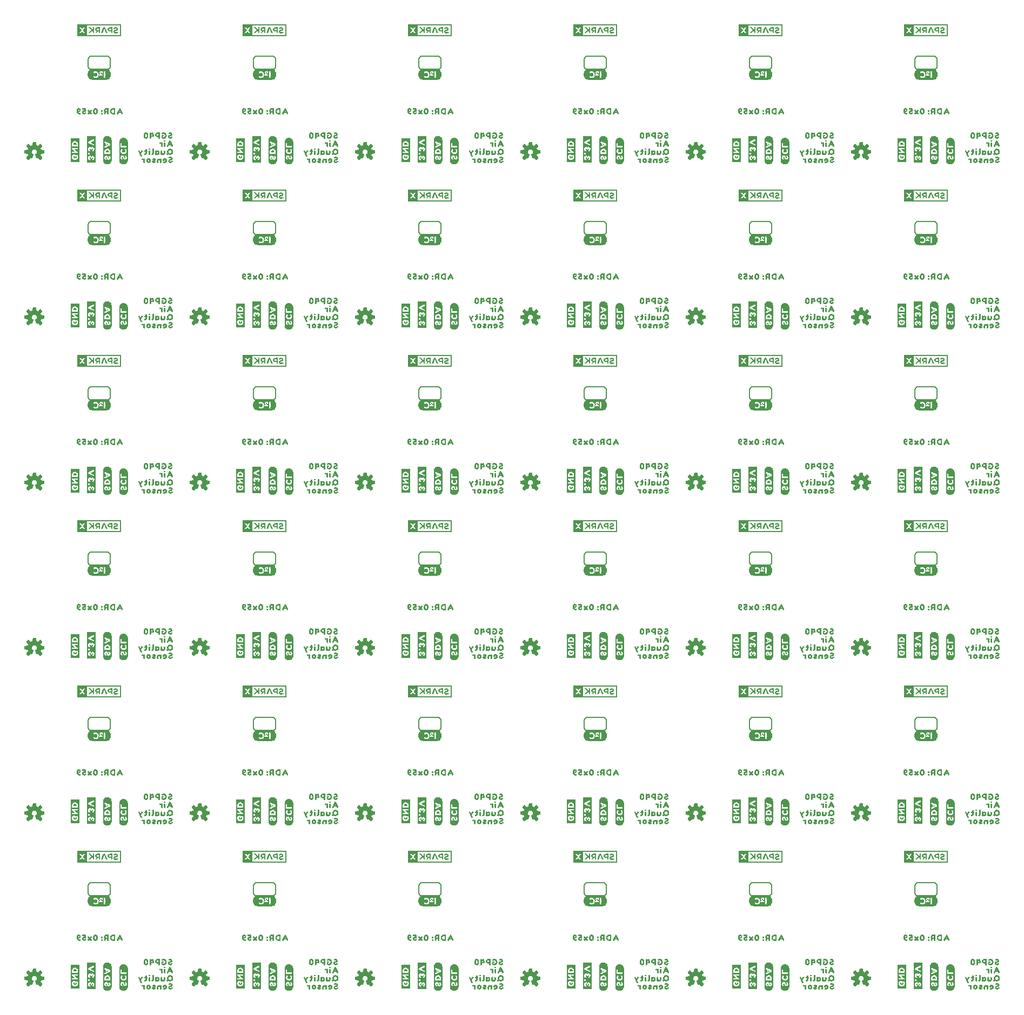
<source format=gbo>
G04 EAGLE Gerber RS-274X export*
G75*
%MOMM*%
%FSLAX34Y34*%
%LPD*%
%INSilkscreen Bottom*%
%IPPOS*%
%AMOC8*
5,1,8,0,0,1.08239X$1,22.5*%
G01*
%ADD10C,0.203200*%
%ADD11R,2.440000X0.040000*%
%ADD12R,2.680000X0.040000*%
%ADD13R,2.840000X0.040000*%
%ADD14R,3.000000X0.040000*%
%ADD15R,3.080000X0.040000*%
%ADD16R,3.160000X0.040000*%
%ADD17R,3.240000X0.040000*%
%ADD18R,1.240000X0.040000*%
%ADD19R,0.720000X0.040000*%
%ADD20R,1.000000X0.040000*%
%ADD21R,0.760000X0.040000*%
%ADD22R,0.200000X0.040000*%
%ADD23R,0.520000X0.040000*%
%ADD24R,0.880000X0.040000*%
%ADD25R,0.160000X0.040000*%
%ADD26R,0.400000X0.040000*%
%ADD27R,0.800000X0.040000*%
%ADD28R,0.320000X0.040000*%
%ADD29R,0.120000X0.040000*%
%ADD30R,0.280000X0.040000*%
%ADD31R,0.840000X0.040000*%
%ADD32R,0.080000X0.040000*%
%ADD33R,0.360000X0.040000*%
%ADD34R,0.960000X0.040000*%
%ADD35R,1.440000X0.040000*%
%ADD36R,1.480000X0.040000*%
%ADD37R,1.520000X0.040000*%
%ADD38R,0.240000X0.040000*%
%ADD39R,0.040000X0.040000*%
%ADD40R,0.920000X0.040000*%
%ADD41R,1.040000X0.040000*%
%ADD42R,1.160000X0.040000*%

G36*
X1197657Y1514495D02*
X1197657Y1514495D01*
X1197652Y1514503D01*
X1197659Y1514509D01*
X1197659Y1533491D01*
X1197623Y1533539D01*
X1197616Y1533533D01*
X1197610Y1533541D01*
X1129030Y1533541D01*
X1128983Y1533505D01*
X1128988Y1533497D01*
X1128981Y1533491D01*
X1128981Y1514509D01*
X1129017Y1514461D01*
X1129024Y1514467D01*
X1129030Y1514459D01*
X1197610Y1514459D01*
X1197657Y1514495D01*
G37*
G36*
X679497Y1514495D02*
X679497Y1514495D01*
X679492Y1514503D01*
X679499Y1514509D01*
X679499Y1533491D01*
X679463Y1533539D01*
X679456Y1533533D01*
X679450Y1533541D01*
X610870Y1533541D01*
X610823Y1533505D01*
X610828Y1533497D01*
X610821Y1533491D01*
X610821Y1514509D01*
X610857Y1514461D01*
X610864Y1514467D01*
X610870Y1514459D01*
X679450Y1514459D01*
X679497Y1514495D01*
G37*
G36*
X420417Y1514495D02*
X420417Y1514495D01*
X420412Y1514503D01*
X420419Y1514509D01*
X420419Y1533491D01*
X420383Y1533539D01*
X420376Y1533533D01*
X420370Y1533541D01*
X351790Y1533541D01*
X351743Y1533505D01*
X351748Y1533497D01*
X351741Y1533491D01*
X351741Y1514509D01*
X351777Y1514461D01*
X351784Y1514467D01*
X351790Y1514459D01*
X420370Y1514459D01*
X420417Y1514495D01*
G37*
G36*
X938577Y1514495D02*
X938577Y1514495D01*
X938572Y1514503D01*
X938579Y1514509D01*
X938579Y1533491D01*
X938543Y1533539D01*
X938536Y1533533D01*
X938530Y1533541D01*
X869950Y1533541D01*
X869903Y1533505D01*
X869908Y1533497D01*
X869901Y1533491D01*
X869901Y1514509D01*
X869937Y1514461D01*
X869944Y1514467D01*
X869950Y1514459D01*
X938530Y1514459D01*
X938577Y1514495D01*
G37*
G36*
X1456737Y1514495D02*
X1456737Y1514495D01*
X1456732Y1514503D01*
X1456739Y1514509D01*
X1456739Y1533491D01*
X1456703Y1533539D01*
X1456696Y1533533D01*
X1456690Y1533541D01*
X1388110Y1533541D01*
X1388063Y1533505D01*
X1388068Y1533497D01*
X1388061Y1533491D01*
X1388061Y1514509D01*
X1388097Y1514461D01*
X1388104Y1514467D01*
X1388110Y1514459D01*
X1456690Y1514459D01*
X1456737Y1514495D01*
G37*
G36*
X161337Y1514495D02*
X161337Y1514495D01*
X161332Y1514503D01*
X161339Y1514509D01*
X161339Y1533491D01*
X161303Y1533539D01*
X161296Y1533533D01*
X161290Y1533541D01*
X92710Y1533541D01*
X92663Y1533505D01*
X92668Y1533497D01*
X92661Y1533491D01*
X92661Y1514509D01*
X92697Y1514461D01*
X92704Y1514467D01*
X92710Y1514459D01*
X161290Y1514459D01*
X161337Y1514495D01*
G37*
G36*
X938577Y478175D02*
X938577Y478175D01*
X938572Y478183D01*
X938579Y478189D01*
X938579Y497171D01*
X938543Y497219D01*
X938536Y497213D01*
X938530Y497221D01*
X869950Y497221D01*
X869903Y497185D01*
X869908Y497177D01*
X869901Y497171D01*
X869901Y478189D01*
X869937Y478141D01*
X869944Y478147D01*
X869950Y478139D01*
X938530Y478139D01*
X938577Y478175D01*
G37*
G36*
X420417Y478175D02*
X420417Y478175D01*
X420412Y478183D01*
X420419Y478189D01*
X420419Y497171D01*
X420383Y497219D01*
X420376Y497213D01*
X420370Y497221D01*
X351790Y497221D01*
X351743Y497185D01*
X351748Y497177D01*
X351741Y497171D01*
X351741Y478189D01*
X351777Y478141D01*
X351784Y478147D01*
X351790Y478139D01*
X420370Y478139D01*
X420417Y478175D01*
G37*
G36*
X1456737Y1255415D02*
X1456737Y1255415D01*
X1456732Y1255423D01*
X1456739Y1255429D01*
X1456739Y1274411D01*
X1456703Y1274459D01*
X1456696Y1274453D01*
X1456690Y1274461D01*
X1388110Y1274461D01*
X1388063Y1274425D01*
X1388068Y1274417D01*
X1388061Y1274411D01*
X1388061Y1255429D01*
X1388097Y1255381D01*
X1388104Y1255387D01*
X1388110Y1255379D01*
X1456690Y1255379D01*
X1456737Y1255415D01*
G37*
G36*
X938577Y1255415D02*
X938577Y1255415D01*
X938572Y1255423D01*
X938579Y1255429D01*
X938579Y1274411D01*
X938543Y1274459D01*
X938536Y1274453D01*
X938530Y1274461D01*
X869950Y1274461D01*
X869903Y1274425D01*
X869908Y1274417D01*
X869901Y1274411D01*
X869901Y1255429D01*
X869937Y1255381D01*
X869944Y1255387D01*
X869950Y1255379D01*
X938530Y1255379D01*
X938577Y1255415D01*
G37*
G36*
X161337Y1255415D02*
X161337Y1255415D01*
X161332Y1255423D01*
X161339Y1255429D01*
X161339Y1274411D01*
X161303Y1274459D01*
X161296Y1274453D01*
X161290Y1274461D01*
X92710Y1274461D01*
X92663Y1274425D01*
X92668Y1274417D01*
X92661Y1274411D01*
X92661Y1255429D01*
X92697Y1255381D01*
X92704Y1255387D01*
X92710Y1255379D01*
X161290Y1255379D01*
X161337Y1255415D01*
G37*
G36*
X679497Y1255415D02*
X679497Y1255415D01*
X679492Y1255423D01*
X679499Y1255429D01*
X679499Y1274411D01*
X679463Y1274459D01*
X679456Y1274453D01*
X679450Y1274461D01*
X610870Y1274461D01*
X610823Y1274425D01*
X610828Y1274417D01*
X610821Y1274411D01*
X610821Y1255429D01*
X610857Y1255381D01*
X610864Y1255387D01*
X610870Y1255379D01*
X679450Y1255379D01*
X679497Y1255415D01*
G37*
G36*
X679497Y478175D02*
X679497Y478175D01*
X679492Y478183D01*
X679499Y478189D01*
X679499Y497171D01*
X679463Y497219D01*
X679456Y497213D01*
X679450Y497221D01*
X610870Y497221D01*
X610823Y497185D01*
X610828Y497177D01*
X610821Y497171D01*
X610821Y478189D01*
X610857Y478141D01*
X610864Y478147D01*
X610870Y478139D01*
X679450Y478139D01*
X679497Y478175D01*
G37*
G36*
X1197657Y478175D02*
X1197657Y478175D01*
X1197652Y478183D01*
X1197659Y478189D01*
X1197659Y497171D01*
X1197623Y497219D01*
X1197616Y497213D01*
X1197610Y497221D01*
X1129030Y497221D01*
X1128983Y497185D01*
X1128988Y497177D01*
X1128981Y497171D01*
X1128981Y478189D01*
X1129017Y478141D01*
X1129024Y478147D01*
X1129030Y478139D01*
X1197610Y478139D01*
X1197657Y478175D01*
G37*
G36*
X161337Y478175D02*
X161337Y478175D01*
X161332Y478183D01*
X161339Y478189D01*
X161339Y497171D01*
X161303Y497219D01*
X161296Y497213D01*
X161290Y497221D01*
X92710Y497221D01*
X92663Y497185D01*
X92668Y497177D01*
X92661Y497171D01*
X92661Y478189D01*
X92697Y478141D01*
X92704Y478147D01*
X92710Y478139D01*
X161290Y478139D01*
X161337Y478175D01*
G37*
G36*
X420417Y1255415D02*
X420417Y1255415D01*
X420412Y1255423D01*
X420419Y1255429D01*
X420419Y1274411D01*
X420383Y1274459D01*
X420376Y1274453D01*
X420370Y1274461D01*
X351790Y1274461D01*
X351743Y1274425D01*
X351748Y1274417D01*
X351741Y1274411D01*
X351741Y1255429D01*
X351777Y1255381D01*
X351784Y1255387D01*
X351790Y1255379D01*
X420370Y1255379D01*
X420417Y1255415D01*
G37*
G36*
X1197657Y1255415D02*
X1197657Y1255415D01*
X1197652Y1255423D01*
X1197659Y1255429D01*
X1197659Y1274411D01*
X1197623Y1274459D01*
X1197616Y1274453D01*
X1197610Y1274461D01*
X1129030Y1274461D01*
X1128983Y1274425D01*
X1128988Y1274417D01*
X1128981Y1274411D01*
X1128981Y1255429D01*
X1129017Y1255381D01*
X1129024Y1255387D01*
X1129030Y1255379D01*
X1197610Y1255379D01*
X1197657Y1255415D01*
G37*
G36*
X679497Y737255D02*
X679497Y737255D01*
X679492Y737263D01*
X679499Y737269D01*
X679499Y756251D01*
X679463Y756299D01*
X679456Y756293D01*
X679450Y756301D01*
X610870Y756301D01*
X610823Y756265D01*
X610828Y756257D01*
X610821Y756251D01*
X610821Y737269D01*
X610857Y737221D01*
X610864Y737227D01*
X610870Y737219D01*
X679450Y737219D01*
X679497Y737255D01*
G37*
G36*
X679497Y219095D02*
X679497Y219095D01*
X679492Y219103D01*
X679499Y219109D01*
X679499Y238091D01*
X679463Y238139D01*
X679456Y238133D01*
X679450Y238141D01*
X610870Y238141D01*
X610823Y238105D01*
X610828Y238097D01*
X610821Y238091D01*
X610821Y219109D01*
X610857Y219061D01*
X610864Y219067D01*
X610870Y219059D01*
X679450Y219059D01*
X679497Y219095D01*
G37*
G36*
X938577Y737255D02*
X938577Y737255D01*
X938572Y737263D01*
X938579Y737269D01*
X938579Y756251D01*
X938543Y756299D01*
X938536Y756293D01*
X938530Y756301D01*
X869950Y756301D01*
X869903Y756265D01*
X869908Y756257D01*
X869901Y756251D01*
X869901Y737269D01*
X869937Y737221D01*
X869944Y737227D01*
X869950Y737219D01*
X938530Y737219D01*
X938577Y737255D01*
G37*
G36*
X1197657Y737255D02*
X1197657Y737255D01*
X1197652Y737263D01*
X1197659Y737269D01*
X1197659Y756251D01*
X1197623Y756299D01*
X1197616Y756293D01*
X1197610Y756301D01*
X1129030Y756301D01*
X1128983Y756265D01*
X1128988Y756257D01*
X1128981Y756251D01*
X1128981Y737269D01*
X1129017Y737221D01*
X1129024Y737227D01*
X1129030Y737219D01*
X1197610Y737219D01*
X1197657Y737255D01*
G37*
G36*
X161337Y737255D02*
X161337Y737255D01*
X161332Y737263D01*
X161339Y737269D01*
X161339Y756251D01*
X161303Y756299D01*
X161296Y756293D01*
X161290Y756301D01*
X92710Y756301D01*
X92663Y756265D01*
X92668Y756257D01*
X92661Y756251D01*
X92661Y737269D01*
X92697Y737221D01*
X92704Y737227D01*
X92710Y737219D01*
X161290Y737219D01*
X161337Y737255D01*
G37*
G36*
X1456737Y737255D02*
X1456737Y737255D01*
X1456732Y737263D01*
X1456739Y737269D01*
X1456739Y756251D01*
X1456703Y756299D01*
X1456696Y756293D01*
X1456690Y756301D01*
X1388110Y756301D01*
X1388063Y756265D01*
X1388068Y756257D01*
X1388061Y756251D01*
X1388061Y737269D01*
X1388097Y737221D01*
X1388104Y737227D01*
X1388110Y737219D01*
X1456690Y737219D01*
X1456737Y737255D01*
G37*
G36*
X679497Y996335D02*
X679497Y996335D01*
X679492Y996343D01*
X679499Y996349D01*
X679499Y1015331D01*
X679463Y1015379D01*
X679456Y1015373D01*
X679450Y1015381D01*
X610870Y1015381D01*
X610823Y1015345D01*
X610828Y1015337D01*
X610821Y1015331D01*
X610821Y996349D01*
X610857Y996301D01*
X610864Y996307D01*
X610870Y996299D01*
X679450Y996299D01*
X679497Y996335D01*
G37*
G36*
X420417Y219095D02*
X420417Y219095D01*
X420412Y219103D01*
X420419Y219109D01*
X420419Y238091D01*
X420383Y238139D01*
X420376Y238133D01*
X420370Y238141D01*
X351790Y238141D01*
X351743Y238105D01*
X351748Y238097D01*
X351741Y238091D01*
X351741Y219109D01*
X351777Y219061D01*
X351784Y219067D01*
X351790Y219059D01*
X420370Y219059D01*
X420417Y219095D01*
G37*
G36*
X938577Y996335D02*
X938577Y996335D01*
X938572Y996343D01*
X938579Y996349D01*
X938579Y1015331D01*
X938543Y1015379D01*
X938536Y1015373D01*
X938530Y1015381D01*
X869950Y1015381D01*
X869903Y1015345D01*
X869908Y1015337D01*
X869901Y1015331D01*
X869901Y996349D01*
X869937Y996301D01*
X869944Y996307D01*
X869950Y996299D01*
X938530Y996299D01*
X938577Y996335D01*
G37*
G36*
X161337Y996335D02*
X161337Y996335D01*
X161332Y996343D01*
X161339Y996349D01*
X161339Y1015331D01*
X161303Y1015379D01*
X161296Y1015373D01*
X161290Y1015381D01*
X92710Y1015381D01*
X92663Y1015345D01*
X92668Y1015337D01*
X92661Y1015331D01*
X92661Y996349D01*
X92697Y996301D01*
X92704Y996307D01*
X92710Y996299D01*
X161290Y996299D01*
X161337Y996335D01*
G37*
G36*
X1456737Y219095D02*
X1456737Y219095D01*
X1456732Y219103D01*
X1456739Y219109D01*
X1456739Y238091D01*
X1456703Y238139D01*
X1456696Y238133D01*
X1456690Y238141D01*
X1388110Y238141D01*
X1388063Y238105D01*
X1388068Y238097D01*
X1388061Y238091D01*
X1388061Y219109D01*
X1388097Y219061D01*
X1388104Y219067D01*
X1388110Y219059D01*
X1456690Y219059D01*
X1456737Y219095D01*
G37*
G36*
X938577Y219095D02*
X938577Y219095D01*
X938572Y219103D01*
X938579Y219109D01*
X938579Y238091D01*
X938543Y238139D01*
X938536Y238133D01*
X938530Y238141D01*
X869950Y238141D01*
X869903Y238105D01*
X869908Y238097D01*
X869901Y238091D01*
X869901Y219109D01*
X869937Y219061D01*
X869944Y219067D01*
X869950Y219059D01*
X938530Y219059D01*
X938577Y219095D01*
G37*
G36*
X420417Y737255D02*
X420417Y737255D01*
X420412Y737263D01*
X420419Y737269D01*
X420419Y756251D01*
X420383Y756299D01*
X420376Y756293D01*
X420370Y756301D01*
X351790Y756301D01*
X351743Y756265D01*
X351748Y756257D01*
X351741Y756251D01*
X351741Y737269D01*
X351777Y737221D01*
X351784Y737227D01*
X351790Y737219D01*
X420370Y737219D01*
X420417Y737255D01*
G37*
G36*
X1456737Y996335D02*
X1456737Y996335D01*
X1456732Y996343D01*
X1456739Y996349D01*
X1456739Y1015331D01*
X1456703Y1015379D01*
X1456696Y1015373D01*
X1456690Y1015381D01*
X1388110Y1015381D01*
X1388063Y1015345D01*
X1388068Y1015337D01*
X1388061Y1015331D01*
X1388061Y996349D01*
X1388097Y996301D01*
X1388104Y996307D01*
X1388110Y996299D01*
X1456690Y996299D01*
X1456737Y996335D01*
G37*
G36*
X420417Y996335D02*
X420417Y996335D01*
X420412Y996343D01*
X420419Y996349D01*
X420419Y1015331D01*
X420383Y1015379D01*
X420376Y1015373D01*
X420370Y1015381D01*
X351790Y1015381D01*
X351743Y1015345D01*
X351748Y1015337D01*
X351741Y1015331D01*
X351741Y996349D01*
X351777Y996301D01*
X351784Y996307D01*
X351790Y996299D01*
X420370Y996299D01*
X420417Y996335D01*
G37*
G36*
X1197657Y996335D02*
X1197657Y996335D01*
X1197652Y996343D01*
X1197659Y996349D01*
X1197659Y1015331D01*
X1197623Y1015379D01*
X1197616Y1015373D01*
X1197610Y1015381D01*
X1129030Y1015381D01*
X1128983Y1015345D01*
X1128988Y1015337D01*
X1128981Y1015331D01*
X1128981Y996349D01*
X1129017Y996301D01*
X1129024Y996307D01*
X1129030Y996299D01*
X1197610Y996299D01*
X1197657Y996335D01*
G37*
G36*
X92697Y219061D02*
X92697Y219061D01*
X92704Y219067D01*
X92710Y219059D01*
X161290Y219059D01*
X161337Y219095D01*
X161332Y219103D01*
X161339Y219109D01*
X161339Y238091D01*
X161303Y238139D01*
X161296Y238133D01*
X161290Y238141D01*
X92710Y238141D01*
X92663Y238105D01*
X92668Y238097D01*
X92661Y238091D01*
X92661Y219109D01*
X92697Y219061D01*
G37*
G36*
X1197657Y219095D02*
X1197657Y219095D01*
X1197652Y219103D01*
X1197659Y219109D01*
X1197659Y238091D01*
X1197623Y238139D01*
X1197616Y238133D01*
X1197610Y238141D01*
X1129030Y238141D01*
X1128983Y238105D01*
X1128988Y238097D01*
X1128981Y238091D01*
X1128981Y219109D01*
X1129017Y219061D01*
X1129024Y219067D01*
X1129030Y219059D01*
X1197610Y219059D01*
X1197657Y219095D01*
G37*
G36*
X1456737Y478175D02*
X1456737Y478175D01*
X1456732Y478183D01*
X1456739Y478189D01*
X1456739Y497171D01*
X1456703Y497219D01*
X1456696Y497213D01*
X1456690Y497221D01*
X1388110Y497221D01*
X1388063Y497185D01*
X1388068Y497177D01*
X1388061Y497171D01*
X1388061Y478189D01*
X1388097Y478141D01*
X1388104Y478147D01*
X1388110Y478139D01*
X1456690Y478139D01*
X1456737Y478175D01*
G37*
%LPC*%
G36*
X367160Y1516320D02*
X367160Y1516320D01*
X367160Y1531680D01*
X418558Y1531680D01*
X418558Y1516320D01*
X367160Y1516320D01*
G37*
%LPD*%
%LPC*%
G36*
X626240Y1516320D02*
X626240Y1516320D01*
X626240Y1531680D01*
X677638Y1531680D01*
X677638Y1516320D01*
X626240Y1516320D01*
G37*
%LPD*%
%LPC*%
G36*
X108080Y1516320D02*
X108080Y1516320D01*
X108080Y1531680D01*
X159478Y1531680D01*
X159478Y1516320D01*
X108080Y1516320D01*
G37*
%LPD*%
%LPC*%
G36*
X1144400Y1516320D02*
X1144400Y1516320D01*
X1144400Y1531680D01*
X1195798Y1531680D01*
X1195798Y1516320D01*
X1144400Y1516320D01*
G37*
%LPD*%
%LPC*%
G36*
X1403480Y1516320D02*
X1403480Y1516320D01*
X1403480Y1531680D01*
X1454878Y1531680D01*
X1454878Y1516320D01*
X1403480Y1516320D01*
G37*
%LPD*%
%LPC*%
G36*
X885320Y1516320D02*
X885320Y1516320D01*
X885320Y1531680D01*
X936718Y1531680D01*
X936718Y1516320D01*
X885320Y1516320D01*
G37*
%LPD*%
%LPC*%
G36*
X1403480Y480000D02*
X1403480Y480000D01*
X1403480Y495360D01*
X1454878Y495360D01*
X1454878Y480000D01*
X1403480Y480000D01*
G37*
%LPD*%
%LPC*%
G36*
X626240Y480000D02*
X626240Y480000D01*
X626240Y495360D01*
X677638Y495360D01*
X677638Y480000D01*
X626240Y480000D01*
G37*
%LPD*%
%LPC*%
G36*
X367160Y480000D02*
X367160Y480000D01*
X367160Y495360D01*
X418558Y495360D01*
X418558Y480000D01*
X367160Y480000D01*
G37*
%LPD*%
%LPC*%
G36*
X626240Y739080D02*
X626240Y739080D01*
X626240Y754440D01*
X677638Y754440D01*
X677638Y739080D01*
X626240Y739080D01*
G37*
%LPD*%
%LPC*%
G36*
X159478Y236280D02*
X159478Y236280D01*
X159478Y220920D01*
X108080Y220920D01*
X108080Y236280D01*
X159478Y236280D01*
G37*
%LPD*%
%LPC*%
G36*
X367160Y220920D02*
X367160Y220920D01*
X367160Y236280D01*
X418558Y236280D01*
X418558Y220920D01*
X367160Y220920D01*
G37*
%LPD*%
%LPC*%
G36*
X108080Y480000D02*
X108080Y480000D01*
X108080Y495360D01*
X159478Y495360D01*
X159478Y480000D01*
X108080Y480000D01*
G37*
%LPD*%
%LPC*%
G36*
X1144400Y480000D02*
X1144400Y480000D01*
X1144400Y495360D01*
X1195798Y495360D01*
X1195798Y480000D01*
X1144400Y480000D01*
G37*
%LPD*%
%LPC*%
G36*
X885320Y480000D02*
X885320Y480000D01*
X885320Y495360D01*
X936718Y495360D01*
X936718Y480000D01*
X885320Y480000D01*
G37*
%LPD*%
%LPC*%
G36*
X367160Y739080D02*
X367160Y739080D01*
X367160Y754440D01*
X418558Y754440D01*
X418558Y739080D01*
X367160Y739080D01*
G37*
%LPD*%
%LPC*%
G36*
X885320Y739080D02*
X885320Y739080D01*
X885320Y754440D01*
X936718Y754440D01*
X936718Y739080D01*
X885320Y739080D01*
G37*
%LPD*%
%LPC*%
G36*
X1144400Y739080D02*
X1144400Y739080D01*
X1144400Y754440D01*
X1195798Y754440D01*
X1195798Y739080D01*
X1144400Y739080D01*
G37*
%LPD*%
%LPC*%
G36*
X108080Y739080D02*
X108080Y739080D01*
X108080Y754440D01*
X159478Y754440D01*
X159478Y739080D01*
X108080Y739080D01*
G37*
%LPD*%
%LPC*%
G36*
X1403480Y220920D02*
X1403480Y220920D01*
X1403480Y236280D01*
X1454878Y236280D01*
X1454878Y220920D01*
X1403480Y220920D01*
G37*
%LPD*%
%LPC*%
G36*
X1144400Y220920D02*
X1144400Y220920D01*
X1144400Y236280D01*
X1195798Y236280D01*
X1195798Y220920D01*
X1144400Y220920D01*
G37*
%LPD*%
%LPC*%
G36*
X885320Y1257240D02*
X885320Y1257240D01*
X885320Y1272600D01*
X936718Y1272600D01*
X936718Y1257240D01*
X885320Y1257240D01*
G37*
%LPD*%
%LPC*%
G36*
X885320Y220920D02*
X885320Y220920D01*
X885320Y236280D01*
X936718Y236280D01*
X936718Y220920D01*
X885320Y220920D01*
G37*
%LPD*%
%LPC*%
G36*
X626240Y220920D02*
X626240Y220920D01*
X626240Y236280D01*
X677638Y236280D01*
X677638Y220920D01*
X626240Y220920D01*
G37*
%LPD*%
%LPC*%
G36*
X1144400Y1257240D02*
X1144400Y1257240D01*
X1144400Y1272600D01*
X1195798Y1272600D01*
X1195798Y1257240D01*
X1144400Y1257240D01*
G37*
%LPD*%
%LPC*%
G36*
X108080Y1257240D02*
X108080Y1257240D01*
X108080Y1272600D01*
X159478Y1272600D01*
X159478Y1257240D01*
X108080Y1257240D01*
G37*
%LPD*%
%LPC*%
G36*
X1403480Y1257240D02*
X1403480Y1257240D01*
X1403480Y1272600D01*
X1454878Y1272600D01*
X1454878Y1257240D01*
X1403480Y1257240D01*
G37*
%LPD*%
%LPC*%
G36*
X367160Y1257240D02*
X367160Y1257240D01*
X367160Y1272600D01*
X418558Y1272600D01*
X418558Y1257240D01*
X367160Y1257240D01*
G37*
%LPD*%
%LPC*%
G36*
X626240Y1257240D02*
X626240Y1257240D01*
X626240Y1272600D01*
X677638Y1272600D01*
X677638Y1257240D01*
X626240Y1257240D01*
G37*
%LPD*%
%LPC*%
G36*
X626240Y998160D02*
X626240Y998160D01*
X626240Y1013520D01*
X677638Y1013520D01*
X677638Y998160D01*
X626240Y998160D01*
G37*
%LPD*%
%LPC*%
G36*
X1403480Y998160D02*
X1403480Y998160D01*
X1403480Y1013520D01*
X1454878Y1013520D01*
X1454878Y998160D01*
X1403480Y998160D01*
G37*
%LPD*%
%LPC*%
G36*
X367160Y998160D02*
X367160Y998160D01*
X367160Y1013520D01*
X418558Y1013520D01*
X418558Y998160D01*
X367160Y998160D01*
G37*
%LPD*%
%LPC*%
G36*
X108080Y998160D02*
X108080Y998160D01*
X108080Y1013520D01*
X159478Y1013520D01*
X159478Y998160D01*
X108080Y998160D01*
G37*
%LPD*%
%LPC*%
G36*
X1144400Y998160D02*
X1144400Y998160D01*
X1144400Y1013520D01*
X1195798Y1013520D01*
X1195798Y998160D01*
X1144400Y998160D01*
G37*
%LPD*%
%LPC*%
G36*
X885320Y998160D02*
X885320Y998160D01*
X885320Y1013520D01*
X936718Y1013520D01*
X936718Y998160D01*
X885320Y998160D01*
G37*
%LPD*%
%LPC*%
G36*
X1403480Y739080D02*
X1403480Y739080D01*
X1403480Y754440D01*
X1454878Y754440D01*
X1454878Y739080D01*
X1403480Y739080D01*
G37*
%LPD*%
G36*
X1156825Y798304D02*
X1156825Y798304D01*
X1156828Y798301D01*
X1157428Y798401D01*
X1157469Y798445D01*
X1157466Y798448D01*
X1157469Y798450D01*
X1157469Y839650D01*
X1157450Y839676D01*
X1157450Y839689D01*
X1157050Y839989D01*
X1157028Y839989D01*
X1157020Y839999D01*
X1144120Y839999D01*
X1144094Y839980D01*
X1144081Y839980D01*
X1143781Y839580D01*
X1143781Y839558D01*
X1143771Y839550D01*
X1143771Y798950D01*
X1143778Y798941D01*
X1143773Y798934D01*
X1143973Y798334D01*
X1144017Y798304D01*
X1144020Y798301D01*
X1156820Y798301D01*
X1156825Y798304D01*
G37*
G36*
X120505Y798304D02*
X120505Y798304D01*
X120508Y798301D01*
X121108Y798401D01*
X121149Y798445D01*
X121146Y798448D01*
X121149Y798450D01*
X121149Y839650D01*
X121130Y839676D01*
X121130Y839689D01*
X120730Y839989D01*
X120708Y839989D01*
X120700Y839999D01*
X107800Y839999D01*
X107774Y839980D01*
X107761Y839980D01*
X107461Y839580D01*
X107461Y839558D01*
X107451Y839550D01*
X107451Y798950D01*
X107458Y798941D01*
X107453Y798934D01*
X107653Y798334D01*
X107697Y798304D01*
X107700Y798301D01*
X120500Y798301D01*
X120505Y798304D01*
G37*
G36*
X897745Y798304D02*
X897745Y798304D01*
X897748Y798301D01*
X898348Y798401D01*
X898389Y798445D01*
X898386Y798448D01*
X898389Y798450D01*
X898389Y839650D01*
X898370Y839676D01*
X898370Y839689D01*
X897970Y839989D01*
X897948Y839989D01*
X897940Y839999D01*
X885040Y839999D01*
X885014Y839980D01*
X885001Y839980D01*
X884701Y839580D01*
X884701Y839558D01*
X884691Y839550D01*
X884691Y798950D01*
X884698Y798941D01*
X884693Y798934D01*
X884893Y798334D01*
X884937Y798304D01*
X884940Y798301D01*
X897740Y798301D01*
X897745Y798304D01*
G37*
G36*
X120505Y280144D02*
X120505Y280144D01*
X120508Y280141D01*
X121108Y280241D01*
X121149Y280285D01*
X121146Y280288D01*
X121149Y280290D01*
X121149Y321490D01*
X121130Y321516D01*
X121130Y321529D01*
X120730Y321829D01*
X120708Y321829D01*
X120700Y321839D01*
X107800Y321839D01*
X107774Y321820D01*
X107761Y321820D01*
X107461Y321420D01*
X107461Y321398D01*
X107451Y321390D01*
X107451Y280790D01*
X107458Y280781D01*
X107453Y280774D01*
X107653Y280174D01*
X107697Y280144D01*
X107700Y280141D01*
X120500Y280141D01*
X120505Y280144D01*
G37*
G36*
X638665Y539224D02*
X638665Y539224D01*
X638668Y539221D01*
X639268Y539321D01*
X639309Y539365D01*
X639306Y539368D01*
X639309Y539370D01*
X639309Y580570D01*
X639290Y580596D01*
X639290Y580609D01*
X638890Y580909D01*
X638868Y580909D01*
X638860Y580919D01*
X625960Y580919D01*
X625934Y580900D01*
X625921Y580900D01*
X625621Y580500D01*
X625621Y580478D01*
X625611Y580470D01*
X625611Y539870D01*
X625618Y539861D01*
X625613Y539854D01*
X625813Y539254D01*
X625857Y539224D01*
X625860Y539221D01*
X638660Y539221D01*
X638665Y539224D01*
G37*
G36*
X897745Y1057384D02*
X897745Y1057384D01*
X897748Y1057381D01*
X898348Y1057481D01*
X898389Y1057525D01*
X898386Y1057528D01*
X898389Y1057530D01*
X898389Y1098730D01*
X898370Y1098756D01*
X898370Y1098769D01*
X897970Y1099069D01*
X897948Y1099069D01*
X897940Y1099079D01*
X885040Y1099079D01*
X885014Y1099060D01*
X885001Y1099060D01*
X884701Y1098660D01*
X884701Y1098638D01*
X884691Y1098630D01*
X884691Y1058030D01*
X884698Y1058021D01*
X884693Y1058014D01*
X884893Y1057414D01*
X884937Y1057384D01*
X884940Y1057381D01*
X897740Y1057381D01*
X897745Y1057384D01*
G37*
G36*
X1415905Y1057384D02*
X1415905Y1057384D01*
X1415908Y1057381D01*
X1416508Y1057481D01*
X1416549Y1057525D01*
X1416546Y1057528D01*
X1416549Y1057530D01*
X1416549Y1098730D01*
X1416530Y1098756D01*
X1416530Y1098769D01*
X1416130Y1099069D01*
X1416108Y1099069D01*
X1416100Y1099079D01*
X1403200Y1099079D01*
X1403174Y1099060D01*
X1403161Y1099060D01*
X1402861Y1098660D01*
X1402861Y1098638D01*
X1402851Y1098630D01*
X1402851Y1058030D01*
X1402858Y1058021D01*
X1402853Y1058014D01*
X1403053Y1057414D01*
X1403097Y1057384D01*
X1403100Y1057381D01*
X1415900Y1057381D01*
X1415905Y1057384D01*
G37*
G36*
X1156825Y1057384D02*
X1156825Y1057384D01*
X1156828Y1057381D01*
X1157428Y1057481D01*
X1157469Y1057525D01*
X1157466Y1057528D01*
X1157469Y1057530D01*
X1157469Y1098730D01*
X1157450Y1098756D01*
X1157450Y1098769D01*
X1157050Y1099069D01*
X1157028Y1099069D01*
X1157020Y1099079D01*
X1144120Y1099079D01*
X1144094Y1099060D01*
X1144081Y1099060D01*
X1143781Y1098660D01*
X1143781Y1098638D01*
X1143771Y1098630D01*
X1143771Y1058030D01*
X1143778Y1058021D01*
X1143773Y1058014D01*
X1143973Y1057414D01*
X1144017Y1057384D01*
X1144020Y1057381D01*
X1156820Y1057381D01*
X1156825Y1057384D01*
G37*
G36*
X379585Y1057384D02*
X379585Y1057384D01*
X379588Y1057381D01*
X380188Y1057481D01*
X380229Y1057525D01*
X380226Y1057528D01*
X380229Y1057530D01*
X380229Y1098730D01*
X380210Y1098756D01*
X380210Y1098769D01*
X379810Y1099069D01*
X379788Y1099069D01*
X379780Y1099079D01*
X366880Y1099079D01*
X366854Y1099060D01*
X366841Y1099060D01*
X366541Y1098660D01*
X366541Y1098638D01*
X366531Y1098630D01*
X366531Y1058030D01*
X366538Y1058021D01*
X366533Y1058014D01*
X366733Y1057414D01*
X366777Y1057384D01*
X366780Y1057381D01*
X379580Y1057381D01*
X379585Y1057384D01*
G37*
G36*
X120505Y1057384D02*
X120505Y1057384D01*
X120508Y1057381D01*
X121108Y1057481D01*
X121149Y1057525D01*
X121146Y1057528D01*
X121149Y1057530D01*
X121149Y1098730D01*
X121130Y1098756D01*
X121130Y1098769D01*
X120730Y1099069D01*
X120708Y1099069D01*
X120700Y1099079D01*
X107800Y1099079D01*
X107774Y1099060D01*
X107761Y1099060D01*
X107461Y1098660D01*
X107461Y1098638D01*
X107451Y1098630D01*
X107451Y1058030D01*
X107458Y1058021D01*
X107453Y1058014D01*
X107653Y1057414D01*
X107697Y1057384D01*
X107700Y1057381D01*
X120500Y1057381D01*
X120505Y1057384D01*
G37*
G36*
X638665Y280144D02*
X638665Y280144D01*
X638668Y280141D01*
X639268Y280241D01*
X639309Y280285D01*
X639306Y280288D01*
X639309Y280290D01*
X639309Y321490D01*
X639290Y321516D01*
X639290Y321529D01*
X638890Y321829D01*
X638868Y321829D01*
X638860Y321839D01*
X625960Y321839D01*
X625934Y321820D01*
X625921Y321820D01*
X625621Y321420D01*
X625621Y321398D01*
X625611Y321390D01*
X625611Y280790D01*
X625618Y280781D01*
X625613Y280774D01*
X625813Y280174D01*
X625857Y280144D01*
X625860Y280141D01*
X638660Y280141D01*
X638665Y280144D01*
G37*
G36*
X638665Y1057384D02*
X638665Y1057384D01*
X638668Y1057381D01*
X639268Y1057481D01*
X639309Y1057525D01*
X639306Y1057528D01*
X639309Y1057530D01*
X639309Y1098730D01*
X639290Y1098756D01*
X639290Y1098769D01*
X638890Y1099069D01*
X638868Y1099069D01*
X638860Y1099079D01*
X625960Y1099079D01*
X625934Y1099060D01*
X625921Y1099060D01*
X625621Y1098660D01*
X625621Y1098638D01*
X625611Y1098630D01*
X625611Y1058030D01*
X625618Y1058021D01*
X625613Y1058014D01*
X625813Y1057414D01*
X625857Y1057384D01*
X625860Y1057381D01*
X638660Y1057381D01*
X638665Y1057384D01*
G37*
G36*
X379585Y280144D02*
X379585Y280144D01*
X379588Y280141D01*
X380188Y280241D01*
X380229Y280285D01*
X380226Y280288D01*
X380229Y280290D01*
X380229Y321490D01*
X380210Y321516D01*
X380210Y321529D01*
X379810Y321829D01*
X379788Y321829D01*
X379780Y321839D01*
X366880Y321839D01*
X366854Y321820D01*
X366841Y321820D01*
X366541Y321420D01*
X366541Y321398D01*
X366531Y321390D01*
X366531Y280790D01*
X366538Y280781D01*
X366533Y280774D01*
X366733Y280174D01*
X366777Y280144D01*
X366780Y280141D01*
X379580Y280141D01*
X379585Y280144D01*
G37*
G36*
X1156825Y280144D02*
X1156825Y280144D01*
X1156828Y280141D01*
X1157428Y280241D01*
X1157469Y280285D01*
X1157466Y280288D01*
X1157469Y280290D01*
X1157469Y321490D01*
X1157450Y321516D01*
X1157450Y321529D01*
X1157050Y321829D01*
X1157028Y321829D01*
X1157020Y321839D01*
X1144120Y321839D01*
X1144094Y321820D01*
X1144081Y321820D01*
X1143781Y321420D01*
X1143781Y321398D01*
X1143771Y321390D01*
X1143771Y280790D01*
X1143778Y280781D01*
X1143773Y280774D01*
X1143973Y280174D01*
X1144017Y280144D01*
X1144020Y280141D01*
X1156820Y280141D01*
X1156825Y280144D01*
G37*
G36*
X897745Y280144D02*
X897745Y280144D01*
X897748Y280141D01*
X898348Y280241D01*
X898389Y280285D01*
X898386Y280288D01*
X898389Y280290D01*
X898389Y321490D01*
X898370Y321516D01*
X898370Y321529D01*
X897970Y321829D01*
X897948Y321829D01*
X897940Y321839D01*
X885040Y321839D01*
X885014Y321820D01*
X885001Y321820D01*
X884701Y321420D01*
X884701Y321398D01*
X884691Y321390D01*
X884691Y280790D01*
X884698Y280781D01*
X884693Y280774D01*
X884893Y280174D01*
X884937Y280144D01*
X884940Y280141D01*
X897740Y280141D01*
X897745Y280144D01*
G37*
G36*
X1415905Y1316464D02*
X1415905Y1316464D01*
X1415908Y1316461D01*
X1416508Y1316561D01*
X1416549Y1316605D01*
X1416546Y1316608D01*
X1416549Y1316610D01*
X1416549Y1357810D01*
X1416530Y1357836D01*
X1416530Y1357849D01*
X1416130Y1358149D01*
X1416108Y1358149D01*
X1416100Y1358159D01*
X1403200Y1358159D01*
X1403174Y1358140D01*
X1403161Y1358140D01*
X1402861Y1357740D01*
X1402861Y1357718D01*
X1402851Y1357710D01*
X1402851Y1317110D01*
X1402858Y1317101D01*
X1402853Y1317094D01*
X1403053Y1316494D01*
X1403097Y1316464D01*
X1403100Y1316461D01*
X1415900Y1316461D01*
X1415905Y1316464D01*
G37*
G36*
X897745Y1316464D02*
X897745Y1316464D01*
X897748Y1316461D01*
X898348Y1316561D01*
X898389Y1316605D01*
X898386Y1316608D01*
X898389Y1316610D01*
X898389Y1357810D01*
X898370Y1357836D01*
X898370Y1357849D01*
X897970Y1358149D01*
X897948Y1358149D01*
X897940Y1358159D01*
X885040Y1358159D01*
X885014Y1358140D01*
X885001Y1358140D01*
X884701Y1357740D01*
X884701Y1357718D01*
X884691Y1357710D01*
X884691Y1317110D01*
X884698Y1317101D01*
X884693Y1317094D01*
X884893Y1316494D01*
X884937Y1316464D01*
X884940Y1316461D01*
X897740Y1316461D01*
X897745Y1316464D01*
G37*
G36*
X1415905Y280144D02*
X1415905Y280144D01*
X1415908Y280141D01*
X1416508Y280241D01*
X1416549Y280285D01*
X1416546Y280288D01*
X1416549Y280290D01*
X1416549Y321490D01*
X1416530Y321516D01*
X1416530Y321529D01*
X1416130Y321829D01*
X1416108Y321829D01*
X1416100Y321839D01*
X1403200Y321839D01*
X1403174Y321820D01*
X1403161Y321820D01*
X1402861Y321420D01*
X1402861Y321398D01*
X1402851Y321390D01*
X1402851Y280790D01*
X1402858Y280781D01*
X1402853Y280774D01*
X1403053Y280174D01*
X1403097Y280144D01*
X1403100Y280141D01*
X1415900Y280141D01*
X1415905Y280144D01*
G37*
G36*
X638665Y1316464D02*
X638665Y1316464D01*
X638668Y1316461D01*
X639268Y1316561D01*
X639309Y1316605D01*
X639306Y1316608D01*
X639309Y1316610D01*
X639309Y1357810D01*
X639290Y1357836D01*
X639290Y1357849D01*
X638890Y1358149D01*
X638868Y1358149D01*
X638860Y1358159D01*
X625960Y1358159D01*
X625934Y1358140D01*
X625921Y1358140D01*
X625621Y1357740D01*
X625621Y1357718D01*
X625611Y1357710D01*
X625611Y1317110D01*
X625618Y1317101D01*
X625613Y1317094D01*
X625813Y1316494D01*
X625857Y1316464D01*
X625860Y1316461D01*
X638660Y1316461D01*
X638665Y1316464D01*
G37*
G36*
X1156825Y539224D02*
X1156825Y539224D01*
X1156828Y539221D01*
X1157428Y539321D01*
X1157469Y539365D01*
X1157466Y539368D01*
X1157469Y539370D01*
X1157469Y580570D01*
X1157450Y580596D01*
X1157450Y580609D01*
X1157050Y580909D01*
X1157028Y580909D01*
X1157020Y580919D01*
X1144120Y580919D01*
X1144094Y580900D01*
X1144081Y580900D01*
X1143781Y580500D01*
X1143781Y580478D01*
X1143771Y580470D01*
X1143771Y539870D01*
X1143778Y539861D01*
X1143773Y539854D01*
X1143973Y539254D01*
X1144017Y539224D01*
X1144020Y539221D01*
X1156820Y539221D01*
X1156825Y539224D01*
G37*
G36*
X897745Y539224D02*
X897745Y539224D01*
X897748Y539221D01*
X898348Y539321D01*
X898389Y539365D01*
X898386Y539368D01*
X898389Y539370D01*
X898389Y580570D01*
X898370Y580596D01*
X898370Y580609D01*
X897970Y580909D01*
X897948Y580909D01*
X897940Y580919D01*
X885040Y580919D01*
X885014Y580900D01*
X885001Y580900D01*
X884701Y580500D01*
X884701Y580478D01*
X884691Y580470D01*
X884691Y539870D01*
X884698Y539861D01*
X884693Y539854D01*
X884893Y539254D01*
X884937Y539224D01*
X884940Y539221D01*
X897740Y539221D01*
X897745Y539224D01*
G37*
G36*
X379585Y539224D02*
X379585Y539224D01*
X379588Y539221D01*
X380188Y539321D01*
X380229Y539365D01*
X380226Y539368D01*
X380229Y539370D01*
X380229Y580570D01*
X380210Y580596D01*
X380210Y580609D01*
X379810Y580909D01*
X379788Y580909D01*
X379780Y580919D01*
X366880Y580919D01*
X366854Y580900D01*
X366841Y580900D01*
X366541Y580500D01*
X366541Y580478D01*
X366531Y580470D01*
X366531Y539870D01*
X366538Y539861D01*
X366533Y539854D01*
X366733Y539254D01*
X366777Y539224D01*
X366780Y539221D01*
X379580Y539221D01*
X379585Y539224D01*
G37*
G36*
X1415905Y539224D02*
X1415905Y539224D01*
X1415908Y539221D01*
X1416508Y539321D01*
X1416549Y539365D01*
X1416546Y539368D01*
X1416549Y539370D01*
X1416549Y580570D01*
X1416530Y580596D01*
X1416530Y580609D01*
X1416130Y580909D01*
X1416108Y580909D01*
X1416100Y580919D01*
X1403200Y580919D01*
X1403174Y580900D01*
X1403161Y580900D01*
X1402861Y580500D01*
X1402861Y580478D01*
X1402851Y580470D01*
X1402851Y539870D01*
X1402858Y539861D01*
X1402853Y539854D01*
X1403053Y539254D01*
X1403097Y539224D01*
X1403100Y539221D01*
X1415900Y539221D01*
X1415905Y539224D01*
G37*
G36*
X120505Y539224D02*
X120505Y539224D01*
X120508Y539221D01*
X121108Y539321D01*
X121149Y539365D01*
X121146Y539368D01*
X121149Y539370D01*
X121149Y580570D01*
X121130Y580596D01*
X121130Y580609D01*
X120730Y580909D01*
X120708Y580909D01*
X120700Y580919D01*
X107800Y580919D01*
X107774Y580900D01*
X107761Y580900D01*
X107461Y580500D01*
X107461Y580478D01*
X107451Y580470D01*
X107451Y539870D01*
X107458Y539861D01*
X107453Y539854D01*
X107653Y539254D01*
X107697Y539224D01*
X107700Y539221D01*
X120500Y539221D01*
X120505Y539224D01*
G37*
G36*
X638665Y798304D02*
X638665Y798304D01*
X638668Y798301D01*
X639268Y798401D01*
X639309Y798445D01*
X639306Y798448D01*
X639309Y798450D01*
X639309Y839650D01*
X639290Y839676D01*
X639290Y839689D01*
X638890Y839989D01*
X638868Y839989D01*
X638860Y839999D01*
X625960Y839999D01*
X625934Y839980D01*
X625921Y839980D01*
X625621Y839580D01*
X625621Y839558D01*
X625611Y839550D01*
X625611Y798950D01*
X625618Y798941D01*
X625613Y798934D01*
X625813Y798334D01*
X625857Y798304D01*
X625860Y798301D01*
X638660Y798301D01*
X638665Y798304D01*
G37*
G36*
X120505Y21064D02*
X120505Y21064D01*
X120508Y21061D01*
X121108Y21161D01*
X121149Y21205D01*
X121146Y21208D01*
X121149Y21210D01*
X121149Y62410D01*
X121130Y62436D01*
X121130Y62449D01*
X120730Y62749D01*
X120708Y62749D01*
X120700Y62759D01*
X107800Y62759D01*
X107774Y62740D01*
X107761Y62740D01*
X107461Y62340D01*
X107461Y62318D01*
X107451Y62310D01*
X107451Y21710D01*
X107458Y21701D01*
X107453Y21694D01*
X107653Y21094D01*
X107697Y21064D01*
X107700Y21061D01*
X120500Y21061D01*
X120505Y21064D01*
G37*
G36*
X1156825Y1316464D02*
X1156825Y1316464D01*
X1156828Y1316461D01*
X1157428Y1316561D01*
X1157469Y1316605D01*
X1157466Y1316608D01*
X1157469Y1316610D01*
X1157469Y1357810D01*
X1157450Y1357836D01*
X1157450Y1357849D01*
X1157050Y1358149D01*
X1157028Y1358149D01*
X1157020Y1358159D01*
X1144120Y1358159D01*
X1144094Y1358140D01*
X1144081Y1358140D01*
X1143781Y1357740D01*
X1143781Y1357718D01*
X1143771Y1357710D01*
X1143771Y1317110D01*
X1143778Y1317101D01*
X1143773Y1317094D01*
X1143973Y1316494D01*
X1144017Y1316464D01*
X1144020Y1316461D01*
X1156820Y1316461D01*
X1156825Y1316464D01*
G37*
G36*
X1415905Y21064D02*
X1415905Y21064D01*
X1415908Y21061D01*
X1416508Y21161D01*
X1416549Y21205D01*
X1416546Y21208D01*
X1416549Y21210D01*
X1416549Y62410D01*
X1416530Y62436D01*
X1416530Y62449D01*
X1416130Y62749D01*
X1416108Y62749D01*
X1416100Y62759D01*
X1403200Y62759D01*
X1403174Y62740D01*
X1403161Y62740D01*
X1402861Y62340D01*
X1402861Y62318D01*
X1402851Y62310D01*
X1402851Y21710D01*
X1402858Y21701D01*
X1402853Y21694D01*
X1403053Y21094D01*
X1403097Y21064D01*
X1403100Y21061D01*
X1415900Y21061D01*
X1415905Y21064D01*
G37*
G36*
X1156825Y21064D02*
X1156825Y21064D01*
X1156828Y21061D01*
X1157428Y21161D01*
X1157469Y21205D01*
X1157466Y21208D01*
X1157469Y21210D01*
X1157469Y62410D01*
X1157450Y62436D01*
X1157450Y62449D01*
X1157050Y62749D01*
X1157028Y62749D01*
X1157020Y62759D01*
X1144120Y62759D01*
X1144094Y62740D01*
X1144081Y62740D01*
X1143781Y62340D01*
X1143781Y62318D01*
X1143771Y62310D01*
X1143771Y21710D01*
X1143778Y21701D01*
X1143773Y21694D01*
X1143973Y21094D01*
X1144017Y21064D01*
X1144020Y21061D01*
X1156820Y21061D01*
X1156825Y21064D01*
G37*
G36*
X897745Y21064D02*
X897745Y21064D01*
X897748Y21061D01*
X898348Y21161D01*
X898389Y21205D01*
X898386Y21208D01*
X898389Y21210D01*
X898389Y62410D01*
X898370Y62436D01*
X898370Y62449D01*
X897970Y62749D01*
X897948Y62749D01*
X897940Y62759D01*
X885040Y62759D01*
X885014Y62740D01*
X885001Y62740D01*
X884701Y62340D01*
X884701Y62318D01*
X884691Y62310D01*
X884691Y21710D01*
X884698Y21701D01*
X884693Y21694D01*
X884893Y21094D01*
X884937Y21064D01*
X884940Y21061D01*
X897740Y21061D01*
X897745Y21064D01*
G37*
G36*
X638665Y21064D02*
X638665Y21064D01*
X638668Y21061D01*
X639268Y21161D01*
X639309Y21205D01*
X639306Y21208D01*
X639309Y21210D01*
X639309Y62410D01*
X639290Y62436D01*
X639290Y62449D01*
X638890Y62749D01*
X638868Y62749D01*
X638860Y62759D01*
X625960Y62759D01*
X625934Y62740D01*
X625921Y62740D01*
X625621Y62340D01*
X625621Y62318D01*
X625611Y62310D01*
X625611Y21710D01*
X625618Y21701D01*
X625613Y21694D01*
X625813Y21094D01*
X625857Y21064D01*
X625860Y21061D01*
X638660Y21061D01*
X638665Y21064D01*
G37*
G36*
X120505Y1316464D02*
X120505Y1316464D01*
X120508Y1316461D01*
X121108Y1316561D01*
X121149Y1316605D01*
X121146Y1316608D01*
X121149Y1316610D01*
X121149Y1357810D01*
X121130Y1357836D01*
X121130Y1357849D01*
X120730Y1358149D01*
X120708Y1358149D01*
X120700Y1358159D01*
X107800Y1358159D01*
X107774Y1358140D01*
X107761Y1358140D01*
X107461Y1357740D01*
X107461Y1357718D01*
X107451Y1357710D01*
X107451Y1317110D01*
X107458Y1317101D01*
X107453Y1317094D01*
X107653Y1316494D01*
X107697Y1316464D01*
X107700Y1316461D01*
X120500Y1316461D01*
X120505Y1316464D01*
G37*
G36*
X379585Y1316464D02*
X379585Y1316464D01*
X379588Y1316461D01*
X380188Y1316561D01*
X380229Y1316605D01*
X380226Y1316608D01*
X380229Y1316610D01*
X380229Y1357810D01*
X380210Y1357836D01*
X380210Y1357849D01*
X379810Y1358149D01*
X379788Y1358149D01*
X379780Y1358159D01*
X366880Y1358159D01*
X366854Y1358140D01*
X366841Y1358140D01*
X366541Y1357740D01*
X366541Y1357718D01*
X366531Y1357710D01*
X366531Y1317110D01*
X366538Y1317101D01*
X366533Y1317094D01*
X366733Y1316494D01*
X366777Y1316464D01*
X366780Y1316461D01*
X379580Y1316461D01*
X379585Y1316464D01*
G37*
G36*
X379585Y798304D02*
X379585Y798304D01*
X379588Y798301D01*
X380188Y798401D01*
X380229Y798445D01*
X380226Y798448D01*
X380229Y798450D01*
X380229Y839650D01*
X380210Y839676D01*
X380210Y839689D01*
X379810Y839989D01*
X379788Y839989D01*
X379780Y839999D01*
X366880Y839999D01*
X366854Y839980D01*
X366841Y839980D01*
X366541Y839580D01*
X366541Y839558D01*
X366531Y839550D01*
X366531Y798950D01*
X366538Y798941D01*
X366533Y798934D01*
X366733Y798334D01*
X366777Y798304D01*
X366780Y798301D01*
X379580Y798301D01*
X379585Y798304D01*
G37*
G36*
X1415905Y798304D02*
X1415905Y798304D01*
X1415908Y798301D01*
X1416508Y798401D01*
X1416549Y798445D01*
X1416546Y798448D01*
X1416549Y798450D01*
X1416549Y839650D01*
X1416530Y839676D01*
X1416530Y839689D01*
X1416130Y839989D01*
X1416108Y839989D01*
X1416100Y839999D01*
X1403200Y839999D01*
X1403174Y839980D01*
X1403161Y839980D01*
X1402861Y839580D01*
X1402861Y839558D01*
X1402851Y839550D01*
X1402851Y798950D01*
X1402858Y798941D01*
X1402853Y798934D01*
X1403053Y798334D01*
X1403097Y798304D01*
X1403100Y798301D01*
X1415900Y798301D01*
X1415905Y798304D01*
G37*
G36*
X379585Y21064D02*
X379585Y21064D01*
X379588Y21061D01*
X380188Y21161D01*
X380229Y21205D01*
X380226Y21208D01*
X380229Y21210D01*
X380229Y62410D01*
X380210Y62436D01*
X380210Y62449D01*
X379810Y62749D01*
X379788Y62749D01*
X379780Y62759D01*
X366880Y62759D01*
X366854Y62740D01*
X366841Y62740D01*
X366541Y62340D01*
X366541Y62318D01*
X366531Y62310D01*
X366531Y21710D01*
X366538Y21701D01*
X366533Y21694D01*
X366733Y21094D01*
X366777Y21064D01*
X366780Y21061D01*
X379580Y21061D01*
X379585Y21064D01*
G37*
G36*
X658464Y1054714D02*
X658464Y1054714D01*
X658467Y1054711D01*
X659167Y1054811D01*
X659172Y1054816D01*
X659176Y1054813D01*
X659775Y1055013D01*
X660474Y1055213D01*
X660478Y1055218D01*
X660482Y1055216D01*
X661082Y1055516D01*
X661084Y1055520D01*
X661087Y1055519D01*
X661687Y1055919D01*
X661688Y1055922D01*
X661691Y1055922D01*
X662691Y1056722D01*
X662692Y1056726D01*
X662695Y1056725D01*
X663195Y1057225D01*
X663196Y1057232D01*
X663201Y1057233D01*
X663601Y1057833D01*
X663601Y1057837D01*
X663604Y1057838D01*
X664204Y1059038D01*
X664203Y1059043D01*
X664207Y1059044D01*
X664407Y1059644D01*
X664406Y1059646D01*
X664407Y1059646D01*
X664443Y1059770D01*
X664457Y1059819D01*
X664499Y1059967D01*
X664541Y1060115D01*
X664555Y1060164D01*
X664597Y1060312D01*
X664598Y1060312D01*
X664597Y1060312D01*
X664607Y1060346D01*
X664606Y1060350D01*
X664609Y1060352D01*
X664709Y1060952D01*
X664706Y1060957D01*
X664709Y1060960D01*
X664709Y1092760D01*
X664706Y1092765D01*
X664709Y1092768D01*
X664609Y1093368D01*
X664509Y1094067D01*
X664504Y1094072D01*
X664507Y1094076D01*
X664307Y1094676D01*
X664304Y1094677D01*
X664305Y1094679D01*
X664005Y1095379D01*
X664003Y1095381D01*
X664004Y1095382D01*
X663704Y1095982D01*
X663697Y1095985D01*
X663698Y1095991D01*
X662898Y1096991D01*
X662894Y1096992D01*
X662895Y1096995D01*
X662395Y1097495D01*
X662388Y1097496D01*
X662387Y1097501D01*
X661789Y1097900D01*
X661291Y1098298D01*
X661283Y1098299D01*
X661282Y1098304D01*
X660682Y1098604D01*
X660675Y1098603D01*
X660674Y1098607D01*
X659975Y1098807D01*
X659376Y1099007D01*
X659369Y1099005D01*
X659367Y1099009D01*
X657967Y1099209D01*
X657962Y1099206D01*
X657960Y1099209D01*
X657360Y1099209D01*
X657356Y1099206D01*
X657353Y1099209D01*
X656653Y1099109D01*
X656649Y1099105D01*
X656646Y1099107D01*
X655946Y1098907D01*
X655945Y1098906D01*
X655944Y1098907D01*
X655344Y1098707D01*
X655341Y1098702D01*
X655338Y1098704D01*
X654138Y1098104D01*
X654136Y1098100D01*
X654133Y1098101D01*
X653533Y1097701D01*
X653530Y1097694D01*
X653525Y1097695D01*
X653025Y1097195D01*
X653025Y1097191D01*
X653022Y1097191D01*
X652222Y1096191D01*
X652221Y1096187D01*
X652219Y1096187D01*
X651819Y1095587D01*
X651819Y1095583D01*
X651816Y1095582D01*
X651516Y1094982D01*
X651517Y1094977D01*
X651513Y1094976D01*
X651313Y1094376D01*
X651314Y1094374D01*
X651313Y1094374D01*
X651312Y1094370D01*
X651270Y1094223D01*
X651227Y1094075D01*
X651213Y1094026D01*
X651171Y1093878D01*
X651129Y1093730D01*
X651115Y1093681D01*
X651113Y1093674D01*
X651116Y1093664D01*
X651111Y1093660D01*
X651111Y1092963D01*
X651011Y1092267D01*
X651014Y1092262D01*
X651011Y1092260D01*
X651011Y1061160D01*
X651014Y1061156D01*
X651011Y1061153D01*
X651111Y1060453D01*
X651116Y1060448D01*
X651113Y1060444D01*
X651313Y1059845D01*
X651513Y1059146D01*
X651514Y1059145D01*
X651513Y1059144D01*
X651713Y1058544D01*
X651721Y1058539D01*
X651719Y1058533D01*
X652117Y1057935D01*
X652416Y1057338D01*
X652426Y1057333D01*
X652425Y1057325D01*
X652925Y1056825D01*
X652929Y1056825D01*
X652929Y1056822D01*
X653427Y1056423D01*
X653925Y1055925D01*
X653937Y1055924D01*
X653938Y1055916D01*
X655738Y1055016D01*
X655749Y1055018D01*
X655753Y1055011D01*
X656453Y1054911D01*
X657152Y1054811D01*
X657752Y1054711D01*
X657757Y1054714D01*
X657760Y1054711D01*
X658460Y1054711D01*
X658464Y1054714D01*
G37*
G36*
X1176624Y277474D02*
X1176624Y277474D01*
X1176627Y277471D01*
X1177327Y277571D01*
X1177332Y277576D01*
X1177336Y277573D01*
X1177935Y277773D01*
X1178634Y277973D01*
X1178638Y277978D01*
X1178642Y277976D01*
X1179242Y278276D01*
X1179244Y278280D01*
X1179247Y278279D01*
X1179847Y278679D01*
X1179848Y278682D01*
X1179851Y278682D01*
X1180851Y279482D01*
X1180852Y279486D01*
X1180855Y279485D01*
X1181355Y279985D01*
X1181356Y279992D01*
X1181361Y279993D01*
X1181761Y280593D01*
X1181761Y280597D01*
X1181764Y280598D01*
X1182364Y281798D01*
X1182363Y281803D01*
X1182367Y281804D01*
X1182567Y282404D01*
X1182566Y282406D01*
X1182567Y282406D01*
X1182603Y282530D01*
X1182617Y282579D01*
X1182659Y282727D01*
X1182701Y282875D01*
X1182715Y282924D01*
X1182757Y283072D01*
X1182758Y283072D01*
X1182757Y283072D01*
X1182767Y283106D01*
X1182766Y283110D01*
X1182769Y283112D01*
X1182869Y283712D01*
X1182866Y283717D01*
X1182869Y283720D01*
X1182869Y315520D01*
X1182866Y315525D01*
X1182869Y315528D01*
X1182769Y316128D01*
X1182669Y316827D01*
X1182664Y316832D01*
X1182667Y316836D01*
X1182467Y317436D01*
X1182464Y317437D01*
X1182465Y317439D01*
X1182165Y318139D01*
X1182163Y318141D01*
X1182164Y318142D01*
X1181864Y318742D01*
X1181857Y318745D01*
X1181858Y318751D01*
X1181058Y319751D01*
X1181054Y319752D01*
X1181055Y319755D01*
X1180555Y320255D01*
X1180548Y320256D01*
X1180547Y320261D01*
X1179949Y320660D01*
X1179451Y321058D01*
X1179443Y321059D01*
X1179442Y321064D01*
X1178842Y321364D01*
X1178835Y321363D01*
X1178834Y321367D01*
X1178135Y321567D01*
X1177536Y321767D01*
X1177529Y321765D01*
X1177527Y321769D01*
X1176127Y321969D01*
X1176122Y321966D01*
X1176120Y321969D01*
X1175520Y321969D01*
X1175516Y321966D01*
X1175513Y321969D01*
X1174813Y321869D01*
X1174809Y321865D01*
X1174806Y321867D01*
X1174106Y321667D01*
X1174105Y321666D01*
X1174104Y321667D01*
X1173504Y321467D01*
X1173501Y321462D01*
X1173498Y321464D01*
X1172298Y320864D01*
X1172296Y320860D01*
X1172293Y320861D01*
X1171693Y320461D01*
X1171690Y320454D01*
X1171685Y320455D01*
X1171185Y319955D01*
X1171185Y319951D01*
X1171182Y319951D01*
X1170382Y318951D01*
X1170381Y318947D01*
X1170379Y318947D01*
X1169979Y318347D01*
X1169979Y318343D01*
X1169976Y318342D01*
X1169676Y317742D01*
X1169677Y317737D01*
X1169673Y317736D01*
X1169473Y317136D01*
X1169474Y317134D01*
X1169473Y317134D01*
X1169472Y317130D01*
X1169430Y316983D01*
X1169387Y316835D01*
X1169373Y316786D01*
X1169331Y316638D01*
X1169289Y316490D01*
X1169275Y316441D01*
X1169273Y316434D01*
X1169276Y316424D01*
X1169271Y316420D01*
X1169271Y315723D01*
X1169171Y315027D01*
X1169174Y315022D01*
X1169171Y315020D01*
X1169171Y283920D01*
X1169174Y283916D01*
X1169171Y283913D01*
X1169271Y283213D01*
X1169276Y283208D01*
X1169273Y283204D01*
X1169473Y282605D01*
X1169673Y281906D01*
X1169674Y281905D01*
X1169673Y281904D01*
X1169873Y281304D01*
X1169881Y281299D01*
X1169879Y281293D01*
X1170277Y280695D01*
X1170576Y280098D01*
X1170586Y280093D01*
X1170585Y280085D01*
X1171085Y279585D01*
X1171089Y279585D01*
X1171089Y279582D01*
X1171587Y279183D01*
X1172085Y278685D01*
X1172097Y278684D01*
X1172098Y278676D01*
X1173898Y277776D01*
X1173909Y277778D01*
X1173913Y277771D01*
X1174613Y277671D01*
X1175312Y277571D01*
X1175912Y277471D01*
X1175917Y277474D01*
X1175920Y277471D01*
X1176620Y277471D01*
X1176624Y277474D01*
G37*
G36*
X1435704Y277474D02*
X1435704Y277474D01*
X1435707Y277471D01*
X1436407Y277571D01*
X1436412Y277576D01*
X1436416Y277573D01*
X1437015Y277773D01*
X1437714Y277973D01*
X1437718Y277978D01*
X1437722Y277976D01*
X1438322Y278276D01*
X1438324Y278280D01*
X1438327Y278279D01*
X1438927Y278679D01*
X1438928Y278682D01*
X1438931Y278682D01*
X1439931Y279482D01*
X1439932Y279486D01*
X1439935Y279485D01*
X1440435Y279985D01*
X1440436Y279992D01*
X1440441Y279993D01*
X1440841Y280593D01*
X1440841Y280597D01*
X1440844Y280598D01*
X1441444Y281798D01*
X1441443Y281803D01*
X1441447Y281804D01*
X1441647Y282404D01*
X1441646Y282406D01*
X1441647Y282406D01*
X1441683Y282530D01*
X1441697Y282579D01*
X1441739Y282727D01*
X1441781Y282875D01*
X1441795Y282924D01*
X1441837Y283072D01*
X1441838Y283072D01*
X1441837Y283072D01*
X1441847Y283106D01*
X1441846Y283110D01*
X1441849Y283112D01*
X1441949Y283712D01*
X1441946Y283717D01*
X1441949Y283720D01*
X1441949Y315520D01*
X1441946Y315525D01*
X1441949Y315528D01*
X1441849Y316128D01*
X1441749Y316827D01*
X1441744Y316832D01*
X1441747Y316836D01*
X1441547Y317436D01*
X1441544Y317437D01*
X1441545Y317439D01*
X1441245Y318139D01*
X1441243Y318141D01*
X1441244Y318142D01*
X1440944Y318742D01*
X1440937Y318745D01*
X1440938Y318751D01*
X1440138Y319751D01*
X1440134Y319752D01*
X1440135Y319755D01*
X1439635Y320255D01*
X1439628Y320256D01*
X1439627Y320261D01*
X1439029Y320660D01*
X1438531Y321058D01*
X1438523Y321059D01*
X1438522Y321064D01*
X1437922Y321364D01*
X1437915Y321363D01*
X1437914Y321367D01*
X1437215Y321567D01*
X1436616Y321767D01*
X1436609Y321765D01*
X1436607Y321769D01*
X1435207Y321969D01*
X1435202Y321966D01*
X1435200Y321969D01*
X1434600Y321969D01*
X1434596Y321966D01*
X1434593Y321969D01*
X1433893Y321869D01*
X1433889Y321865D01*
X1433886Y321867D01*
X1433186Y321667D01*
X1433185Y321666D01*
X1433184Y321667D01*
X1432584Y321467D01*
X1432581Y321462D01*
X1432578Y321464D01*
X1431378Y320864D01*
X1431376Y320860D01*
X1431373Y320861D01*
X1430773Y320461D01*
X1430770Y320454D01*
X1430765Y320455D01*
X1430265Y319955D01*
X1430265Y319951D01*
X1430262Y319951D01*
X1429462Y318951D01*
X1429461Y318947D01*
X1429459Y318947D01*
X1429059Y318347D01*
X1429059Y318343D01*
X1429056Y318342D01*
X1428756Y317742D01*
X1428757Y317737D01*
X1428753Y317736D01*
X1428553Y317136D01*
X1428554Y317134D01*
X1428553Y317134D01*
X1428552Y317130D01*
X1428510Y316983D01*
X1428467Y316835D01*
X1428453Y316786D01*
X1428411Y316638D01*
X1428369Y316490D01*
X1428355Y316441D01*
X1428353Y316434D01*
X1428356Y316424D01*
X1428351Y316420D01*
X1428351Y315723D01*
X1428251Y315027D01*
X1428254Y315022D01*
X1428251Y315020D01*
X1428251Y283920D01*
X1428254Y283916D01*
X1428251Y283913D01*
X1428351Y283213D01*
X1428356Y283208D01*
X1428353Y283204D01*
X1428553Y282605D01*
X1428753Y281906D01*
X1428754Y281905D01*
X1428753Y281904D01*
X1428953Y281304D01*
X1428961Y281299D01*
X1428959Y281293D01*
X1429357Y280695D01*
X1429656Y280098D01*
X1429666Y280093D01*
X1429665Y280085D01*
X1430165Y279585D01*
X1430169Y279585D01*
X1430169Y279582D01*
X1430667Y279183D01*
X1431165Y278685D01*
X1431177Y278684D01*
X1431178Y278676D01*
X1432978Y277776D01*
X1432989Y277778D01*
X1432993Y277771D01*
X1433693Y277671D01*
X1434392Y277571D01*
X1434992Y277471D01*
X1434997Y277474D01*
X1435000Y277471D01*
X1435700Y277471D01*
X1435704Y277474D01*
G37*
G36*
X917544Y277474D02*
X917544Y277474D01*
X917547Y277471D01*
X918247Y277571D01*
X918252Y277576D01*
X918256Y277573D01*
X918855Y277773D01*
X919554Y277973D01*
X919558Y277978D01*
X919562Y277976D01*
X920162Y278276D01*
X920164Y278280D01*
X920167Y278279D01*
X920767Y278679D01*
X920768Y278682D01*
X920771Y278682D01*
X921771Y279482D01*
X921772Y279486D01*
X921775Y279485D01*
X922275Y279985D01*
X922276Y279992D01*
X922281Y279993D01*
X922681Y280593D01*
X922681Y280597D01*
X922684Y280598D01*
X923284Y281798D01*
X923283Y281803D01*
X923287Y281804D01*
X923487Y282404D01*
X923486Y282406D01*
X923487Y282406D01*
X923523Y282530D01*
X923537Y282579D01*
X923579Y282727D01*
X923621Y282875D01*
X923635Y282924D01*
X923677Y283072D01*
X923678Y283072D01*
X923677Y283072D01*
X923687Y283106D01*
X923686Y283110D01*
X923689Y283112D01*
X923789Y283712D01*
X923786Y283717D01*
X923789Y283720D01*
X923789Y315520D01*
X923786Y315525D01*
X923789Y315528D01*
X923689Y316128D01*
X923589Y316827D01*
X923584Y316832D01*
X923587Y316836D01*
X923387Y317436D01*
X923384Y317437D01*
X923385Y317439D01*
X923085Y318139D01*
X923083Y318141D01*
X923084Y318142D01*
X922784Y318742D01*
X922777Y318745D01*
X922778Y318751D01*
X921978Y319751D01*
X921974Y319752D01*
X921975Y319755D01*
X921475Y320255D01*
X921468Y320256D01*
X921467Y320261D01*
X920869Y320660D01*
X920371Y321058D01*
X920363Y321059D01*
X920362Y321064D01*
X919762Y321364D01*
X919755Y321363D01*
X919754Y321367D01*
X919055Y321567D01*
X918456Y321767D01*
X918449Y321765D01*
X918447Y321769D01*
X917047Y321969D01*
X917042Y321966D01*
X917040Y321969D01*
X916440Y321969D01*
X916436Y321966D01*
X916433Y321969D01*
X915733Y321869D01*
X915729Y321865D01*
X915726Y321867D01*
X915026Y321667D01*
X915025Y321666D01*
X915024Y321667D01*
X914424Y321467D01*
X914421Y321462D01*
X914418Y321464D01*
X913218Y320864D01*
X913216Y320860D01*
X913213Y320861D01*
X912613Y320461D01*
X912610Y320454D01*
X912605Y320455D01*
X912105Y319955D01*
X912105Y319951D01*
X912102Y319951D01*
X911302Y318951D01*
X911301Y318947D01*
X911299Y318947D01*
X910899Y318347D01*
X910899Y318343D01*
X910896Y318342D01*
X910596Y317742D01*
X910597Y317737D01*
X910593Y317736D01*
X910393Y317136D01*
X910394Y317134D01*
X910393Y317134D01*
X910392Y317130D01*
X910350Y316983D01*
X910307Y316835D01*
X910293Y316786D01*
X910251Y316638D01*
X910209Y316490D01*
X910195Y316441D01*
X910193Y316434D01*
X910196Y316424D01*
X910191Y316420D01*
X910191Y315723D01*
X910091Y315027D01*
X910094Y315022D01*
X910091Y315020D01*
X910091Y283920D01*
X910094Y283916D01*
X910091Y283913D01*
X910191Y283213D01*
X910196Y283208D01*
X910193Y283204D01*
X910393Y282605D01*
X910593Y281906D01*
X910594Y281905D01*
X910593Y281904D01*
X910793Y281304D01*
X910801Y281299D01*
X910799Y281293D01*
X911197Y280695D01*
X911496Y280098D01*
X911506Y280093D01*
X911505Y280085D01*
X912005Y279585D01*
X912009Y279585D01*
X912009Y279582D01*
X912507Y279183D01*
X913005Y278685D01*
X913017Y278684D01*
X913018Y278676D01*
X914818Y277776D01*
X914829Y277778D01*
X914833Y277771D01*
X915533Y277671D01*
X916232Y277571D01*
X916832Y277471D01*
X916837Y277474D01*
X916840Y277471D01*
X917540Y277471D01*
X917544Y277474D01*
G37*
G36*
X140304Y277474D02*
X140304Y277474D01*
X140307Y277471D01*
X141007Y277571D01*
X141012Y277576D01*
X141016Y277573D01*
X141615Y277773D01*
X142314Y277973D01*
X142318Y277978D01*
X142322Y277976D01*
X142922Y278276D01*
X142924Y278280D01*
X142927Y278279D01*
X143527Y278679D01*
X143528Y278682D01*
X143531Y278682D01*
X144531Y279482D01*
X144532Y279486D01*
X144535Y279485D01*
X145035Y279985D01*
X145036Y279992D01*
X145041Y279993D01*
X145441Y280593D01*
X145441Y280597D01*
X145444Y280598D01*
X146044Y281798D01*
X146043Y281803D01*
X146047Y281804D01*
X146247Y282404D01*
X146246Y282406D01*
X146247Y282406D01*
X146283Y282530D01*
X146297Y282579D01*
X146339Y282727D01*
X146381Y282875D01*
X146395Y282924D01*
X146437Y283072D01*
X146438Y283072D01*
X146437Y283072D01*
X146447Y283106D01*
X146446Y283110D01*
X146449Y283112D01*
X146549Y283712D01*
X146546Y283717D01*
X146549Y283720D01*
X146549Y315520D01*
X146546Y315525D01*
X146549Y315528D01*
X146449Y316128D01*
X146349Y316827D01*
X146344Y316832D01*
X146347Y316836D01*
X146147Y317436D01*
X146144Y317437D01*
X146145Y317439D01*
X145845Y318139D01*
X145843Y318141D01*
X145844Y318142D01*
X145544Y318742D01*
X145537Y318745D01*
X145538Y318751D01*
X144738Y319751D01*
X144734Y319752D01*
X144735Y319755D01*
X144235Y320255D01*
X144228Y320256D01*
X144227Y320261D01*
X143629Y320660D01*
X143131Y321058D01*
X143123Y321059D01*
X143122Y321064D01*
X142522Y321364D01*
X142515Y321363D01*
X142514Y321367D01*
X141815Y321567D01*
X141216Y321767D01*
X141209Y321765D01*
X141207Y321769D01*
X139807Y321969D01*
X139802Y321966D01*
X139800Y321969D01*
X139200Y321969D01*
X139196Y321966D01*
X139193Y321969D01*
X138493Y321869D01*
X138489Y321865D01*
X138486Y321867D01*
X137786Y321667D01*
X137785Y321666D01*
X137784Y321667D01*
X137184Y321467D01*
X137181Y321462D01*
X137178Y321464D01*
X135978Y320864D01*
X135976Y320860D01*
X135973Y320861D01*
X135373Y320461D01*
X135370Y320454D01*
X135365Y320455D01*
X134865Y319955D01*
X134865Y319951D01*
X134862Y319951D01*
X134062Y318951D01*
X134061Y318947D01*
X134059Y318947D01*
X133659Y318347D01*
X133659Y318343D01*
X133656Y318342D01*
X133356Y317742D01*
X133357Y317737D01*
X133353Y317736D01*
X133153Y317136D01*
X133154Y317134D01*
X133153Y317134D01*
X133152Y317130D01*
X133110Y316983D01*
X133067Y316835D01*
X133053Y316786D01*
X133011Y316638D01*
X132969Y316490D01*
X132955Y316441D01*
X132953Y316434D01*
X132956Y316424D01*
X132951Y316420D01*
X132951Y315723D01*
X132851Y315027D01*
X132854Y315022D01*
X132851Y315020D01*
X132851Y283920D01*
X132854Y283916D01*
X132851Y283913D01*
X132951Y283213D01*
X132956Y283208D01*
X132953Y283204D01*
X133153Y282605D01*
X133353Y281906D01*
X133354Y281905D01*
X133353Y281904D01*
X133553Y281304D01*
X133561Y281299D01*
X133559Y281293D01*
X133957Y280695D01*
X134256Y280098D01*
X134266Y280093D01*
X134265Y280085D01*
X134765Y279585D01*
X134769Y279585D01*
X134769Y279582D01*
X135267Y279183D01*
X135765Y278685D01*
X135777Y278684D01*
X135778Y278676D01*
X137578Y277776D01*
X137589Y277778D01*
X137593Y277771D01*
X138293Y277671D01*
X138992Y277571D01*
X139592Y277471D01*
X139597Y277474D01*
X139600Y277471D01*
X140300Y277471D01*
X140304Y277474D01*
G37*
G36*
X399384Y277474D02*
X399384Y277474D01*
X399387Y277471D01*
X400087Y277571D01*
X400092Y277576D01*
X400096Y277573D01*
X400695Y277773D01*
X401394Y277973D01*
X401398Y277978D01*
X401402Y277976D01*
X402002Y278276D01*
X402004Y278280D01*
X402007Y278279D01*
X402607Y278679D01*
X402608Y278682D01*
X402611Y278682D01*
X403611Y279482D01*
X403612Y279486D01*
X403615Y279485D01*
X404115Y279985D01*
X404116Y279992D01*
X404121Y279993D01*
X404521Y280593D01*
X404521Y280597D01*
X404524Y280598D01*
X405124Y281798D01*
X405123Y281803D01*
X405127Y281804D01*
X405327Y282404D01*
X405326Y282406D01*
X405327Y282406D01*
X405363Y282530D01*
X405377Y282579D01*
X405419Y282727D01*
X405461Y282875D01*
X405475Y282924D01*
X405517Y283072D01*
X405518Y283072D01*
X405517Y283072D01*
X405527Y283106D01*
X405526Y283110D01*
X405529Y283112D01*
X405629Y283712D01*
X405626Y283717D01*
X405629Y283720D01*
X405629Y315520D01*
X405626Y315525D01*
X405629Y315528D01*
X405529Y316128D01*
X405429Y316827D01*
X405424Y316832D01*
X405427Y316836D01*
X405227Y317436D01*
X405224Y317437D01*
X405225Y317439D01*
X404925Y318139D01*
X404923Y318141D01*
X404924Y318142D01*
X404624Y318742D01*
X404617Y318745D01*
X404618Y318751D01*
X403818Y319751D01*
X403814Y319752D01*
X403815Y319755D01*
X403315Y320255D01*
X403308Y320256D01*
X403307Y320261D01*
X402709Y320660D01*
X402211Y321058D01*
X402203Y321059D01*
X402202Y321064D01*
X401602Y321364D01*
X401595Y321363D01*
X401594Y321367D01*
X400895Y321567D01*
X400296Y321767D01*
X400289Y321765D01*
X400287Y321769D01*
X398887Y321969D01*
X398882Y321966D01*
X398880Y321969D01*
X398280Y321969D01*
X398276Y321966D01*
X398273Y321969D01*
X397573Y321869D01*
X397569Y321865D01*
X397566Y321867D01*
X396866Y321667D01*
X396865Y321666D01*
X396864Y321667D01*
X396264Y321467D01*
X396261Y321462D01*
X396258Y321464D01*
X395058Y320864D01*
X395056Y320860D01*
X395053Y320861D01*
X394453Y320461D01*
X394450Y320454D01*
X394445Y320455D01*
X393945Y319955D01*
X393945Y319951D01*
X393942Y319951D01*
X393142Y318951D01*
X393141Y318947D01*
X393139Y318947D01*
X392739Y318347D01*
X392739Y318343D01*
X392736Y318342D01*
X392436Y317742D01*
X392437Y317737D01*
X392433Y317736D01*
X392233Y317136D01*
X392234Y317134D01*
X392233Y317134D01*
X392232Y317130D01*
X392190Y316983D01*
X392147Y316835D01*
X392133Y316786D01*
X392091Y316638D01*
X392049Y316490D01*
X392035Y316441D01*
X392033Y316434D01*
X392036Y316424D01*
X392031Y316420D01*
X392031Y315723D01*
X391931Y315027D01*
X391934Y315022D01*
X391931Y315020D01*
X391931Y283920D01*
X391934Y283916D01*
X391931Y283913D01*
X392031Y283213D01*
X392036Y283208D01*
X392033Y283204D01*
X392233Y282605D01*
X392433Y281906D01*
X392434Y281905D01*
X392433Y281904D01*
X392633Y281304D01*
X392641Y281299D01*
X392639Y281293D01*
X393037Y280695D01*
X393336Y280098D01*
X393346Y280093D01*
X393345Y280085D01*
X393845Y279585D01*
X393849Y279585D01*
X393849Y279582D01*
X394347Y279183D01*
X394845Y278685D01*
X394857Y278684D01*
X394858Y278676D01*
X396658Y277776D01*
X396669Y277778D01*
X396673Y277771D01*
X397373Y277671D01*
X398072Y277571D01*
X398672Y277471D01*
X398677Y277474D01*
X398680Y277471D01*
X399380Y277471D01*
X399384Y277474D01*
G37*
G36*
X658464Y277474D02*
X658464Y277474D01*
X658467Y277471D01*
X659167Y277571D01*
X659172Y277576D01*
X659176Y277573D01*
X659775Y277773D01*
X660474Y277973D01*
X660478Y277978D01*
X660482Y277976D01*
X661082Y278276D01*
X661084Y278280D01*
X661087Y278279D01*
X661687Y278679D01*
X661688Y278682D01*
X661691Y278682D01*
X662691Y279482D01*
X662692Y279486D01*
X662695Y279485D01*
X663195Y279985D01*
X663196Y279992D01*
X663201Y279993D01*
X663601Y280593D01*
X663601Y280597D01*
X663604Y280598D01*
X664204Y281798D01*
X664203Y281803D01*
X664207Y281804D01*
X664407Y282404D01*
X664406Y282406D01*
X664407Y282406D01*
X664443Y282530D01*
X664457Y282579D01*
X664499Y282727D01*
X664541Y282875D01*
X664555Y282924D01*
X664597Y283072D01*
X664598Y283072D01*
X664597Y283072D01*
X664607Y283106D01*
X664606Y283110D01*
X664609Y283112D01*
X664709Y283712D01*
X664706Y283717D01*
X664709Y283720D01*
X664709Y315520D01*
X664706Y315525D01*
X664709Y315528D01*
X664609Y316128D01*
X664509Y316827D01*
X664504Y316832D01*
X664507Y316836D01*
X664307Y317436D01*
X664304Y317437D01*
X664305Y317439D01*
X664005Y318139D01*
X664003Y318141D01*
X664004Y318142D01*
X663704Y318742D01*
X663697Y318745D01*
X663698Y318751D01*
X662898Y319751D01*
X662894Y319752D01*
X662895Y319755D01*
X662395Y320255D01*
X662388Y320256D01*
X662387Y320261D01*
X661789Y320660D01*
X661291Y321058D01*
X661283Y321059D01*
X661282Y321064D01*
X660682Y321364D01*
X660675Y321363D01*
X660674Y321367D01*
X659975Y321567D01*
X659376Y321767D01*
X659369Y321765D01*
X659367Y321769D01*
X657967Y321969D01*
X657962Y321966D01*
X657960Y321969D01*
X657360Y321969D01*
X657356Y321966D01*
X657353Y321969D01*
X656653Y321869D01*
X656649Y321865D01*
X656646Y321867D01*
X655946Y321667D01*
X655945Y321666D01*
X655944Y321667D01*
X655344Y321467D01*
X655341Y321462D01*
X655338Y321464D01*
X654138Y320864D01*
X654136Y320860D01*
X654133Y320861D01*
X653533Y320461D01*
X653530Y320454D01*
X653525Y320455D01*
X653025Y319955D01*
X653025Y319951D01*
X653022Y319951D01*
X652222Y318951D01*
X652221Y318947D01*
X652219Y318947D01*
X651819Y318347D01*
X651819Y318343D01*
X651816Y318342D01*
X651516Y317742D01*
X651517Y317737D01*
X651513Y317736D01*
X651313Y317136D01*
X651314Y317134D01*
X651313Y317134D01*
X651312Y317130D01*
X651270Y316983D01*
X651227Y316835D01*
X651213Y316786D01*
X651171Y316638D01*
X651129Y316490D01*
X651115Y316441D01*
X651113Y316434D01*
X651116Y316424D01*
X651111Y316420D01*
X651111Y315723D01*
X651011Y315027D01*
X651014Y315022D01*
X651011Y315020D01*
X651011Y283920D01*
X651014Y283916D01*
X651011Y283913D01*
X651111Y283213D01*
X651116Y283208D01*
X651113Y283204D01*
X651313Y282605D01*
X651513Y281906D01*
X651514Y281905D01*
X651513Y281904D01*
X651713Y281304D01*
X651721Y281299D01*
X651719Y281293D01*
X652117Y280695D01*
X652416Y280098D01*
X652426Y280093D01*
X652425Y280085D01*
X652925Y279585D01*
X652929Y279585D01*
X652929Y279582D01*
X653427Y279183D01*
X653925Y278685D01*
X653937Y278684D01*
X653938Y278676D01*
X655738Y277776D01*
X655749Y277778D01*
X655753Y277771D01*
X656453Y277671D01*
X657152Y277571D01*
X657752Y277471D01*
X657757Y277474D01*
X657760Y277471D01*
X658460Y277471D01*
X658464Y277474D01*
G37*
G36*
X399384Y795634D02*
X399384Y795634D01*
X399387Y795631D01*
X400087Y795731D01*
X400092Y795736D01*
X400096Y795733D01*
X400695Y795933D01*
X401394Y796133D01*
X401398Y796138D01*
X401402Y796136D01*
X402002Y796436D01*
X402004Y796440D01*
X402007Y796439D01*
X402607Y796839D01*
X402608Y796842D01*
X402611Y796842D01*
X403611Y797642D01*
X403612Y797646D01*
X403615Y797645D01*
X404115Y798145D01*
X404116Y798152D01*
X404121Y798153D01*
X404521Y798753D01*
X404521Y798757D01*
X404524Y798758D01*
X405124Y799958D01*
X405123Y799963D01*
X405127Y799964D01*
X405327Y800564D01*
X405326Y800566D01*
X405327Y800566D01*
X405363Y800690D01*
X405377Y800739D01*
X405419Y800887D01*
X405461Y801035D01*
X405475Y801084D01*
X405517Y801232D01*
X405518Y801232D01*
X405517Y801232D01*
X405527Y801266D01*
X405526Y801270D01*
X405529Y801272D01*
X405629Y801872D01*
X405626Y801877D01*
X405629Y801880D01*
X405629Y833680D01*
X405626Y833685D01*
X405629Y833688D01*
X405529Y834288D01*
X405429Y834987D01*
X405424Y834992D01*
X405427Y834996D01*
X405227Y835596D01*
X405224Y835597D01*
X405225Y835599D01*
X404925Y836299D01*
X404923Y836301D01*
X404924Y836302D01*
X404624Y836902D01*
X404617Y836905D01*
X404618Y836911D01*
X403818Y837911D01*
X403814Y837912D01*
X403815Y837915D01*
X403315Y838415D01*
X403308Y838416D01*
X403307Y838421D01*
X402709Y838820D01*
X402211Y839218D01*
X402203Y839219D01*
X402202Y839224D01*
X401602Y839524D01*
X401595Y839523D01*
X401594Y839527D01*
X400895Y839727D01*
X400296Y839927D01*
X400289Y839925D01*
X400287Y839929D01*
X398887Y840129D01*
X398882Y840126D01*
X398880Y840129D01*
X398280Y840129D01*
X398276Y840126D01*
X398273Y840129D01*
X397573Y840029D01*
X397569Y840025D01*
X397566Y840027D01*
X396866Y839827D01*
X396865Y839826D01*
X396864Y839827D01*
X396264Y839627D01*
X396261Y839622D01*
X396258Y839624D01*
X395058Y839024D01*
X395056Y839020D01*
X395053Y839021D01*
X394453Y838621D01*
X394450Y838614D01*
X394445Y838615D01*
X393945Y838115D01*
X393945Y838111D01*
X393942Y838111D01*
X393142Y837111D01*
X393141Y837107D01*
X393139Y837107D01*
X392739Y836507D01*
X392739Y836503D01*
X392736Y836502D01*
X392436Y835902D01*
X392437Y835897D01*
X392433Y835896D01*
X392233Y835296D01*
X392234Y835294D01*
X392233Y835294D01*
X392232Y835290D01*
X392190Y835143D01*
X392147Y834995D01*
X392133Y834946D01*
X392091Y834798D01*
X392049Y834650D01*
X392035Y834601D01*
X392033Y834594D01*
X392036Y834584D01*
X392031Y834580D01*
X392031Y833883D01*
X391931Y833187D01*
X391934Y833182D01*
X391931Y833180D01*
X391931Y802080D01*
X391934Y802076D01*
X391931Y802073D01*
X392031Y801373D01*
X392036Y801368D01*
X392033Y801364D01*
X392233Y800765D01*
X392433Y800066D01*
X392434Y800065D01*
X392433Y800064D01*
X392633Y799464D01*
X392641Y799459D01*
X392639Y799453D01*
X393037Y798855D01*
X393336Y798258D01*
X393346Y798253D01*
X393345Y798245D01*
X393845Y797745D01*
X393849Y797745D01*
X393849Y797742D01*
X394347Y797343D01*
X394845Y796845D01*
X394857Y796844D01*
X394858Y796836D01*
X396658Y795936D01*
X396669Y795938D01*
X396673Y795931D01*
X397373Y795831D01*
X398072Y795731D01*
X398672Y795631D01*
X398677Y795634D01*
X398680Y795631D01*
X399380Y795631D01*
X399384Y795634D01*
G37*
G36*
X1435704Y795634D02*
X1435704Y795634D01*
X1435707Y795631D01*
X1436407Y795731D01*
X1436412Y795736D01*
X1436416Y795733D01*
X1437015Y795933D01*
X1437714Y796133D01*
X1437718Y796138D01*
X1437722Y796136D01*
X1438322Y796436D01*
X1438324Y796440D01*
X1438327Y796439D01*
X1438927Y796839D01*
X1438928Y796842D01*
X1438931Y796842D01*
X1439931Y797642D01*
X1439932Y797646D01*
X1439935Y797645D01*
X1440435Y798145D01*
X1440436Y798152D01*
X1440441Y798153D01*
X1440841Y798753D01*
X1440841Y798757D01*
X1440844Y798758D01*
X1441444Y799958D01*
X1441443Y799963D01*
X1441447Y799964D01*
X1441647Y800564D01*
X1441646Y800566D01*
X1441647Y800566D01*
X1441683Y800690D01*
X1441697Y800739D01*
X1441739Y800887D01*
X1441781Y801035D01*
X1441795Y801084D01*
X1441837Y801232D01*
X1441838Y801232D01*
X1441837Y801232D01*
X1441847Y801266D01*
X1441846Y801270D01*
X1441849Y801272D01*
X1441949Y801872D01*
X1441946Y801877D01*
X1441949Y801880D01*
X1441949Y833680D01*
X1441946Y833685D01*
X1441949Y833688D01*
X1441849Y834288D01*
X1441749Y834987D01*
X1441744Y834992D01*
X1441747Y834996D01*
X1441547Y835596D01*
X1441544Y835597D01*
X1441545Y835599D01*
X1441245Y836299D01*
X1441243Y836301D01*
X1441244Y836302D01*
X1440944Y836902D01*
X1440937Y836905D01*
X1440938Y836911D01*
X1440138Y837911D01*
X1440134Y837912D01*
X1440135Y837915D01*
X1439635Y838415D01*
X1439628Y838416D01*
X1439627Y838421D01*
X1439029Y838820D01*
X1438531Y839218D01*
X1438523Y839219D01*
X1438522Y839224D01*
X1437922Y839524D01*
X1437915Y839523D01*
X1437914Y839527D01*
X1437215Y839727D01*
X1436616Y839927D01*
X1436609Y839925D01*
X1436607Y839929D01*
X1435207Y840129D01*
X1435202Y840126D01*
X1435200Y840129D01*
X1434600Y840129D01*
X1434596Y840126D01*
X1434593Y840129D01*
X1433893Y840029D01*
X1433889Y840025D01*
X1433886Y840027D01*
X1433186Y839827D01*
X1433185Y839826D01*
X1433184Y839827D01*
X1432584Y839627D01*
X1432581Y839622D01*
X1432578Y839624D01*
X1431378Y839024D01*
X1431376Y839020D01*
X1431373Y839021D01*
X1430773Y838621D01*
X1430770Y838614D01*
X1430765Y838615D01*
X1430265Y838115D01*
X1430265Y838111D01*
X1430262Y838111D01*
X1429462Y837111D01*
X1429461Y837107D01*
X1429459Y837107D01*
X1429059Y836507D01*
X1429059Y836503D01*
X1429056Y836502D01*
X1428756Y835902D01*
X1428757Y835897D01*
X1428753Y835896D01*
X1428553Y835296D01*
X1428554Y835294D01*
X1428553Y835294D01*
X1428552Y835290D01*
X1428510Y835143D01*
X1428467Y834995D01*
X1428453Y834946D01*
X1428411Y834798D01*
X1428369Y834650D01*
X1428355Y834601D01*
X1428353Y834594D01*
X1428356Y834584D01*
X1428351Y834580D01*
X1428351Y833883D01*
X1428251Y833187D01*
X1428254Y833182D01*
X1428251Y833180D01*
X1428251Y802080D01*
X1428254Y802076D01*
X1428251Y802073D01*
X1428351Y801373D01*
X1428356Y801368D01*
X1428353Y801364D01*
X1428553Y800765D01*
X1428753Y800066D01*
X1428754Y800065D01*
X1428753Y800064D01*
X1428953Y799464D01*
X1428961Y799459D01*
X1428959Y799453D01*
X1429357Y798855D01*
X1429656Y798258D01*
X1429666Y798253D01*
X1429665Y798245D01*
X1430165Y797745D01*
X1430169Y797745D01*
X1430169Y797742D01*
X1430667Y797343D01*
X1431165Y796845D01*
X1431177Y796844D01*
X1431178Y796836D01*
X1432978Y795936D01*
X1432989Y795938D01*
X1432993Y795931D01*
X1433693Y795831D01*
X1434392Y795731D01*
X1434992Y795631D01*
X1434997Y795634D01*
X1435000Y795631D01*
X1435700Y795631D01*
X1435704Y795634D01*
G37*
G36*
X1176624Y795634D02*
X1176624Y795634D01*
X1176627Y795631D01*
X1177327Y795731D01*
X1177332Y795736D01*
X1177336Y795733D01*
X1177935Y795933D01*
X1178634Y796133D01*
X1178638Y796138D01*
X1178642Y796136D01*
X1179242Y796436D01*
X1179244Y796440D01*
X1179247Y796439D01*
X1179847Y796839D01*
X1179848Y796842D01*
X1179851Y796842D01*
X1180851Y797642D01*
X1180852Y797646D01*
X1180855Y797645D01*
X1181355Y798145D01*
X1181356Y798152D01*
X1181361Y798153D01*
X1181761Y798753D01*
X1181761Y798757D01*
X1181764Y798758D01*
X1182364Y799958D01*
X1182363Y799963D01*
X1182367Y799964D01*
X1182567Y800564D01*
X1182566Y800566D01*
X1182567Y800566D01*
X1182603Y800690D01*
X1182617Y800739D01*
X1182659Y800887D01*
X1182701Y801035D01*
X1182715Y801084D01*
X1182757Y801232D01*
X1182758Y801232D01*
X1182757Y801232D01*
X1182767Y801266D01*
X1182766Y801270D01*
X1182769Y801272D01*
X1182869Y801872D01*
X1182866Y801877D01*
X1182869Y801880D01*
X1182869Y833680D01*
X1182866Y833685D01*
X1182869Y833688D01*
X1182769Y834288D01*
X1182669Y834987D01*
X1182664Y834992D01*
X1182667Y834996D01*
X1182467Y835596D01*
X1182464Y835597D01*
X1182465Y835599D01*
X1182165Y836299D01*
X1182163Y836301D01*
X1182164Y836302D01*
X1181864Y836902D01*
X1181857Y836905D01*
X1181858Y836911D01*
X1181058Y837911D01*
X1181054Y837912D01*
X1181055Y837915D01*
X1180555Y838415D01*
X1180548Y838416D01*
X1180547Y838421D01*
X1179949Y838820D01*
X1179451Y839218D01*
X1179443Y839219D01*
X1179442Y839224D01*
X1178842Y839524D01*
X1178835Y839523D01*
X1178834Y839527D01*
X1178135Y839727D01*
X1177536Y839927D01*
X1177529Y839925D01*
X1177527Y839929D01*
X1176127Y840129D01*
X1176122Y840126D01*
X1176120Y840129D01*
X1175520Y840129D01*
X1175516Y840126D01*
X1175513Y840129D01*
X1174813Y840029D01*
X1174809Y840025D01*
X1174806Y840027D01*
X1174106Y839827D01*
X1174105Y839826D01*
X1174104Y839827D01*
X1173504Y839627D01*
X1173501Y839622D01*
X1173498Y839624D01*
X1172298Y839024D01*
X1172296Y839020D01*
X1172293Y839021D01*
X1171693Y838621D01*
X1171690Y838614D01*
X1171685Y838615D01*
X1171185Y838115D01*
X1171185Y838111D01*
X1171182Y838111D01*
X1170382Y837111D01*
X1170381Y837107D01*
X1170379Y837107D01*
X1169979Y836507D01*
X1169979Y836503D01*
X1169976Y836502D01*
X1169676Y835902D01*
X1169677Y835897D01*
X1169673Y835896D01*
X1169473Y835296D01*
X1169474Y835294D01*
X1169473Y835294D01*
X1169472Y835290D01*
X1169430Y835143D01*
X1169387Y834995D01*
X1169373Y834946D01*
X1169331Y834798D01*
X1169289Y834650D01*
X1169275Y834601D01*
X1169273Y834594D01*
X1169276Y834584D01*
X1169271Y834580D01*
X1169271Y833883D01*
X1169171Y833187D01*
X1169174Y833182D01*
X1169171Y833180D01*
X1169171Y802080D01*
X1169174Y802076D01*
X1169171Y802073D01*
X1169271Y801373D01*
X1169276Y801368D01*
X1169273Y801364D01*
X1169473Y800765D01*
X1169673Y800066D01*
X1169674Y800065D01*
X1169673Y800064D01*
X1169873Y799464D01*
X1169881Y799459D01*
X1169879Y799453D01*
X1170277Y798855D01*
X1170576Y798258D01*
X1170586Y798253D01*
X1170585Y798245D01*
X1171085Y797745D01*
X1171089Y797745D01*
X1171089Y797742D01*
X1171587Y797343D01*
X1172085Y796845D01*
X1172097Y796844D01*
X1172098Y796836D01*
X1173898Y795936D01*
X1173909Y795938D01*
X1173913Y795931D01*
X1174613Y795831D01*
X1175312Y795731D01*
X1175912Y795631D01*
X1175917Y795634D01*
X1175920Y795631D01*
X1176620Y795631D01*
X1176624Y795634D01*
G37*
G36*
X917544Y795634D02*
X917544Y795634D01*
X917547Y795631D01*
X918247Y795731D01*
X918252Y795736D01*
X918256Y795733D01*
X918855Y795933D01*
X919554Y796133D01*
X919558Y796138D01*
X919562Y796136D01*
X920162Y796436D01*
X920164Y796440D01*
X920167Y796439D01*
X920767Y796839D01*
X920768Y796842D01*
X920771Y796842D01*
X921771Y797642D01*
X921772Y797646D01*
X921775Y797645D01*
X922275Y798145D01*
X922276Y798152D01*
X922281Y798153D01*
X922681Y798753D01*
X922681Y798757D01*
X922684Y798758D01*
X923284Y799958D01*
X923283Y799963D01*
X923287Y799964D01*
X923487Y800564D01*
X923486Y800566D01*
X923487Y800566D01*
X923523Y800690D01*
X923537Y800739D01*
X923579Y800887D01*
X923621Y801035D01*
X923635Y801084D01*
X923677Y801232D01*
X923678Y801232D01*
X923677Y801232D01*
X923687Y801266D01*
X923686Y801270D01*
X923689Y801272D01*
X923789Y801872D01*
X923786Y801877D01*
X923789Y801880D01*
X923789Y833680D01*
X923786Y833685D01*
X923789Y833688D01*
X923689Y834288D01*
X923589Y834987D01*
X923584Y834992D01*
X923587Y834996D01*
X923387Y835596D01*
X923384Y835597D01*
X923385Y835599D01*
X923085Y836299D01*
X923083Y836301D01*
X923084Y836302D01*
X922784Y836902D01*
X922777Y836905D01*
X922778Y836911D01*
X921978Y837911D01*
X921974Y837912D01*
X921975Y837915D01*
X921475Y838415D01*
X921468Y838416D01*
X921467Y838421D01*
X920869Y838820D01*
X920371Y839218D01*
X920363Y839219D01*
X920362Y839224D01*
X919762Y839524D01*
X919755Y839523D01*
X919754Y839527D01*
X919055Y839727D01*
X918456Y839927D01*
X918449Y839925D01*
X918447Y839929D01*
X917047Y840129D01*
X917042Y840126D01*
X917040Y840129D01*
X916440Y840129D01*
X916436Y840126D01*
X916433Y840129D01*
X915733Y840029D01*
X915729Y840025D01*
X915726Y840027D01*
X915026Y839827D01*
X915025Y839826D01*
X915024Y839827D01*
X914424Y839627D01*
X914421Y839622D01*
X914418Y839624D01*
X913218Y839024D01*
X913216Y839020D01*
X913213Y839021D01*
X912613Y838621D01*
X912610Y838614D01*
X912605Y838615D01*
X912105Y838115D01*
X912105Y838111D01*
X912102Y838111D01*
X911302Y837111D01*
X911301Y837107D01*
X911299Y837107D01*
X910899Y836507D01*
X910899Y836503D01*
X910896Y836502D01*
X910596Y835902D01*
X910597Y835897D01*
X910593Y835896D01*
X910393Y835296D01*
X910394Y835294D01*
X910393Y835294D01*
X910392Y835290D01*
X910350Y835143D01*
X910307Y834995D01*
X910293Y834946D01*
X910251Y834798D01*
X910209Y834650D01*
X910195Y834601D01*
X910193Y834594D01*
X910196Y834584D01*
X910191Y834580D01*
X910191Y833883D01*
X910091Y833187D01*
X910094Y833182D01*
X910091Y833180D01*
X910091Y802080D01*
X910094Y802076D01*
X910091Y802073D01*
X910191Y801373D01*
X910196Y801368D01*
X910193Y801364D01*
X910393Y800765D01*
X910593Y800066D01*
X910594Y800065D01*
X910593Y800064D01*
X910793Y799464D01*
X910801Y799459D01*
X910799Y799453D01*
X911197Y798855D01*
X911496Y798258D01*
X911506Y798253D01*
X911505Y798245D01*
X912005Y797745D01*
X912009Y797745D01*
X912009Y797742D01*
X912507Y797343D01*
X913005Y796845D01*
X913017Y796844D01*
X913018Y796836D01*
X914818Y795936D01*
X914829Y795938D01*
X914833Y795931D01*
X915533Y795831D01*
X916232Y795731D01*
X916832Y795631D01*
X916837Y795634D01*
X916840Y795631D01*
X917540Y795631D01*
X917544Y795634D01*
G37*
G36*
X658464Y795634D02*
X658464Y795634D01*
X658467Y795631D01*
X659167Y795731D01*
X659172Y795736D01*
X659176Y795733D01*
X659775Y795933D01*
X660474Y796133D01*
X660478Y796138D01*
X660482Y796136D01*
X661082Y796436D01*
X661084Y796440D01*
X661087Y796439D01*
X661687Y796839D01*
X661688Y796842D01*
X661691Y796842D01*
X662691Y797642D01*
X662692Y797646D01*
X662695Y797645D01*
X663195Y798145D01*
X663196Y798152D01*
X663201Y798153D01*
X663601Y798753D01*
X663601Y798757D01*
X663604Y798758D01*
X664204Y799958D01*
X664203Y799963D01*
X664207Y799964D01*
X664407Y800564D01*
X664406Y800566D01*
X664407Y800566D01*
X664443Y800690D01*
X664457Y800739D01*
X664499Y800887D01*
X664541Y801035D01*
X664555Y801084D01*
X664597Y801232D01*
X664598Y801232D01*
X664597Y801232D01*
X664607Y801266D01*
X664606Y801270D01*
X664609Y801272D01*
X664709Y801872D01*
X664706Y801877D01*
X664709Y801880D01*
X664709Y833680D01*
X664706Y833685D01*
X664709Y833688D01*
X664609Y834288D01*
X664509Y834987D01*
X664504Y834992D01*
X664507Y834996D01*
X664307Y835596D01*
X664304Y835597D01*
X664305Y835599D01*
X664005Y836299D01*
X664003Y836301D01*
X664004Y836302D01*
X663704Y836902D01*
X663697Y836905D01*
X663698Y836911D01*
X662898Y837911D01*
X662894Y837912D01*
X662895Y837915D01*
X662395Y838415D01*
X662388Y838416D01*
X662387Y838421D01*
X661789Y838820D01*
X661291Y839218D01*
X661283Y839219D01*
X661282Y839224D01*
X660682Y839524D01*
X660675Y839523D01*
X660674Y839527D01*
X659975Y839727D01*
X659376Y839927D01*
X659369Y839925D01*
X659367Y839929D01*
X657967Y840129D01*
X657962Y840126D01*
X657960Y840129D01*
X657360Y840129D01*
X657356Y840126D01*
X657353Y840129D01*
X656653Y840029D01*
X656649Y840025D01*
X656646Y840027D01*
X655946Y839827D01*
X655945Y839826D01*
X655944Y839827D01*
X655344Y839627D01*
X655341Y839622D01*
X655338Y839624D01*
X654138Y839024D01*
X654136Y839020D01*
X654133Y839021D01*
X653533Y838621D01*
X653530Y838614D01*
X653525Y838615D01*
X653025Y838115D01*
X653025Y838111D01*
X653022Y838111D01*
X652222Y837111D01*
X652221Y837107D01*
X652219Y837107D01*
X651819Y836507D01*
X651819Y836503D01*
X651816Y836502D01*
X651516Y835902D01*
X651517Y835897D01*
X651513Y835896D01*
X651313Y835296D01*
X651314Y835294D01*
X651313Y835294D01*
X651312Y835290D01*
X651270Y835143D01*
X651227Y834995D01*
X651213Y834946D01*
X651171Y834798D01*
X651129Y834650D01*
X651115Y834601D01*
X651113Y834594D01*
X651116Y834584D01*
X651111Y834580D01*
X651111Y833883D01*
X651011Y833187D01*
X651014Y833182D01*
X651011Y833180D01*
X651011Y802080D01*
X651014Y802076D01*
X651011Y802073D01*
X651111Y801373D01*
X651116Y801368D01*
X651113Y801364D01*
X651313Y800765D01*
X651513Y800066D01*
X651514Y800065D01*
X651513Y800064D01*
X651713Y799464D01*
X651721Y799459D01*
X651719Y799453D01*
X652117Y798855D01*
X652416Y798258D01*
X652426Y798253D01*
X652425Y798245D01*
X652925Y797745D01*
X652929Y797745D01*
X652929Y797742D01*
X653427Y797343D01*
X653925Y796845D01*
X653937Y796844D01*
X653938Y796836D01*
X655738Y795936D01*
X655749Y795938D01*
X655753Y795931D01*
X656453Y795831D01*
X657152Y795731D01*
X657752Y795631D01*
X657757Y795634D01*
X657760Y795631D01*
X658460Y795631D01*
X658464Y795634D01*
G37*
G36*
X140304Y18394D02*
X140304Y18394D01*
X140307Y18391D01*
X141007Y18491D01*
X141012Y18496D01*
X141016Y18493D01*
X141615Y18693D01*
X142314Y18893D01*
X142318Y18898D01*
X142322Y18896D01*
X142922Y19196D01*
X142924Y19200D01*
X142927Y19199D01*
X143527Y19599D01*
X143528Y19602D01*
X143531Y19602D01*
X144531Y20402D01*
X144532Y20406D01*
X144535Y20405D01*
X145035Y20905D01*
X145036Y20912D01*
X145041Y20913D01*
X145441Y21513D01*
X145441Y21517D01*
X145444Y21518D01*
X146044Y22718D01*
X146043Y22723D01*
X146047Y22724D01*
X146247Y23324D01*
X146246Y23326D01*
X146247Y23326D01*
X146283Y23450D01*
X146297Y23499D01*
X146339Y23647D01*
X146381Y23795D01*
X146395Y23844D01*
X146437Y23992D01*
X146438Y23992D01*
X146437Y23992D01*
X146447Y24026D01*
X146446Y24030D01*
X146449Y24032D01*
X146549Y24632D01*
X146546Y24637D01*
X146549Y24640D01*
X146549Y56440D01*
X146546Y56445D01*
X146549Y56448D01*
X146449Y57048D01*
X146349Y57747D01*
X146344Y57752D01*
X146347Y57756D01*
X146147Y58356D01*
X146144Y58357D01*
X146145Y58359D01*
X145845Y59059D01*
X145843Y59061D01*
X145844Y59062D01*
X145544Y59662D01*
X145537Y59665D01*
X145538Y59671D01*
X144738Y60671D01*
X144734Y60672D01*
X144735Y60675D01*
X144235Y61175D01*
X144228Y61176D01*
X144227Y61181D01*
X143629Y61580D01*
X143131Y61978D01*
X143123Y61979D01*
X143122Y61984D01*
X142522Y62284D01*
X142515Y62283D01*
X142514Y62287D01*
X141815Y62487D01*
X141216Y62687D01*
X141209Y62685D01*
X141207Y62689D01*
X139807Y62889D01*
X139802Y62886D01*
X139800Y62889D01*
X139200Y62889D01*
X139196Y62886D01*
X139193Y62889D01*
X138493Y62789D01*
X138489Y62785D01*
X138486Y62787D01*
X137786Y62587D01*
X137785Y62586D01*
X137784Y62587D01*
X137184Y62387D01*
X137181Y62382D01*
X137178Y62384D01*
X135978Y61784D01*
X135976Y61780D01*
X135973Y61781D01*
X135373Y61381D01*
X135370Y61374D01*
X135365Y61375D01*
X134865Y60875D01*
X134865Y60871D01*
X134862Y60871D01*
X134062Y59871D01*
X134061Y59867D01*
X134059Y59867D01*
X133659Y59267D01*
X133659Y59263D01*
X133656Y59262D01*
X133356Y58662D01*
X133357Y58657D01*
X133353Y58656D01*
X133153Y58056D01*
X133154Y58054D01*
X133153Y58054D01*
X133152Y58050D01*
X133110Y57903D01*
X133067Y57755D01*
X133053Y57706D01*
X133011Y57558D01*
X132969Y57410D01*
X132955Y57361D01*
X132953Y57354D01*
X132956Y57344D01*
X132951Y57340D01*
X132951Y56643D01*
X132851Y55947D01*
X132854Y55942D01*
X132851Y55940D01*
X132851Y24840D01*
X132854Y24836D01*
X132851Y24833D01*
X132951Y24133D01*
X132956Y24128D01*
X132953Y24124D01*
X133153Y23525D01*
X133353Y22826D01*
X133354Y22825D01*
X133353Y22824D01*
X133553Y22224D01*
X133561Y22219D01*
X133559Y22213D01*
X133957Y21615D01*
X134256Y21018D01*
X134266Y21013D01*
X134265Y21005D01*
X134765Y20505D01*
X134769Y20505D01*
X134769Y20502D01*
X135267Y20103D01*
X135765Y19605D01*
X135777Y19604D01*
X135778Y19596D01*
X137578Y18696D01*
X137589Y18698D01*
X137593Y18691D01*
X138293Y18591D01*
X138992Y18491D01*
X139592Y18391D01*
X139597Y18394D01*
X139600Y18391D01*
X140300Y18391D01*
X140304Y18394D01*
G37*
G36*
X658464Y18394D02*
X658464Y18394D01*
X658467Y18391D01*
X659167Y18491D01*
X659172Y18496D01*
X659176Y18493D01*
X659775Y18693D01*
X660474Y18893D01*
X660478Y18898D01*
X660482Y18896D01*
X661082Y19196D01*
X661084Y19200D01*
X661087Y19199D01*
X661687Y19599D01*
X661688Y19602D01*
X661691Y19602D01*
X662691Y20402D01*
X662692Y20406D01*
X662695Y20405D01*
X663195Y20905D01*
X663196Y20912D01*
X663201Y20913D01*
X663601Y21513D01*
X663601Y21517D01*
X663604Y21518D01*
X664204Y22718D01*
X664203Y22723D01*
X664207Y22724D01*
X664407Y23324D01*
X664406Y23326D01*
X664407Y23326D01*
X664443Y23450D01*
X664457Y23499D01*
X664499Y23647D01*
X664541Y23795D01*
X664555Y23844D01*
X664597Y23992D01*
X664598Y23992D01*
X664597Y23992D01*
X664607Y24026D01*
X664606Y24030D01*
X664609Y24032D01*
X664709Y24632D01*
X664706Y24637D01*
X664709Y24640D01*
X664709Y56440D01*
X664706Y56445D01*
X664709Y56448D01*
X664609Y57048D01*
X664509Y57747D01*
X664504Y57752D01*
X664507Y57756D01*
X664307Y58356D01*
X664304Y58357D01*
X664305Y58359D01*
X664005Y59059D01*
X664003Y59061D01*
X664004Y59062D01*
X663704Y59662D01*
X663697Y59665D01*
X663698Y59671D01*
X662898Y60671D01*
X662894Y60672D01*
X662895Y60675D01*
X662395Y61175D01*
X662388Y61176D01*
X662387Y61181D01*
X661789Y61580D01*
X661291Y61978D01*
X661283Y61979D01*
X661282Y61984D01*
X660682Y62284D01*
X660675Y62283D01*
X660674Y62287D01*
X659975Y62487D01*
X659376Y62687D01*
X659369Y62685D01*
X659367Y62689D01*
X657967Y62889D01*
X657962Y62886D01*
X657960Y62889D01*
X657360Y62889D01*
X657356Y62886D01*
X657353Y62889D01*
X656653Y62789D01*
X656649Y62785D01*
X656646Y62787D01*
X655946Y62587D01*
X655945Y62586D01*
X655944Y62587D01*
X655344Y62387D01*
X655341Y62382D01*
X655338Y62384D01*
X654138Y61784D01*
X654136Y61780D01*
X654133Y61781D01*
X653533Y61381D01*
X653530Y61374D01*
X653525Y61375D01*
X653025Y60875D01*
X653025Y60871D01*
X653022Y60871D01*
X652222Y59871D01*
X652221Y59867D01*
X652219Y59867D01*
X651819Y59267D01*
X651819Y59263D01*
X651816Y59262D01*
X651516Y58662D01*
X651517Y58657D01*
X651513Y58656D01*
X651313Y58056D01*
X651314Y58054D01*
X651313Y58054D01*
X651312Y58050D01*
X651270Y57903D01*
X651227Y57755D01*
X651213Y57706D01*
X651171Y57558D01*
X651129Y57410D01*
X651115Y57361D01*
X651113Y57354D01*
X651116Y57344D01*
X651111Y57340D01*
X651111Y56643D01*
X651011Y55947D01*
X651014Y55942D01*
X651011Y55940D01*
X651011Y24840D01*
X651014Y24836D01*
X651011Y24833D01*
X651111Y24133D01*
X651116Y24128D01*
X651113Y24124D01*
X651313Y23525D01*
X651513Y22826D01*
X651514Y22825D01*
X651513Y22824D01*
X651713Y22224D01*
X651721Y22219D01*
X651719Y22213D01*
X652117Y21615D01*
X652416Y21018D01*
X652426Y21013D01*
X652425Y21005D01*
X652925Y20505D01*
X652929Y20505D01*
X652929Y20502D01*
X653427Y20103D01*
X653925Y19605D01*
X653937Y19604D01*
X653938Y19596D01*
X655738Y18696D01*
X655749Y18698D01*
X655753Y18691D01*
X656453Y18591D01*
X657152Y18491D01*
X657752Y18391D01*
X657757Y18394D01*
X657760Y18391D01*
X658460Y18391D01*
X658464Y18394D01*
G37*
G36*
X1435704Y18394D02*
X1435704Y18394D01*
X1435707Y18391D01*
X1436407Y18491D01*
X1436412Y18496D01*
X1436416Y18493D01*
X1437015Y18693D01*
X1437714Y18893D01*
X1437718Y18898D01*
X1437722Y18896D01*
X1438322Y19196D01*
X1438324Y19200D01*
X1438327Y19199D01*
X1438927Y19599D01*
X1438928Y19602D01*
X1438931Y19602D01*
X1439931Y20402D01*
X1439932Y20406D01*
X1439935Y20405D01*
X1440435Y20905D01*
X1440436Y20912D01*
X1440441Y20913D01*
X1440841Y21513D01*
X1440841Y21517D01*
X1440844Y21518D01*
X1441444Y22718D01*
X1441443Y22723D01*
X1441447Y22724D01*
X1441647Y23324D01*
X1441646Y23326D01*
X1441647Y23326D01*
X1441683Y23450D01*
X1441697Y23499D01*
X1441739Y23647D01*
X1441781Y23795D01*
X1441795Y23844D01*
X1441837Y23992D01*
X1441838Y23992D01*
X1441837Y23992D01*
X1441847Y24026D01*
X1441846Y24030D01*
X1441849Y24032D01*
X1441949Y24632D01*
X1441946Y24637D01*
X1441949Y24640D01*
X1441949Y56440D01*
X1441946Y56445D01*
X1441949Y56448D01*
X1441849Y57048D01*
X1441749Y57747D01*
X1441744Y57752D01*
X1441747Y57756D01*
X1441547Y58356D01*
X1441544Y58357D01*
X1441545Y58359D01*
X1441245Y59059D01*
X1441243Y59061D01*
X1441244Y59062D01*
X1440944Y59662D01*
X1440937Y59665D01*
X1440938Y59671D01*
X1440138Y60671D01*
X1440134Y60672D01*
X1440135Y60675D01*
X1439635Y61175D01*
X1439628Y61176D01*
X1439627Y61181D01*
X1439029Y61580D01*
X1438531Y61978D01*
X1438523Y61979D01*
X1438522Y61984D01*
X1437922Y62284D01*
X1437915Y62283D01*
X1437914Y62287D01*
X1437215Y62487D01*
X1436616Y62687D01*
X1436609Y62685D01*
X1436607Y62689D01*
X1435207Y62889D01*
X1435202Y62886D01*
X1435200Y62889D01*
X1434600Y62889D01*
X1434596Y62886D01*
X1434593Y62889D01*
X1433893Y62789D01*
X1433889Y62785D01*
X1433886Y62787D01*
X1433186Y62587D01*
X1433185Y62586D01*
X1433184Y62587D01*
X1432584Y62387D01*
X1432581Y62382D01*
X1432578Y62384D01*
X1431378Y61784D01*
X1431376Y61780D01*
X1431373Y61781D01*
X1430773Y61381D01*
X1430770Y61374D01*
X1430765Y61375D01*
X1430265Y60875D01*
X1430265Y60871D01*
X1430262Y60871D01*
X1429462Y59871D01*
X1429461Y59867D01*
X1429459Y59867D01*
X1429059Y59267D01*
X1429059Y59263D01*
X1429056Y59262D01*
X1428756Y58662D01*
X1428757Y58657D01*
X1428753Y58656D01*
X1428553Y58056D01*
X1428554Y58054D01*
X1428553Y58054D01*
X1428552Y58050D01*
X1428510Y57903D01*
X1428467Y57755D01*
X1428453Y57706D01*
X1428411Y57558D01*
X1428369Y57410D01*
X1428355Y57361D01*
X1428353Y57354D01*
X1428356Y57344D01*
X1428351Y57340D01*
X1428351Y56643D01*
X1428251Y55947D01*
X1428254Y55942D01*
X1428251Y55940D01*
X1428251Y24840D01*
X1428254Y24836D01*
X1428251Y24833D01*
X1428351Y24133D01*
X1428356Y24128D01*
X1428353Y24124D01*
X1428553Y23525D01*
X1428753Y22826D01*
X1428754Y22825D01*
X1428753Y22824D01*
X1428953Y22224D01*
X1428961Y22219D01*
X1428959Y22213D01*
X1429357Y21615D01*
X1429656Y21018D01*
X1429666Y21013D01*
X1429665Y21005D01*
X1430165Y20505D01*
X1430169Y20505D01*
X1430169Y20502D01*
X1430667Y20103D01*
X1431165Y19605D01*
X1431177Y19604D01*
X1431178Y19596D01*
X1432978Y18696D01*
X1432989Y18698D01*
X1432993Y18691D01*
X1433693Y18591D01*
X1434392Y18491D01*
X1434992Y18391D01*
X1434997Y18394D01*
X1435000Y18391D01*
X1435700Y18391D01*
X1435704Y18394D01*
G37*
G36*
X1176624Y18394D02*
X1176624Y18394D01*
X1176627Y18391D01*
X1177327Y18491D01*
X1177332Y18496D01*
X1177336Y18493D01*
X1177935Y18693D01*
X1178634Y18893D01*
X1178638Y18898D01*
X1178642Y18896D01*
X1179242Y19196D01*
X1179244Y19200D01*
X1179247Y19199D01*
X1179847Y19599D01*
X1179848Y19602D01*
X1179851Y19602D01*
X1180851Y20402D01*
X1180852Y20406D01*
X1180855Y20405D01*
X1181355Y20905D01*
X1181356Y20912D01*
X1181361Y20913D01*
X1181761Y21513D01*
X1181761Y21517D01*
X1181764Y21518D01*
X1182364Y22718D01*
X1182363Y22723D01*
X1182367Y22724D01*
X1182567Y23324D01*
X1182566Y23326D01*
X1182567Y23326D01*
X1182603Y23450D01*
X1182617Y23499D01*
X1182659Y23647D01*
X1182701Y23795D01*
X1182715Y23844D01*
X1182757Y23992D01*
X1182758Y23992D01*
X1182757Y23992D01*
X1182767Y24026D01*
X1182766Y24030D01*
X1182769Y24032D01*
X1182869Y24632D01*
X1182866Y24637D01*
X1182869Y24640D01*
X1182869Y56440D01*
X1182866Y56445D01*
X1182869Y56448D01*
X1182769Y57048D01*
X1182669Y57747D01*
X1182664Y57752D01*
X1182667Y57756D01*
X1182467Y58356D01*
X1182464Y58357D01*
X1182465Y58359D01*
X1182165Y59059D01*
X1182163Y59061D01*
X1182164Y59062D01*
X1181864Y59662D01*
X1181857Y59665D01*
X1181858Y59671D01*
X1181058Y60671D01*
X1181054Y60672D01*
X1181055Y60675D01*
X1180555Y61175D01*
X1180548Y61176D01*
X1180547Y61181D01*
X1179949Y61580D01*
X1179451Y61978D01*
X1179443Y61979D01*
X1179442Y61984D01*
X1178842Y62284D01*
X1178835Y62283D01*
X1178834Y62287D01*
X1178135Y62487D01*
X1177536Y62687D01*
X1177529Y62685D01*
X1177527Y62689D01*
X1176127Y62889D01*
X1176122Y62886D01*
X1176120Y62889D01*
X1175520Y62889D01*
X1175516Y62886D01*
X1175513Y62889D01*
X1174813Y62789D01*
X1174809Y62785D01*
X1174806Y62787D01*
X1174106Y62587D01*
X1174105Y62586D01*
X1174104Y62587D01*
X1173504Y62387D01*
X1173501Y62382D01*
X1173498Y62384D01*
X1172298Y61784D01*
X1172296Y61780D01*
X1172293Y61781D01*
X1171693Y61381D01*
X1171690Y61374D01*
X1171685Y61375D01*
X1171185Y60875D01*
X1171185Y60871D01*
X1171182Y60871D01*
X1170382Y59871D01*
X1170381Y59867D01*
X1170379Y59867D01*
X1169979Y59267D01*
X1169979Y59263D01*
X1169976Y59262D01*
X1169676Y58662D01*
X1169677Y58657D01*
X1169673Y58656D01*
X1169473Y58056D01*
X1169474Y58054D01*
X1169473Y58054D01*
X1169472Y58050D01*
X1169430Y57903D01*
X1169387Y57755D01*
X1169373Y57706D01*
X1169331Y57558D01*
X1169289Y57410D01*
X1169275Y57361D01*
X1169273Y57354D01*
X1169276Y57344D01*
X1169271Y57340D01*
X1169271Y56643D01*
X1169171Y55947D01*
X1169174Y55942D01*
X1169171Y55940D01*
X1169171Y24840D01*
X1169174Y24836D01*
X1169171Y24833D01*
X1169271Y24133D01*
X1169276Y24128D01*
X1169273Y24124D01*
X1169473Y23525D01*
X1169673Y22826D01*
X1169674Y22825D01*
X1169673Y22824D01*
X1169873Y22224D01*
X1169881Y22219D01*
X1169879Y22213D01*
X1170277Y21615D01*
X1170576Y21018D01*
X1170586Y21013D01*
X1170585Y21005D01*
X1171085Y20505D01*
X1171089Y20505D01*
X1171089Y20502D01*
X1171587Y20103D01*
X1172085Y19605D01*
X1172097Y19604D01*
X1172098Y19596D01*
X1173898Y18696D01*
X1173909Y18698D01*
X1173913Y18691D01*
X1174613Y18591D01*
X1175312Y18491D01*
X1175912Y18391D01*
X1175917Y18394D01*
X1175920Y18391D01*
X1176620Y18391D01*
X1176624Y18394D01*
G37*
G36*
X917544Y18394D02*
X917544Y18394D01*
X917547Y18391D01*
X918247Y18491D01*
X918252Y18496D01*
X918256Y18493D01*
X918855Y18693D01*
X919554Y18893D01*
X919558Y18898D01*
X919562Y18896D01*
X920162Y19196D01*
X920164Y19200D01*
X920167Y19199D01*
X920767Y19599D01*
X920768Y19602D01*
X920771Y19602D01*
X921771Y20402D01*
X921772Y20406D01*
X921775Y20405D01*
X922275Y20905D01*
X922276Y20912D01*
X922281Y20913D01*
X922681Y21513D01*
X922681Y21517D01*
X922684Y21518D01*
X923284Y22718D01*
X923283Y22723D01*
X923287Y22724D01*
X923487Y23324D01*
X923486Y23326D01*
X923487Y23326D01*
X923523Y23450D01*
X923537Y23499D01*
X923579Y23647D01*
X923621Y23795D01*
X923635Y23844D01*
X923677Y23992D01*
X923678Y23992D01*
X923677Y23992D01*
X923687Y24026D01*
X923686Y24030D01*
X923689Y24032D01*
X923789Y24632D01*
X923786Y24637D01*
X923789Y24640D01*
X923789Y56440D01*
X923786Y56445D01*
X923789Y56448D01*
X923689Y57048D01*
X923589Y57747D01*
X923584Y57752D01*
X923587Y57756D01*
X923387Y58356D01*
X923384Y58357D01*
X923385Y58359D01*
X923085Y59059D01*
X923083Y59061D01*
X923084Y59062D01*
X922784Y59662D01*
X922777Y59665D01*
X922778Y59671D01*
X921978Y60671D01*
X921974Y60672D01*
X921975Y60675D01*
X921475Y61175D01*
X921468Y61176D01*
X921467Y61181D01*
X920869Y61580D01*
X920371Y61978D01*
X920363Y61979D01*
X920362Y61984D01*
X919762Y62284D01*
X919755Y62283D01*
X919754Y62287D01*
X919055Y62487D01*
X918456Y62687D01*
X918449Y62685D01*
X918447Y62689D01*
X917047Y62889D01*
X917042Y62886D01*
X917040Y62889D01*
X916440Y62889D01*
X916436Y62886D01*
X916433Y62889D01*
X915733Y62789D01*
X915729Y62785D01*
X915726Y62787D01*
X915026Y62587D01*
X915025Y62586D01*
X915024Y62587D01*
X914424Y62387D01*
X914421Y62382D01*
X914418Y62384D01*
X913218Y61784D01*
X913216Y61780D01*
X913213Y61781D01*
X912613Y61381D01*
X912610Y61374D01*
X912605Y61375D01*
X912105Y60875D01*
X912105Y60871D01*
X912102Y60871D01*
X911302Y59871D01*
X911301Y59867D01*
X911299Y59867D01*
X910899Y59267D01*
X910899Y59263D01*
X910896Y59262D01*
X910596Y58662D01*
X910597Y58657D01*
X910593Y58656D01*
X910393Y58056D01*
X910394Y58054D01*
X910393Y58054D01*
X910392Y58050D01*
X910350Y57903D01*
X910307Y57755D01*
X910293Y57706D01*
X910251Y57558D01*
X910209Y57410D01*
X910195Y57361D01*
X910193Y57354D01*
X910196Y57344D01*
X910191Y57340D01*
X910191Y56643D01*
X910091Y55947D01*
X910094Y55942D01*
X910091Y55940D01*
X910091Y24840D01*
X910094Y24836D01*
X910091Y24833D01*
X910191Y24133D01*
X910196Y24128D01*
X910193Y24124D01*
X910393Y23525D01*
X910593Y22826D01*
X910594Y22825D01*
X910593Y22824D01*
X910793Y22224D01*
X910801Y22219D01*
X910799Y22213D01*
X911197Y21615D01*
X911496Y21018D01*
X911506Y21013D01*
X911505Y21005D01*
X912005Y20505D01*
X912009Y20505D01*
X912009Y20502D01*
X912507Y20103D01*
X913005Y19605D01*
X913017Y19604D01*
X913018Y19596D01*
X914818Y18696D01*
X914829Y18698D01*
X914833Y18691D01*
X915533Y18591D01*
X916232Y18491D01*
X916832Y18391D01*
X916837Y18394D01*
X916840Y18391D01*
X917540Y18391D01*
X917544Y18394D01*
G37*
G36*
X399384Y18394D02*
X399384Y18394D01*
X399387Y18391D01*
X400087Y18491D01*
X400092Y18496D01*
X400096Y18493D01*
X400695Y18693D01*
X401394Y18893D01*
X401398Y18898D01*
X401402Y18896D01*
X402002Y19196D01*
X402004Y19200D01*
X402007Y19199D01*
X402607Y19599D01*
X402608Y19602D01*
X402611Y19602D01*
X403611Y20402D01*
X403612Y20406D01*
X403615Y20405D01*
X404115Y20905D01*
X404116Y20912D01*
X404121Y20913D01*
X404521Y21513D01*
X404521Y21517D01*
X404524Y21518D01*
X405124Y22718D01*
X405123Y22723D01*
X405127Y22724D01*
X405327Y23324D01*
X405326Y23326D01*
X405327Y23326D01*
X405363Y23450D01*
X405377Y23499D01*
X405419Y23647D01*
X405461Y23795D01*
X405475Y23844D01*
X405517Y23992D01*
X405518Y23992D01*
X405517Y23992D01*
X405527Y24026D01*
X405526Y24030D01*
X405529Y24032D01*
X405629Y24632D01*
X405626Y24637D01*
X405629Y24640D01*
X405629Y56440D01*
X405626Y56445D01*
X405629Y56448D01*
X405529Y57048D01*
X405429Y57747D01*
X405424Y57752D01*
X405427Y57756D01*
X405227Y58356D01*
X405224Y58357D01*
X405225Y58359D01*
X404925Y59059D01*
X404923Y59061D01*
X404924Y59062D01*
X404624Y59662D01*
X404617Y59665D01*
X404618Y59671D01*
X403818Y60671D01*
X403814Y60672D01*
X403815Y60675D01*
X403315Y61175D01*
X403308Y61176D01*
X403307Y61181D01*
X402709Y61580D01*
X402211Y61978D01*
X402203Y61979D01*
X402202Y61984D01*
X401602Y62284D01*
X401595Y62283D01*
X401594Y62287D01*
X400895Y62487D01*
X400296Y62687D01*
X400289Y62685D01*
X400287Y62689D01*
X398887Y62889D01*
X398882Y62886D01*
X398880Y62889D01*
X398280Y62889D01*
X398276Y62886D01*
X398273Y62889D01*
X397573Y62789D01*
X397569Y62785D01*
X397566Y62787D01*
X396866Y62587D01*
X396865Y62586D01*
X396864Y62587D01*
X396264Y62387D01*
X396261Y62382D01*
X396258Y62384D01*
X395058Y61784D01*
X395056Y61780D01*
X395053Y61781D01*
X394453Y61381D01*
X394450Y61374D01*
X394445Y61375D01*
X393945Y60875D01*
X393945Y60871D01*
X393942Y60871D01*
X393142Y59871D01*
X393141Y59867D01*
X393139Y59867D01*
X392739Y59267D01*
X392739Y59263D01*
X392736Y59262D01*
X392436Y58662D01*
X392437Y58657D01*
X392433Y58656D01*
X392233Y58056D01*
X392234Y58054D01*
X392233Y58054D01*
X392232Y58050D01*
X392190Y57903D01*
X392147Y57755D01*
X392133Y57706D01*
X392091Y57558D01*
X392049Y57410D01*
X392035Y57361D01*
X392033Y57354D01*
X392036Y57344D01*
X392031Y57340D01*
X392031Y56643D01*
X391931Y55947D01*
X391934Y55942D01*
X391931Y55940D01*
X391931Y24840D01*
X391934Y24836D01*
X391931Y24833D01*
X392031Y24133D01*
X392036Y24128D01*
X392033Y24124D01*
X392233Y23525D01*
X392433Y22826D01*
X392434Y22825D01*
X392433Y22824D01*
X392633Y22224D01*
X392641Y22219D01*
X392639Y22213D01*
X393037Y21615D01*
X393336Y21018D01*
X393346Y21013D01*
X393345Y21005D01*
X393845Y20505D01*
X393849Y20505D01*
X393849Y20502D01*
X394347Y20103D01*
X394845Y19605D01*
X394857Y19604D01*
X394858Y19596D01*
X396658Y18696D01*
X396669Y18698D01*
X396673Y18691D01*
X397373Y18591D01*
X398072Y18491D01*
X398672Y18391D01*
X398677Y18394D01*
X398680Y18391D01*
X399380Y18391D01*
X399384Y18394D01*
G37*
G36*
X140304Y795634D02*
X140304Y795634D01*
X140307Y795631D01*
X141007Y795731D01*
X141012Y795736D01*
X141016Y795733D01*
X141615Y795933D01*
X142314Y796133D01*
X142318Y796138D01*
X142322Y796136D01*
X142922Y796436D01*
X142924Y796440D01*
X142927Y796439D01*
X143527Y796839D01*
X143528Y796842D01*
X143531Y796842D01*
X144531Y797642D01*
X144532Y797646D01*
X144535Y797645D01*
X145035Y798145D01*
X145036Y798152D01*
X145041Y798153D01*
X145441Y798753D01*
X145441Y798757D01*
X145444Y798758D01*
X146044Y799958D01*
X146043Y799963D01*
X146047Y799964D01*
X146247Y800564D01*
X146246Y800566D01*
X146247Y800566D01*
X146283Y800690D01*
X146297Y800739D01*
X146339Y800887D01*
X146381Y801035D01*
X146395Y801084D01*
X146437Y801232D01*
X146438Y801232D01*
X146437Y801232D01*
X146447Y801266D01*
X146446Y801270D01*
X146449Y801272D01*
X146549Y801872D01*
X146546Y801877D01*
X146549Y801880D01*
X146549Y833680D01*
X146546Y833685D01*
X146549Y833688D01*
X146449Y834288D01*
X146349Y834987D01*
X146344Y834992D01*
X146347Y834996D01*
X146147Y835596D01*
X146144Y835597D01*
X146145Y835599D01*
X145845Y836299D01*
X145843Y836301D01*
X145844Y836302D01*
X145544Y836902D01*
X145537Y836905D01*
X145538Y836911D01*
X144738Y837911D01*
X144734Y837912D01*
X144735Y837915D01*
X144235Y838415D01*
X144228Y838416D01*
X144227Y838421D01*
X143629Y838820D01*
X143131Y839218D01*
X143123Y839219D01*
X143122Y839224D01*
X142522Y839524D01*
X142515Y839523D01*
X142514Y839527D01*
X141815Y839727D01*
X141216Y839927D01*
X141209Y839925D01*
X141207Y839929D01*
X139807Y840129D01*
X139802Y840126D01*
X139800Y840129D01*
X139200Y840129D01*
X139196Y840126D01*
X139193Y840129D01*
X138493Y840029D01*
X138489Y840025D01*
X138486Y840027D01*
X137786Y839827D01*
X137785Y839826D01*
X137784Y839827D01*
X137184Y839627D01*
X137181Y839622D01*
X137178Y839624D01*
X135978Y839024D01*
X135976Y839020D01*
X135973Y839021D01*
X135373Y838621D01*
X135370Y838614D01*
X135365Y838615D01*
X134865Y838115D01*
X134865Y838111D01*
X134862Y838111D01*
X134062Y837111D01*
X134061Y837107D01*
X134059Y837107D01*
X133659Y836507D01*
X133659Y836503D01*
X133656Y836502D01*
X133356Y835902D01*
X133357Y835897D01*
X133353Y835896D01*
X133153Y835296D01*
X133154Y835294D01*
X133153Y835294D01*
X133152Y835290D01*
X133110Y835143D01*
X133067Y834995D01*
X133053Y834946D01*
X133011Y834798D01*
X132969Y834650D01*
X132955Y834601D01*
X132953Y834594D01*
X132956Y834584D01*
X132951Y834580D01*
X132951Y833883D01*
X132851Y833187D01*
X132854Y833182D01*
X132851Y833180D01*
X132851Y802080D01*
X132854Y802076D01*
X132851Y802073D01*
X132951Y801373D01*
X132956Y801368D01*
X132953Y801364D01*
X133153Y800765D01*
X133353Y800066D01*
X133354Y800065D01*
X133353Y800064D01*
X133553Y799464D01*
X133561Y799459D01*
X133559Y799453D01*
X133957Y798855D01*
X134256Y798258D01*
X134266Y798253D01*
X134265Y798245D01*
X134765Y797745D01*
X134769Y797745D01*
X134769Y797742D01*
X135267Y797343D01*
X135765Y796845D01*
X135777Y796844D01*
X135778Y796836D01*
X137578Y795936D01*
X137589Y795938D01*
X137593Y795931D01*
X138293Y795831D01*
X138992Y795731D01*
X139592Y795631D01*
X139597Y795634D01*
X139600Y795631D01*
X140300Y795631D01*
X140304Y795634D01*
G37*
G36*
X140304Y536554D02*
X140304Y536554D01*
X140307Y536551D01*
X141007Y536651D01*
X141012Y536656D01*
X141016Y536653D01*
X141615Y536853D01*
X142314Y537053D01*
X142318Y537058D01*
X142322Y537056D01*
X142922Y537356D01*
X142924Y537360D01*
X142927Y537359D01*
X143527Y537759D01*
X143528Y537762D01*
X143531Y537762D01*
X144531Y538562D01*
X144532Y538566D01*
X144535Y538565D01*
X145035Y539065D01*
X145036Y539072D01*
X145041Y539073D01*
X145441Y539673D01*
X145441Y539677D01*
X145444Y539678D01*
X146044Y540878D01*
X146043Y540883D01*
X146047Y540884D01*
X146247Y541484D01*
X146246Y541486D01*
X146247Y541486D01*
X146283Y541610D01*
X146297Y541659D01*
X146339Y541807D01*
X146381Y541955D01*
X146395Y542004D01*
X146437Y542152D01*
X146438Y542152D01*
X146437Y542152D01*
X146447Y542186D01*
X146446Y542190D01*
X146449Y542192D01*
X146549Y542792D01*
X146546Y542797D01*
X146549Y542800D01*
X146549Y574600D01*
X146546Y574605D01*
X146549Y574608D01*
X146449Y575208D01*
X146349Y575907D01*
X146344Y575912D01*
X146347Y575916D01*
X146147Y576516D01*
X146144Y576517D01*
X146145Y576519D01*
X145845Y577219D01*
X145843Y577221D01*
X145844Y577222D01*
X145544Y577822D01*
X145537Y577825D01*
X145538Y577831D01*
X144738Y578831D01*
X144734Y578832D01*
X144735Y578835D01*
X144235Y579335D01*
X144228Y579336D01*
X144227Y579341D01*
X143629Y579740D01*
X143131Y580138D01*
X143123Y580139D01*
X143122Y580144D01*
X142522Y580444D01*
X142515Y580443D01*
X142514Y580447D01*
X141815Y580647D01*
X141216Y580847D01*
X141209Y580845D01*
X141207Y580849D01*
X139807Y581049D01*
X139802Y581046D01*
X139800Y581049D01*
X139200Y581049D01*
X139196Y581046D01*
X139193Y581049D01*
X138493Y580949D01*
X138489Y580945D01*
X138486Y580947D01*
X137786Y580747D01*
X137785Y580746D01*
X137784Y580747D01*
X137184Y580547D01*
X137181Y580542D01*
X137178Y580544D01*
X135978Y579944D01*
X135976Y579940D01*
X135973Y579941D01*
X135373Y579541D01*
X135370Y579534D01*
X135365Y579535D01*
X134865Y579035D01*
X134865Y579031D01*
X134862Y579031D01*
X134062Y578031D01*
X134061Y578027D01*
X134059Y578027D01*
X133659Y577427D01*
X133659Y577423D01*
X133656Y577422D01*
X133356Y576822D01*
X133357Y576817D01*
X133353Y576816D01*
X133153Y576216D01*
X133154Y576214D01*
X133153Y576214D01*
X133152Y576210D01*
X133110Y576063D01*
X133067Y575915D01*
X133053Y575866D01*
X133011Y575718D01*
X132969Y575570D01*
X132955Y575521D01*
X132953Y575514D01*
X132956Y575504D01*
X132951Y575500D01*
X132951Y574803D01*
X132851Y574107D01*
X132854Y574102D01*
X132851Y574100D01*
X132851Y543000D01*
X132854Y542996D01*
X132851Y542993D01*
X132951Y542293D01*
X132956Y542288D01*
X132953Y542284D01*
X133153Y541685D01*
X133353Y540986D01*
X133354Y540985D01*
X133353Y540984D01*
X133553Y540384D01*
X133561Y540379D01*
X133559Y540373D01*
X133957Y539775D01*
X134256Y539178D01*
X134266Y539173D01*
X134265Y539165D01*
X134765Y538665D01*
X134769Y538665D01*
X134769Y538662D01*
X135267Y538263D01*
X135765Y537765D01*
X135777Y537764D01*
X135778Y537756D01*
X137578Y536856D01*
X137589Y536858D01*
X137593Y536851D01*
X138293Y536751D01*
X138992Y536651D01*
X139592Y536551D01*
X139597Y536554D01*
X139600Y536551D01*
X140300Y536551D01*
X140304Y536554D01*
G37*
G36*
X1176624Y1313794D02*
X1176624Y1313794D01*
X1176627Y1313791D01*
X1177327Y1313891D01*
X1177332Y1313896D01*
X1177336Y1313893D01*
X1177935Y1314093D01*
X1178634Y1314293D01*
X1178638Y1314298D01*
X1178642Y1314296D01*
X1179242Y1314596D01*
X1179244Y1314600D01*
X1179247Y1314599D01*
X1179847Y1314999D01*
X1179848Y1315002D01*
X1179851Y1315002D01*
X1180851Y1315802D01*
X1180852Y1315806D01*
X1180855Y1315805D01*
X1181355Y1316305D01*
X1181356Y1316312D01*
X1181361Y1316313D01*
X1181761Y1316913D01*
X1181761Y1316917D01*
X1181764Y1316918D01*
X1182364Y1318118D01*
X1182363Y1318123D01*
X1182367Y1318124D01*
X1182567Y1318724D01*
X1182566Y1318726D01*
X1182567Y1318726D01*
X1182603Y1318850D01*
X1182617Y1318899D01*
X1182659Y1319047D01*
X1182701Y1319195D01*
X1182715Y1319244D01*
X1182757Y1319392D01*
X1182758Y1319392D01*
X1182757Y1319392D01*
X1182767Y1319426D01*
X1182766Y1319430D01*
X1182769Y1319432D01*
X1182869Y1320032D01*
X1182866Y1320037D01*
X1182869Y1320040D01*
X1182869Y1351840D01*
X1182866Y1351845D01*
X1182869Y1351848D01*
X1182769Y1352448D01*
X1182669Y1353147D01*
X1182664Y1353152D01*
X1182667Y1353156D01*
X1182467Y1353756D01*
X1182464Y1353757D01*
X1182465Y1353759D01*
X1182165Y1354459D01*
X1182163Y1354461D01*
X1182164Y1354462D01*
X1181864Y1355062D01*
X1181857Y1355065D01*
X1181858Y1355071D01*
X1181058Y1356071D01*
X1181054Y1356072D01*
X1181055Y1356075D01*
X1180555Y1356575D01*
X1180548Y1356576D01*
X1180547Y1356581D01*
X1179949Y1356980D01*
X1179451Y1357378D01*
X1179443Y1357379D01*
X1179442Y1357384D01*
X1178842Y1357684D01*
X1178835Y1357683D01*
X1178834Y1357687D01*
X1178135Y1357887D01*
X1177536Y1358087D01*
X1177529Y1358085D01*
X1177527Y1358089D01*
X1176127Y1358289D01*
X1176122Y1358286D01*
X1176120Y1358289D01*
X1175520Y1358289D01*
X1175516Y1358286D01*
X1175513Y1358289D01*
X1174813Y1358189D01*
X1174809Y1358185D01*
X1174806Y1358187D01*
X1174106Y1357987D01*
X1174105Y1357986D01*
X1174104Y1357987D01*
X1173504Y1357787D01*
X1173501Y1357782D01*
X1173498Y1357784D01*
X1172298Y1357184D01*
X1172296Y1357180D01*
X1172293Y1357181D01*
X1171693Y1356781D01*
X1171690Y1356774D01*
X1171685Y1356775D01*
X1171185Y1356275D01*
X1171185Y1356271D01*
X1171182Y1356271D01*
X1170382Y1355271D01*
X1170381Y1355267D01*
X1170379Y1355267D01*
X1169979Y1354667D01*
X1169979Y1354663D01*
X1169976Y1354662D01*
X1169676Y1354062D01*
X1169677Y1354057D01*
X1169673Y1354056D01*
X1169473Y1353456D01*
X1169474Y1353454D01*
X1169473Y1353454D01*
X1169472Y1353450D01*
X1169430Y1353303D01*
X1169387Y1353155D01*
X1169373Y1353106D01*
X1169331Y1352958D01*
X1169289Y1352810D01*
X1169275Y1352761D01*
X1169273Y1352754D01*
X1169276Y1352744D01*
X1169271Y1352740D01*
X1169271Y1352043D01*
X1169171Y1351347D01*
X1169174Y1351342D01*
X1169171Y1351340D01*
X1169171Y1320240D01*
X1169174Y1320236D01*
X1169171Y1320233D01*
X1169271Y1319533D01*
X1169276Y1319528D01*
X1169273Y1319524D01*
X1169473Y1318925D01*
X1169673Y1318226D01*
X1169674Y1318225D01*
X1169673Y1318224D01*
X1169873Y1317624D01*
X1169881Y1317619D01*
X1169879Y1317613D01*
X1170277Y1317015D01*
X1170576Y1316418D01*
X1170586Y1316413D01*
X1170585Y1316405D01*
X1171085Y1315905D01*
X1171089Y1315905D01*
X1171089Y1315902D01*
X1171587Y1315503D01*
X1172085Y1315005D01*
X1172097Y1315004D01*
X1172098Y1314996D01*
X1173898Y1314096D01*
X1173909Y1314098D01*
X1173913Y1314091D01*
X1174613Y1313991D01*
X1175312Y1313891D01*
X1175912Y1313791D01*
X1175917Y1313794D01*
X1175920Y1313791D01*
X1176620Y1313791D01*
X1176624Y1313794D01*
G37*
G36*
X399384Y1313794D02*
X399384Y1313794D01*
X399387Y1313791D01*
X400087Y1313891D01*
X400092Y1313896D01*
X400096Y1313893D01*
X400695Y1314093D01*
X401394Y1314293D01*
X401398Y1314298D01*
X401402Y1314296D01*
X402002Y1314596D01*
X402004Y1314600D01*
X402007Y1314599D01*
X402607Y1314999D01*
X402608Y1315002D01*
X402611Y1315002D01*
X403611Y1315802D01*
X403612Y1315806D01*
X403615Y1315805D01*
X404115Y1316305D01*
X404116Y1316312D01*
X404121Y1316313D01*
X404521Y1316913D01*
X404521Y1316917D01*
X404524Y1316918D01*
X405124Y1318118D01*
X405123Y1318123D01*
X405127Y1318124D01*
X405327Y1318724D01*
X405326Y1318726D01*
X405327Y1318726D01*
X405363Y1318850D01*
X405377Y1318899D01*
X405419Y1319047D01*
X405461Y1319195D01*
X405475Y1319244D01*
X405517Y1319392D01*
X405518Y1319392D01*
X405517Y1319392D01*
X405527Y1319426D01*
X405526Y1319430D01*
X405529Y1319432D01*
X405629Y1320032D01*
X405626Y1320037D01*
X405629Y1320040D01*
X405629Y1351840D01*
X405626Y1351845D01*
X405629Y1351848D01*
X405529Y1352448D01*
X405429Y1353147D01*
X405424Y1353152D01*
X405427Y1353156D01*
X405227Y1353756D01*
X405224Y1353757D01*
X405225Y1353759D01*
X404925Y1354459D01*
X404923Y1354461D01*
X404924Y1354462D01*
X404624Y1355062D01*
X404617Y1355065D01*
X404618Y1355071D01*
X403818Y1356071D01*
X403814Y1356072D01*
X403815Y1356075D01*
X403315Y1356575D01*
X403308Y1356576D01*
X403307Y1356581D01*
X402709Y1356980D01*
X402211Y1357378D01*
X402203Y1357379D01*
X402202Y1357384D01*
X401602Y1357684D01*
X401595Y1357683D01*
X401594Y1357687D01*
X400895Y1357887D01*
X400296Y1358087D01*
X400289Y1358085D01*
X400287Y1358089D01*
X398887Y1358289D01*
X398882Y1358286D01*
X398880Y1358289D01*
X398280Y1358289D01*
X398276Y1358286D01*
X398273Y1358289D01*
X397573Y1358189D01*
X397569Y1358185D01*
X397566Y1358187D01*
X396866Y1357987D01*
X396865Y1357986D01*
X396864Y1357987D01*
X396264Y1357787D01*
X396261Y1357782D01*
X396258Y1357784D01*
X395058Y1357184D01*
X395056Y1357180D01*
X395053Y1357181D01*
X394453Y1356781D01*
X394450Y1356774D01*
X394445Y1356775D01*
X393945Y1356275D01*
X393945Y1356271D01*
X393942Y1356271D01*
X393142Y1355271D01*
X393141Y1355267D01*
X393139Y1355267D01*
X392739Y1354667D01*
X392739Y1354663D01*
X392736Y1354662D01*
X392436Y1354062D01*
X392437Y1354057D01*
X392433Y1354056D01*
X392233Y1353456D01*
X392234Y1353454D01*
X392233Y1353454D01*
X392232Y1353450D01*
X392190Y1353303D01*
X392147Y1353155D01*
X392133Y1353106D01*
X392091Y1352958D01*
X392049Y1352810D01*
X392035Y1352761D01*
X392033Y1352754D01*
X392036Y1352744D01*
X392031Y1352740D01*
X392031Y1352043D01*
X391931Y1351347D01*
X391934Y1351342D01*
X391931Y1351340D01*
X391931Y1320240D01*
X391934Y1320236D01*
X391931Y1320233D01*
X392031Y1319533D01*
X392036Y1319528D01*
X392033Y1319524D01*
X392233Y1318925D01*
X392433Y1318226D01*
X392434Y1318225D01*
X392433Y1318224D01*
X392633Y1317624D01*
X392641Y1317619D01*
X392639Y1317613D01*
X393037Y1317015D01*
X393336Y1316418D01*
X393346Y1316413D01*
X393345Y1316405D01*
X393845Y1315905D01*
X393849Y1315905D01*
X393849Y1315902D01*
X394347Y1315503D01*
X394845Y1315005D01*
X394857Y1315004D01*
X394858Y1314996D01*
X396658Y1314096D01*
X396669Y1314098D01*
X396673Y1314091D01*
X397373Y1313991D01*
X398072Y1313891D01*
X398672Y1313791D01*
X398677Y1313794D01*
X398680Y1313791D01*
X399380Y1313791D01*
X399384Y1313794D01*
G37*
G36*
X658464Y1313794D02*
X658464Y1313794D01*
X658467Y1313791D01*
X659167Y1313891D01*
X659172Y1313896D01*
X659176Y1313893D01*
X659775Y1314093D01*
X660474Y1314293D01*
X660478Y1314298D01*
X660482Y1314296D01*
X661082Y1314596D01*
X661084Y1314600D01*
X661087Y1314599D01*
X661687Y1314999D01*
X661688Y1315002D01*
X661691Y1315002D01*
X662691Y1315802D01*
X662692Y1315806D01*
X662695Y1315805D01*
X663195Y1316305D01*
X663196Y1316312D01*
X663201Y1316313D01*
X663601Y1316913D01*
X663601Y1316917D01*
X663604Y1316918D01*
X664204Y1318118D01*
X664203Y1318123D01*
X664207Y1318124D01*
X664407Y1318724D01*
X664406Y1318726D01*
X664407Y1318726D01*
X664443Y1318850D01*
X664457Y1318899D01*
X664499Y1319047D01*
X664541Y1319195D01*
X664555Y1319244D01*
X664597Y1319392D01*
X664598Y1319392D01*
X664597Y1319392D01*
X664607Y1319426D01*
X664606Y1319430D01*
X664609Y1319432D01*
X664709Y1320032D01*
X664706Y1320037D01*
X664709Y1320040D01*
X664709Y1351840D01*
X664706Y1351845D01*
X664709Y1351848D01*
X664609Y1352448D01*
X664509Y1353147D01*
X664504Y1353152D01*
X664507Y1353156D01*
X664307Y1353756D01*
X664304Y1353757D01*
X664305Y1353759D01*
X664005Y1354459D01*
X664003Y1354461D01*
X664004Y1354462D01*
X663704Y1355062D01*
X663697Y1355065D01*
X663698Y1355071D01*
X662898Y1356071D01*
X662894Y1356072D01*
X662895Y1356075D01*
X662395Y1356575D01*
X662388Y1356576D01*
X662387Y1356581D01*
X661789Y1356980D01*
X661291Y1357378D01*
X661283Y1357379D01*
X661282Y1357384D01*
X660682Y1357684D01*
X660675Y1357683D01*
X660674Y1357687D01*
X659975Y1357887D01*
X659376Y1358087D01*
X659369Y1358085D01*
X659367Y1358089D01*
X657967Y1358289D01*
X657962Y1358286D01*
X657960Y1358289D01*
X657360Y1358289D01*
X657356Y1358286D01*
X657353Y1358289D01*
X656653Y1358189D01*
X656649Y1358185D01*
X656646Y1358187D01*
X655946Y1357987D01*
X655945Y1357986D01*
X655944Y1357987D01*
X655344Y1357787D01*
X655341Y1357782D01*
X655338Y1357784D01*
X654138Y1357184D01*
X654136Y1357180D01*
X654133Y1357181D01*
X653533Y1356781D01*
X653530Y1356774D01*
X653525Y1356775D01*
X653025Y1356275D01*
X653025Y1356271D01*
X653022Y1356271D01*
X652222Y1355271D01*
X652221Y1355267D01*
X652219Y1355267D01*
X651819Y1354667D01*
X651819Y1354663D01*
X651816Y1354662D01*
X651516Y1354062D01*
X651517Y1354057D01*
X651513Y1354056D01*
X651313Y1353456D01*
X651314Y1353454D01*
X651313Y1353454D01*
X651312Y1353450D01*
X651270Y1353303D01*
X651227Y1353155D01*
X651213Y1353106D01*
X651171Y1352958D01*
X651129Y1352810D01*
X651115Y1352761D01*
X651113Y1352754D01*
X651116Y1352744D01*
X651111Y1352740D01*
X651111Y1352043D01*
X651011Y1351347D01*
X651014Y1351342D01*
X651011Y1351340D01*
X651011Y1320240D01*
X651014Y1320236D01*
X651011Y1320233D01*
X651111Y1319533D01*
X651116Y1319528D01*
X651113Y1319524D01*
X651313Y1318925D01*
X651513Y1318226D01*
X651514Y1318225D01*
X651513Y1318224D01*
X651713Y1317624D01*
X651721Y1317619D01*
X651719Y1317613D01*
X652117Y1317015D01*
X652416Y1316418D01*
X652426Y1316413D01*
X652425Y1316405D01*
X652925Y1315905D01*
X652929Y1315905D01*
X652929Y1315902D01*
X653427Y1315503D01*
X653925Y1315005D01*
X653937Y1315004D01*
X653938Y1314996D01*
X655738Y1314096D01*
X655749Y1314098D01*
X655753Y1314091D01*
X656453Y1313991D01*
X657152Y1313891D01*
X657752Y1313791D01*
X657757Y1313794D01*
X657760Y1313791D01*
X658460Y1313791D01*
X658464Y1313794D01*
G37*
G36*
X1435704Y1313794D02*
X1435704Y1313794D01*
X1435707Y1313791D01*
X1436407Y1313891D01*
X1436412Y1313896D01*
X1436416Y1313893D01*
X1437015Y1314093D01*
X1437714Y1314293D01*
X1437718Y1314298D01*
X1437722Y1314296D01*
X1438322Y1314596D01*
X1438324Y1314600D01*
X1438327Y1314599D01*
X1438927Y1314999D01*
X1438928Y1315002D01*
X1438931Y1315002D01*
X1439931Y1315802D01*
X1439932Y1315806D01*
X1439935Y1315805D01*
X1440435Y1316305D01*
X1440436Y1316312D01*
X1440441Y1316313D01*
X1440841Y1316913D01*
X1440841Y1316917D01*
X1440844Y1316918D01*
X1441444Y1318118D01*
X1441443Y1318123D01*
X1441447Y1318124D01*
X1441647Y1318724D01*
X1441646Y1318726D01*
X1441647Y1318726D01*
X1441683Y1318850D01*
X1441697Y1318899D01*
X1441739Y1319047D01*
X1441781Y1319195D01*
X1441795Y1319244D01*
X1441837Y1319392D01*
X1441838Y1319392D01*
X1441837Y1319392D01*
X1441847Y1319426D01*
X1441846Y1319430D01*
X1441849Y1319432D01*
X1441949Y1320032D01*
X1441946Y1320037D01*
X1441949Y1320040D01*
X1441949Y1351840D01*
X1441946Y1351845D01*
X1441949Y1351848D01*
X1441849Y1352448D01*
X1441749Y1353147D01*
X1441744Y1353152D01*
X1441747Y1353156D01*
X1441547Y1353756D01*
X1441544Y1353757D01*
X1441545Y1353759D01*
X1441245Y1354459D01*
X1441243Y1354461D01*
X1441244Y1354462D01*
X1440944Y1355062D01*
X1440937Y1355065D01*
X1440938Y1355071D01*
X1440138Y1356071D01*
X1440134Y1356072D01*
X1440135Y1356075D01*
X1439635Y1356575D01*
X1439628Y1356576D01*
X1439627Y1356581D01*
X1439029Y1356980D01*
X1438531Y1357378D01*
X1438523Y1357379D01*
X1438522Y1357384D01*
X1437922Y1357684D01*
X1437915Y1357683D01*
X1437914Y1357687D01*
X1437215Y1357887D01*
X1436616Y1358087D01*
X1436609Y1358085D01*
X1436607Y1358089D01*
X1435207Y1358289D01*
X1435202Y1358286D01*
X1435200Y1358289D01*
X1434600Y1358289D01*
X1434596Y1358286D01*
X1434593Y1358289D01*
X1433893Y1358189D01*
X1433889Y1358185D01*
X1433886Y1358187D01*
X1433186Y1357987D01*
X1433185Y1357986D01*
X1433184Y1357987D01*
X1432584Y1357787D01*
X1432581Y1357782D01*
X1432578Y1357784D01*
X1431378Y1357184D01*
X1431376Y1357180D01*
X1431373Y1357181D01*
X1430773Y1356781D01*
X1430770Y1356774D01*
X1430765Y1356775D01*
X1430265Y1356275D01*
X1430265Y1356271D01*
X1430262Y1356271D01*
X1429462Y1355271D01*
X1429461Y1355267D01*
X1429459Y1355267D01*
X1429059Y1354667D01*
X1429059Y1354663D01*
X1429056Y1354662D01*
X1428756Y1354062D01*
X1428757Y1354057D01*
X1428753Y1354056D01*
X1428553Y1353456D01*
X1428554Y1353454D01*
X1428553Y1353454D01*
X1428552Y1353450D01*
X1428510Y1353303D01*
X1428467Y1353155D01*
X1428453Y1353106D01*
X1428411Y1352958D01*
X1428369Y1352810D01*
X1428355Y1352761D01*
X1428353Y1352754D01*
X1428356Y1352744D01*
X1428351Y1352740D01*
X1428351Y1352043D01*
X1428251Y1351347D01*
X1428254Y1351342D01*
X1428251Y1351340D01*
X1428251Y1320240D01*
X1428254Y1320236D01*
X1428251Y1320233D01*
X1428351Y1319533D01*
X1428356Y1319528D01*
X1428353Y1319524D01*
X1428553Y1318925D01*
X1428753Y1318226D01*
X1428754Y1318225D01*
X1428753Y1318224D01*
X1428953Y1317624D01*
X1428961Y1317619D01*
X1428959Y1317613D01*
X1429357Y1317015D01*
X1429656Y1316418D01*
X1429666Y1316413D01*
X1429665Y1316405D01*
X1430165Y1315905D01*
X1430169Y1315905D01*
X1430169Y1315902D01*
X1430667Y1315503D01*
X1431165Y1315005D01*
X1431177Y1315004D01*
X1431178Y1314996D01*
X1432978Y1314096D01*
X1432989Y1314098D01*
X1432993Y1314091D01*
X1433693Y1313991D01*
X1434392Y1313891D01*
X1434992Y1313791D01*
X1434997Y1313794D01*
X1435000Y1313791D01*
X1435700Y1313791D01*
X1435704Y1313794D01*
G37*
G36*
X140304Y1313794D02*
X140304Y1313794D01*
X140307Y1313791D01*
X141007Y1313891D01*
X141012Y1313896D01*
X141016Y1313893D01*
X141615Y1314093D01*
X142314Y1314293D01*
X142318Y1314298D01*
X142322Y1314296D01*
X142922Y1314596D01*
X142924Y1314600D01*
X142927Y1314599D01*
X143527Y1314999D01*
X143528Y1315002D01*
X143531Y1315002D01*
X144531Y1315802D01*
X144532Y1315806D01*
X144535Y1315805D01*
X145035Y1316305D01*
X145036Y1316312D01*
X145041Y1316313D01*
X145441Y1316913D01*
X145441Y1316917D01*
X145444Y1316918D01*
X146044Y1318118D01*
X146043Y1318123D01*
X146047Y1318124D01*
X146247Y1318724D01*
X146246Y1318726D01*
X146247Y1318726D01*
X146283Y1318850D01*
X146297Y1318899D01*
X146339Y1319047D01*
X146381Y1319195D01*
X146395Y1319244D01*
X146437Y1319392D01*
X146438Y1319392D01*
X146437Y1319392D01*
X146447Y1319426D01*
X146446Y1319430D01*
X146449Y1319432D01*
X146549Y1320032D01*
X146546Y1320037D01*
X146549Y1320040D01*
X146549Y1351840D01*
X146546Y1351845D01*
X146549Y1351848D01*
X146449Y1352448D01*
X146349Y1353147D01*
X146344Y1353152D01*
X146347Y1353156D01*
X146147Y1353756D01*
X146144Y1353757D01*
X146145Y1353759D01*
X145845Y1354459D01*
X145843Y1354461D01*
X145844Y1354462D01*
X145544Y1355062D01*
X145537Y1355065D01*
X145538Y1355071D01*
X144738Y1356071D01*
X144734Y1356072D01*
X144735Y1356075D01*
X144235Y1356575D01*
X144228Y1356576D01*
X144227Y1356581D01*
X143629Y1356980D01*
X143131Y1357378D01*
X143123Y1357379D01*
X143122Y1357384D01*
X142522Y1357684D01*
X142515Y1357683D01*
X142514Y1357687D01*
X141815Y1357887D01*
X141216Y1358087D01*
X141209Y1358085D01*
X141207Y1358089D01*
X139807Y1358289D01*
X139802Y1358286D01*
X139800Y1358289D01*
X139200Y1358289D01*
X139196Y1358286D01*
X139193Y1358289D01*
X138493Y1358189D01*
X138489Y1358185D01*
X138486Y1358187D01*
X137786Y1357987D01*
X137785Y1357986D01*
X137784Y1357987D01*
X137184Y1357787D01*
X137181Y1357782D01*
X137178Y1357784D01*
X135978Y1357184D01*
X135976Y1357180D01*
X135973Y1357181D01*
X135373Y1356781D01*
X135370Y1356774D01*
X135365Y1356775D01*
X134865Y1356275D01*
X134865Y1356271D01*
X134862Y1356271D01*
X134062Y1355271D01*
X134061Y1355267D01*
X134059Y1355267D01*
X133659Y1354667D01*
X133659Y1354663D01*
X133656Y1354662D01*
X133356Y1354062D01*
X133357Y1354057D01*
X133353Y1354056D01*
X133153Y1353456D01*
X133154Y1353454D01*
X133153Y1353454D01*
X133152Y1353450D01*
X133110Y1353303D01*
X133067Y1353155D01*
X133053Y1353106D01*
X133011Y1352958D01*
X132969Y1352810D01*
X132955Y1352761D01*
X132953Y1352754D01*
X132956Y1352744D01*
X132951Y1352740D01*
X132951Y1352043D01*
X132851Y1351347D01*
X132854Y1351342D01*
X132851Y1351340D01*
X132851Y1320240D01*
X132854Y1320236D01*
X132851Y1320233D01*
X132951Y1319533D01*
X132956Y1319528D01*
X132953Y1319524D01*
X133153Y1318925D01*
X133353Y1318226D01*
X133354Y1318225D01*
X133353Y1318224D01*
X133553Y1317624D01*
X133561Y1317619D01*
X133559Y1317613D01*
X133957Y1317015D01*
X134256Y1316418D01*
X134266Y1316413D01*
X134265Y1316405D01*
X134765Y1315905D01*
X134769Y1315905D01*
X134769Y1315902D01*
X135267Y1315503D01*
X135765Y1315005D01*
X135777Y1315004D01*
X135778Y1314996D01*
X137578Y1314096D01*
X137589Y1314098D01*
X137593Y1314091D01*
X138293Y1313991D01*
X138992Y1313891D01*
X139592Y1313791D01*
X139597Y1313794D01*
X139600Y1313791D01*
X140300Y1313791D01*
X140304Y1313794D01*
G37*
G36*
X658464Y536554D02*
X658464Y536554D01*
X658467Y536551D01*
X659167Y536651D01*
X659172Y536656D01*
X659176Y536653D01*
X659775Y536853D01*
X660474Y537053D01*
X660478Y537058D01*
X660482Y537056D01*
X661082Y537356D01*
X661084Y537360D01*
X661087Y537359D01*
X661687Y537759D01*
X661688Y537762D01*
X661691Y537762D01*
X662691Y538562D01*
X662692Y538566D01*
X662695Y538565D01*
X663195Y539065D01*
X663196Y539072D01*
X663201Y539073D01*
X663601Y539673D01*
X663601Y539677D01*
X663604Y539678D01*
X664204Y540878D01*
X664203Y540883D01*
X664207Y540884D01*
X664407Y541484D01*
X664406Y541486D01*
X664407Y541486D01*
X664443Y541610D01*
X664457Y541659D01*
X664499Y541807D01*
X664541Y541955D01*
X664555Y542004D01*
X664597Y542152D01*
X664598Y542152D01*
X664597Y542152D01*
X664607Y542186D01*
X664606Y542190D01*
X664609Y542192D01*
X664709Y542792D01*
X664706Y542797D01*
X664709Y542800D01*
X664709Y574600D01*
X664706Y574605D01*
X664709Y574608D01*
X664609Y575208D01*
X664509Y575907D01*
X664504Y575912D01*
X664507Y575916D01*
X664307Y576516D01*
X664304Y576517D01*
X664305Y576519D01*
X664005Y577219D01*
X664003Y577221D01*
X664004Y577222D01*
X663704Y577822D01*
X663697Y577825D01*
X663698Y577831D01*
X662898Y578831D01*
X662894Y578832D01*
X662895Y578835D01*
X662395Y579335D01*
X662388Y579336D01*
X662387Y579341D01*
X661789Y579740D01*
X661291Y580138D01*
X661283Y580139D01*
X661282Y580144D01*
X660682Y580444D01*
X660675Y580443D01*
X660674Y580447D01*
X659975Y580647D01*
X659376Y580847D01*
X659369Y580845D01*
X659367Y580849D01*
X657967Y581049D01*
X657962Y581046D01*
X657960Y581049D01*
X657360Y581049D01*
X657356Y581046D01*
X657353Y581049D01*
X656653Y580949D01*
X656649Y580945D01*
X656646Y580947D01*
X655946Y580747D01*
X655945Y580746D01*
X655944Y580747D01*
X655344Y580547D01*
X655341Y580542D01*
X655338Y580544D01*
X654138Y579944D01*
X654136Y579940D01*
X654133Y579941D01*
X653533Y579541D01*
X653530Y579534D01*
X653525Y579535D01*
X653025Y579035D01*
X653025Y579031D01*
X653022Y579031D01*
X652222Y578031D01*
X652221Y578027D01*
X652219Y578027D01*
X651819Y577427D01*
X651819Y577423D01*
X651816Y577422D01*
X651516Y576822D01*
X651517Y576817D01*
X651513Y576816D01*
X651313Y576216D01*
X651314Y576214D01*
X651313Y576214D01*
X651312Y576210D01*
X651270Y576063D01*
X651227Y575915D01*
X651213Y575866D01*
X651171Y575718D01*
X651129Y575570D01*
X651115Y575521D01*
X651113Y575514D01*
X651116Y575504D01*
X651111Y575500D01*
X651111Y574803D01*
X651011Y574107D01*
X651014Y574102D01*
X651011Y574100D01*
X651011Y543000D01*
X651014Y542996D01*
X651011Y542993D01*
X651111Y542293D01*
X651116Y542288D01*
X651113Y542284D01*
X651313Y541685D01*
X651513Y540986D01*
X651514Y540985D01*
X651513Y540984D01*
X651713Y540384D01*
X651721Y540379D01*
X651719Y540373D01*
X652117Y539775D01*
X652416Y539178D01*
X652426Y539173D01*
X652425Y539165D01*
X652925Y538665D01*
X652929Y538665D01*
X652929Y538662D01*
X653427Y538263D01*
X653925Y537765D01*
X653937Y537764D01*
X653938Y537756D01*
X655738Y536856D01*
X655749Y536858D01*
X655753Y536851D01*
X656453Y536751D01*
X657152Y536651D01*
X657752Y536551D01*
X657757Y536554D01*
X657760Y536551D01*
X658460Y536551D01*
X658464Y536554D01*
G37*
G36*
X917544Y536554D02*
X917544Y536554D01*
X917547Y536551D01*
X918247Y536651D01*
X918252Y536656D01*
X918256Y536653D01*
X918855Y536853D01*
X919554Y537053D01*
X919558Y537058D01*
X919562Y537056D01*
X920162Y537356D01*
X920164Y537360D01*
X920167Y537359D01*
X920767Y537759D01*
X920768Y537762D01*
X920771Y537762D01*
X921771Y538562D01*
X921772Y538566D01*
X921775Y538565D01*
X922275Y539065D01*
X922276Y539072D01*
X922281Y539073D01*
X922681Y539673D01*
X922681Y539677D01*
X922684Y539678D01*
X923284Y540878D01*
X923283Y540883D01*
X923287Y540884D01*
X923487Y541484D01*
X923486Y541486D01*
X923487Y541486D01*
X923523Y541610D01*
X923537Y541659D01*
X923579Y541807D01*
X923621Y541955D01*
X923635Y542004D01*
X923677Y542152D01*
X923678Y542152D01*
X923677Y542152D01*
X923687Y542186D01*
X923686Y542190D01*
X923689Y542192D01*
X923789Y542792D01*
X923786Y542797D01*
X923789Y542800D01*
X923789Y574600D01*
X923786Y574605D01*
X923789Y574608D01*
X923689Y575208D01*
X923589Y575907D01*
X923584Y575912D01*
X923587Y575916D01*
X923387Y576516D01*
X923384Y576517D01*
X923385Y576519D01*
X923085Y577219D01*
X923083Y577221D01*
X923084Y577222D01*
X922784Y577822D01*
X922777Y577825D01*
X922778Y577831D01*
X921978Y578831D01*
X921974Y578832D01*
X921975Y578835D01*
X921475Y579335D01*
X921468Y579336D01*
X921467Y579341D01*
X920869Y579740D01*
X920371Y580138D01*
X920363Y580139D01*
X920362Y580144D01*
X919762Y580444D01*
X919755Y580443D01*
X919754Y580447D01*
X919055Y580647D01*
X918456Y580847D01*
X918449Y580845D01*
X918447Y580849D01*
X917047Y581049D01*
X917042Y581046D01*
X917040Y581049D01*
X916440Y581049D01*
X916436Y581046D01*
X916433Y581049D01*
X915733Y580949D01*
X915729Y580945D01*
X915726Y580947D01*
X915026Y580747D01*
X915025Y580746D01*
X915024Y580747D01*
X914424Y580547D01*
X914421Y580542D01*
X914418Y580544D01*
X913218Y579944D01*
X913216Y579940D01*
X913213Y579941D01*
X912613Y579541D01*
X912610Y579534D01*
X912605Y579535D01*
X912105Y579035D01*
X912105Y579031D01*
X912102Y579031D01*
X911302Y578031D01*
X911301Y578027D01*
X911299Y578027D01*
X910899Y577427D01*
X910899Y577423D01*
X910896Y577422D01*
X910596Y576822D01*
X910597Y576817D01*
X910593Y576816D01*
X910393Y576216D01*
X910394Y576214D01*
X910393Y576214D01*
X910392Y576210D01*
X910350Y576063D01*
X910307Y575915D01*
X910293Y575866D01*
X910251Y575718D01*
X910209Y575570D01*
X910195Y575521D01*
X910193Y575514D01*
X910196Y575504D01*
X910191Y575500D01*
X910191Y574803D01*
X910091Y574107D01*
X910094Y574102D01*
X910091Y574100D01*
X910091Y543000D01*
X910094Y542996D01*
X910091Y542993D01*
X910191Y542293D01*
X910196Y542288D01*
X910193Y542284D01*
X910393Y541685D01*
X910593Y540986D01*
X910594Y540985D01*
X910593Y540984D01*
X910793Y540384D01*
X910801Y540379D01*
X910799Y540373D01*
X911197Y539775D01*
X911496Y539178D01*
X911506Y539173D01*
X911505Y539165D01*
X912005Y538665D01*
X912009Y538665D01*
X912009Y538662D01*
X912507Y538263D01*
X913005Y537765D01*
X913017Y537764D01*
X913018Y537756D01*
X914818Y536856D01*
X914829Y536858D01*
X914833Y536851D01*
X915533Y536751D01*
X916232Y536651D01*
X916832Y536551D01*
X916837Y536554D01*
X916840Y536551D01*
X917540Y536551D01*
X917544Y536554D01*
G37*
G36*
X1435704Y536554D02*
X1435704Y536554D01*
X1435707Y536551D01*
X1436407Y536651D01*
X1436412Y536656D01*
X1436416Y536653D01*
X1437015Y536853D01*
X1437714Y537053D01*
X1437718Y537058D01*
X1437722Y537056D01*
X1438322Y537356D01*
X1438324Y537360D01*
X1438327Y537359D01*
X1438927Y537759D01*
X1438928Y537762D01*
X1438931Y537762D01*
X1439931Y538562D01*
X1439932Y538566D01*
X1439935Y538565D01*
X1440435Y539065D01*
X1440436Y539072D01*
X1440441Y539073D01*
X1440841Y539673D01*
X1440841Y539677D01*
X1440844Y539678D01*
X1441444Y540878D01*
X1441443Y540883D01*
X1441447Y540884D01*
X1441647Y541484D01*
X1441646Y541486D01*
X1441647Y541486D01*
X1441683Y541610D01*
X1441697Y541659D01*
X1441739Y541807D01*
X1441781Y541955D01*
X1441795Y542004D01*
X1441837Y542152D01*
X1441838Y542152D01*
X1441837Y542152D01*
X1441847Y542186D01*
X1441846Y542190D01*
X1441849Y542192D01*
X1441949Y542792D01*
X1441946Y542797D01*
X1441949Y542800D01*
X1441949Y574600D01*
X1441946Y574605D01*
X1441949Y574608D01*
X1441849Y575208D01*
X1441749Y575907D01*
X1441744Y575912D01*
X1441747Y575916D01*
X1441547Y576516D01*
X1441544Y576517D01*
X1441545Y576519D01*
X1441245Y577219D01*
X1441243Y577221D01*
X1441244Y577222D01*
X1440944Y577822D01*
X1440937Y577825D01*
X1440938Y577831D01*
X1440138Y578831D01*
X1440134Y578832D01*
X1440135Y578835D01*
X1439635Y579335D01*
X1439628Y579336D01*
X1439627Y579341D01*
X1439029Y579740D01*
X1438531Y580138D01*
X1438523Y580139D01*
X1438522Y580144D01*
X1437922Y580444D01*
X1437915Y580443D01*
X1437914Y580447D01*
X1437215Y580647D01*
X1436616Y580847D01*
X1436609Y580845D01*
X1436607Y580849D01*
X1435207Y581049D01*
X1435202Y581046D01*
X1435200Y581049D01*
X1434600Y581049D01*
X1434596Y581046D01*
X1434593Y581049D01*
X1433893Y580949D01*
X1433889Y580945D01*
X1433886Y580947D01*
X1433186Y580747D01*
X1433185Y580746D01*
X1433184Y580747D01*
X1432584Y580547D01*
X1432581Y580542D01*
X1432578Y580544D01*
X1431378Y579944D01*
X1431376Y579940D01*
X1431373Y579941D01*
X1430773Y579541D01*
X1430770Y579534D01*
X1430765Y579535D01*
X1430265Y579035D01*
X1430265Y579031D01*
X1430262Y579031D01*
X1429462Y578031D01*
X1429461Y578027D01*
X1429459Y578027D01*
X1429059Y577427D01*
X1429059Y577423D01*
X1429056Y577422D01*
X1428756Y576822D01*
X1428757Y576817D01*
X1428753Y576816D01*
X1428553Y576216D01*
X1428554Y576214D01*
X1428553Y576214D01*
X1428552Y576210D01*
X1428510Y576063D01*
X1428467Y575915D01*
X1428453Y575866D01*
X1428411Y575718D01*
X1428369Y575570D01*
X1428355Y575521D01*
X1428353Y575514D01*
X1428356Y575504D01*
X1428351Y575500D01*
X1428351Y574803D01*
X1428251Y574107D01*
X1428254Y574102D01*
X1428251Y574100D01*
X1428251Y543000D01*
X1428254Y542996D01*
X1428251Y542993D01*
X1428351Y542293D01*
X1428356Y542288D01*
X1428353Y542284D01*
X1428553Y541685D01*
X1428753Y540986D01*
X1428754Y540985D01*
X1428753Y540984D01*
X1428953Y540384D01*
X1428961Y540379D01*
X1428959Y540373D01*
X1429357Y539775D01*
X1429656Y539178D01*
X1429666Y539173D01*
X1429665Y539165D01*
X1430165Y538665D01*
X1430169Y538665D01*
X1430169Y538662D01*
X1430667Y538263D01*
X1431165Y537765D01*
X1431177Y537764D01*
X1431178Y537756D01*
X1432978Y536856D01*
X1432989Y536858D01*
X1432993Y536851D01*
X1433693Y536751D01*
X1434392Y536651D01*
X1434992Y536551D01*
X1434997Y536554D01*
X1435000Y536551D01*
X1435700Y536551D01*
X1435704Y536554D01*
G37*
G36*
X1176624Y536554D02*
X1176624Y536554D01*
X1176627Y536551D01*
X1177327Y536651D01*
X1177332Y536656D01*
X1177336Y536653D01*
X1177935Y536853D01*
X1178634Y537053D01*
X1178638Y537058D01*
X1178642Y537056D01*
X1179242Y537356D01*
X1179244Y537360D01*
X1179247Y537359D01*
X1179847Y537759D01*
X1179848Y537762D01*
X1179851Y537762D01*
X1180851Y538562D01*
X1180852Y538566D01*
X1180855Y538565D01*
X1181355Y539065D01*
X1181356Y539072D01*
X1181361Y539073D01*
X1181761Y539673D01*
X1181761Y539677D01*
X1181764Y539678D01*
X1182364Y540878D01*
X1182363Y540883D01*
X1182367Y540884D01*
X1182567Y541484D01*
X1182566Y541486D01*
X1182567Y541486D01*
X1182603Y541610D01*
X1182617Y541659D01*
X1182659Y541807D01*
X1182701Y541955D01*
X1182715Y542004D01*
X1182757Y542152D01*
X1182758Y542152D01*
X1182757Y542152D01*
X1182767Y542186D01*
X1182766Y542190D01*
X1182769Y542192D01*
X1182869Y542792D01*
X1182866Y542797D01*
X1182869Y542800D01*
X1182869Y574600D01*
X1182866Y574605D01*
X1182869Y574608D01*
X1182769Y575208D01*
X1182669Y575907D01*
X1182664Y575912D01*
X1182667Y575916D01*
X1182467Y576516D01*
X1182464Y576517D01*
X1182465Y576519D01*
X1182165Y577219D01*
X1182163Y577221D01*
X1182164Y577222D01*
X1181864Y577822D01*
X1181857Y577825D01*
X1181858Y577831D01*
X1181058Y578831D01*
X1181054Y578832D01*
X1181055Y578835D01*
X1180555Y579335D01*
X1180548Y579336D01*
X1180547Y579341D01*
X1179949Y579740D01*
X1179451Y580138D01*
X1179443Y580139D01*
X1179442Y580144D01*
X1178842Y580444D01*
X1178835Y580443D01*
X1178834Y580447D01*
X1178135Y580647D01*
X1177536Y580847D01*
X1177529Y580845D01*
X1177527Y580849D01*
X1176127Y581049D01*
X1176122Y581046D01*
X1176120Y581049D01*
X1175520Y581049D01*
X1175516Y581046D01*
X1175513Y581049D01*
X1174813Y580949D01*
X1174809Y580945D01*
X1174806Y580947D01*
X1174106Y580747D01*
X1174105Y580746D01*
X1174104Y580747D01*
X1173504Y580547D01*
X1173501Y580542D01*
X1173498Y580544D01*
X1172298Y579944D01*
X1172296Y579940D01*
X1172293Y579941D01*
X1171693Y579541D01*
X1171690Y579534D01*
X1171685Y579535D01*
X1171185Y579035D01*
X1171185Y579031D01*
X1171182Y579031D01*
X1170382Y578031D01*
X1170381Y578027D01*
X1170379Y578027D01*
X1169979Y577427D01*
X1169979Y577423D01*
X1169976Y577422D01*
X1169676Y576822D01*
X1169677Y576817D01*
X1169673Y576816D01*
X1169473Y576216D01*
X1169474Y576214D01*
X1169473Y576214D01*
X1169472Y576210D01*
X1169430Y576063D01*
X1169387Y575915D01*
X1169373Y575866D01*
X1169331Y575718D01*
X1169289Y575570D01*
X1169275Y575521D01*
X1169273Y575514D01*
X1169276Y575504D01*
X1169271Y575500D01*
X1169271Y574803D01*
X1169171Y574107D01*
X1169174Y574102D01*
X1169171Y574100D01*
X1169171Y543000D01*
X1169174Y542996D01*
X1169171Y542993D01*
X1169271Y542293D01*
X1169276Y542288D01*
X1169273Y542284D01*
X1169473Y541685D01*
X1169673Y540986D01*
X1169674Y540985D01*
X1169673Y540984D01*
X1169873Y540384D01*
X1169881Y540379D01*
X1169879Y540373D01*
X1170277Y539775D01*
X1170576Y539178D01*
X1170586Y539173D01*
X1170585Y539165D01*
X1171085Y538665D01*
X1171089Y538665D01*
X1171089Y538662D01*
X1171587Y538263D01*
X1172085Y537765D01*
X1172097Y537764D01*
X1172098Y537756D01*
X1173898Y536856D01*
X1173909Y536858D01*
X1173913Y536851D01*
X1174613Y536751D01*
X1175312Y536651D01*
X1175912Y536551D01*
X1175917Y536554D01*
X1175920Y536551D01*
X1176620Y536551D01*
X1176624Y536554D01*
G37*
G36*
X399384Y536554D02*
X399384Y536554D01*
X399387Y536551D01*
X400087Y536651D01*
X400092Y536656D01*
X400096Y536653D01*
X400695Y536853D01*
X401394Y537053D01*
X401398Y537058D01*
X401402Y537056D01*
X402002Y537356D01*
X402004Y537360D01*
X402007Y537359D01*
X402607Y537759D01*
X402608Y537762D01*
X402611Y537762D01*
X403611Y538562D01*
X403612Y538566D01*
X403615Y538565D01*
X404115Y539065D01*
X404116Y539072D01*
X404121Y539073D01*
X404521Y539673D01*
X404521Y539677D01*
X404524Y539678D01*
X405124Y540878D01*
X405123Y540883D01*
X405127Y540884D01*
X405327Y541484D01*
X405326Y541486D01*
X405327Y541486D01*
X405363Y541610D01*
X405377Y541659D01*
X405419Y541807D01*
X405461Y541955D01*
X405475Y542004D01*
X405517Y542152D01*
X405518Y542152D01*
X405517Y542152D01*
X405527Y542186D01*
X405526Y542190D01*
X405529Y542192D01*
X405629Y542792D01*
X405626Y542797D01*
X405629Y542800D01*
X405629Y574600D01*
X405626Y574605D01*
X405629Y574608D01*
X405529Y575208D01*
X405429Y575907D01*
X405424Y575912D01*
X405427Y575916D01*
X405227Y576516D01*
X405224Y576517D01*
X405225Y576519D01*
X404925Y577219D01*
X404923Y577221D01*
X404924Y577222D01*
X404624Y577822D01*
X404617Y577825D01*
X404618Y577831D01*
X403818Y578831D01*
X403814Y578832D01*
X403815Y578835D01*
X403315Y579335D01*
X403308Y579336D01*
X403307Y579341D01*
X402709Y579740D01*
X402211Y580138D01*
X402203Y580139D01*
X402202Y580144D01*
X401602Y580444D01*
X401595Y580443D01*
X401594Y580447D01*
X400895Y580647D01*
X400296Y580847D01*
X400289Y580845D01*
X400287Y580849D01*
X398887Y581049D01*
X398882Y581046D01*
X398880Y581049D01*
X398280Y581049D01*
X398276Y581046D01*
X398273Y581049D01*
X397573Y580949D01*
X397569Y580945D01*
X397566Y580947D01*
X396866Y580747D01*
X396865Y580746D01*
X396864Y580747D01*
X396264Y580547D01*
X396261Y580542D01*
X396258Y580544D01*
X395058Y579944D01*
X395056Y579940D01*
X395053Y579941D01*
X394453Y579541D01*
X394450Y579534D01*
X394445Y579535D01*
X393945Y579035D01*
X393945Y579031D01*
X393942Y579031D01*
X393142Y578031D01*
X393141Y578027D01*
X393139Y578027D01*
X392739Y577427D01*
X392739Y577423D01*
X392736Y577422D01*
X392436Y576822D01*
X392437Y576817D01*
X392433Y576816D01*
X392233Y576216D01*
X392234Y576214D01*
X392233Y576214D01*
X392232Y576210D01*
X392190Y576063D01*
X392147Y575915D01*
X392133Y575866D01*
X392091Y575718D01*
X392049Y575570D01*
X392035Y575521D01*
X392033Y575514D01*
X392036Y575504D01*
X392031Y575500D01*
X392031Y574803D01*
X391931Y574107D01*
X391934Y574102D01*
X391931Y574100D01*
X391931Y543000D01*
X391934Y542996D01*
X391931Y542993D01*
X392031Y542293D01*
X392036Y542288D01*
X392033Y542284D01*
X392233Y541685D01*
X392433Y540986D01*
X392434Y540985D01*
X392433Y540984D01*
X392633Y540384D01*
X392641Y540379D01*
X392639Y540373D01*
X393037Y539775D01*
X393336Y539178D01*
X393346Y539173D01*
X393345Y539165D01*
X393845Y538665D01*
X393849Y538665D01*
X393849Y538662D01*
X394347Y538263D01*
X394845Y537765D01*
X394857Y537764D01*
X394858Y537756D01*
X396658Y536856D01*
X396669Y536858D01*
X396673Y536851D01*
X397373Y536751D01*
X398072Y536651D01*
X398672Y536551D01*
X398677Y536554D01*
X398680Y536551D01*
X399380Y536551D01*
X399384Y536554D01*
G37*
G36*
X917544Y1313794D02*
X917544Y1313794D01*
X917547Y1313791D01*
X918247Y1313891D01*
X918252Y1313896D01*
X918256Y1313893D01*
X918855Y1314093D01*
X919554Y1314293D01*
X919558Y1314298D01*
X919562Y1314296D01*
X920162Y1314596D01*
X920164Y1314600D01*
X920167Y1314599D01*
X920767Y1314999D01*
X920768Y1315002D01*
X920771Y1315002D01*
X921771Y1315802D01*
X921772Y1315806D01*
X921775Y1315805D01*
X922275Y1316305D01*
X922276Y1316312D01*
X922281Y1316313D01*
X922681Y1316913D01*
X922681Y1316917D01*
X922684Y1316918D01*
X923284Y1318118D01*
X923283Y1318123D01*
X923287Y1318124D01*
X923487Y1318724D01*
X923486Y1318726D01*
X923487Y1318726D01*
X923523Y1318850D01*
X923537Y1318899D01*
X923579Y1319047D01*
X923621Y1319195D01*
X923635Y1319244D01*
X923677Y1319392D01*
X923678Y1319392D01*
X923677Y1319392D01*
X923687Y1319426D01*
X923686Y1319430D01*
X923689Y1319432D01*
X923789Y1320032D01*
X923786Y1320037D01*
X923789Y1320040D01*
X923789Y1351840D01*
X923786Y1351845D01*
X923789Y1351848D01*
X923689Y1352448D01*
X923589Y1353147D01*
X923584Y1353152D01*
X923587Y1353156D01*
X923387Y1353756D01*
X923384Y1353757D01*
X923385Y1353759D01*
X923085Y1354459D01*
X923083Y1354461D01*
X923084Y1354462D01*
X922784Y1355062D01*
X922777Y1355065D01*
X922778Y1355071D01*
X921978Y1356071D01*
X921974Y1356072D01*
X921975Y1356075D01*
X921475Y1356575D01*
X921468Y1356576D01*
X921467Y1356581D01*
X920869Y1356980D01*
X920371Y1357378D01*
X920363Y1357379D01*
X920362Y1357384D01*
X919762Y1357684D01*
X919755Y1357683D01*
X919754Y1357687D01*
X919055Y1357887D01*
X918456Y1358087D01*
X918449Y1358085D01*
X918447Y1358089D01*
X917047Y1358289D01*
X917042Y1358286D01*
X917040Y1358289D01*
X916440Y1358289D01*
X916436Y1358286D01*
X916433Y1358289D01*
X915733Y1358189D01*
X915729Y1358185D01*
X915726Y1358187D01*
X915026Y1357987D01*
X915025Y1357986D01*
X915024Y1357987D01*
X914424Y1357787D01*
X914421Y1357782D01*
X914418Y1357784D01*
X913218Y1357184D01*
X913216Y1357180D01*
X913213Y1357181D01*
X912613Y1356781D01*
X912610Y1356774D01*
X912605Y1356775D01*
X912105Y1356275D01*
X912105Y1356271D01*
X912102Y1356271D01*
X911302Y1355271D01*
X911301Y1355267D01*
X911299Y1355267D01*
X910899Y1354667D01*
X910899Y1354663D01*
X910896Y1354662D01*
X910596Y1354062D01*
X910597Y1354057D01*
X910593Y1354056D01*
X910393Y1353456D01*
X910394Y1353454D01*
X910393Y1353454D01*
X910392Y1353450D01*
X910350Y1353303D01*
X910307Y1353155D01*
X910293Y1353106D01*
X910251Y1352958D01*
X910209Y1352810D01*
X910195Y1352761D01*
X910193Y1352754D01*
X910196Y1352744D01*
X910191Y1352740D01*
X910191Y1352043D01*
X910091Y1351347D01*
X910094Y1351342D01*
X910091Y1351340D01*
X910091Y1320240D01*
X910094Y1320236D01*
X910091Y1320233D01*
X910191Y1319533D01*
X910196Y1319528D01*
X910193Y1319524D01*
X910393Y1318925D01*
X910593Y1318226D01*
X910594Y1318225D01*
X910593Y1318224D01*
X910793Y1317624D01*
X910801Y1317619D01*
X910799Y1317613D01*
X911197Y1317015D01*
X911496Y1316418D01*
X911506Y1316413D01*
X911505Y1316405D01*
X912005Y1315905D01*
X912009Y1315905D01*
X912009Y1315902D01*
X912507Y1315503D01*
X913005Y1315005D01*
X913017Y1315004D01*
X913018Y1314996D01*
X914818Y1314096D01*
X914829Y1314098D01*
X914833Y1314091D01*
X915533Y1313991D01*
X916232Y1313891D01*
X916832Y1313791D01*
X916837Y1313794D01*
X916840Y1313791D01*
X917540Y1313791D01*
X917544Y1313794D01*
G37*
G36*
X1176624Y1054714D02*
X1176624Y1054714D01*
X1176627Y1054711D01*
X1177327Y1054811D01*
X1177332Y1054816D01*
X1177336Y1054813D01*
X1177935Y1055013D01*
X1178634Y1055213D01*
X1178638Y1055218D01*
X1178642Y1055216D01*
X1179242Y1055516D01*
X1179244Y1055520D01*
X1179247Y1055519D01*
X1179847Y1055919D01*
X1179848Y1055922D01*
X1179851Y1055922D01*
X1180851Y1056722D01*
X1180852Y1056726D01*
X1180855Y1056725D01*
X1181355Y1057225D01*
X1181356Y1057232D01*
X1181361Y1057233D01*
X1181761Y1057833D01*
X1181761Y1057837D01*
X1181764Y1057838D01*
X1182364Y1059038D01*
X1182363Y1059043D01*
X1182367Y1059044D01*
X1182567Y1059644D01*
X1182566Y1059646D01*
X1182567Y1059646D01*
X1182603Y1059770D01*
X1182617Y1059819D01*
X1182659Y1059967D01*
X1182701Y1060115D01*
X1182715Y1060164D01*
X1182757Y1060312D01*
X1182758Y1060312D01*
X1182757Y1060312D01*
X1182767Y1060346D01*
X1182766Y1060350D01*
X1182769Y1060352D01*
X1182869Y1060952D01*
X1182866Y1060957D01*
X1182869Y1060960D01*
X1182869Y1092760D01*
X1182866Y1092765D01*
X1182869Y1092768D01*
X1182769Y1093368D01*
X1182669Y1094067D01*
X1182664Y1094072D01*
X1182667Y1094076D01*
X1182467Y1094676D01*
X1182464Y1094677D01*
X1182465Y1094679D01*
X1182165Y1095379D01*
X1182163Y1095381D01*
X1182164Y1095382D01*
X1181864Y1095982D01*
X1181857Y1095985D01*
X1181858Y1095991D01*
X1181058Y1096991D01*
X1181054Y1096992D01*
X1181055Y1096995D01*
X1180555Y1097495D01*
X1180548Y1097496D01*
X1180547Y1097501D01*
X1179949Y1097900D01*
X1179451Y1098298D01*
X1179443Y1098299D01*
X1179442Y1098304D01*
X1178842Y1098604D01*
X1178835Y1098603D01*
X1178834Y1098607D01*
X1178135Y1098807D01*
X1177536Y1099007D01*
X1177529Y1099005D01*
X1177527Y1099009D01*
X1176127Y1099209D01*
X1176122Y1099206D01*
X1176120Y1099209D01*
X1175520Y1099209D01*
X1175516Y1099206D01*
X1175513Y1099209D01*
X1174813Y1099109D01*
X1174809Y1099105D01*
X1174806Y1099107D01*
X1174106Y1098907D01*
X1174105Y1098906D01*
X1174104Y1098907D01*
X1173504Y1098707D01*
X1173501Y1098702D01*
X1173498Y1098704D01*
X1172298Y1098104D01*
X1172296Y1098100D01*
X1172293Y1098101D01*
X1171693Y1097701D01*
X1171690Y1097694D01*
X1171685Y1097695D01*
X1171185Y1097195D01*
X1171185Y1097191D01*
X1171182Y1097191D01*
X1170382Y1096191D01*
X1170381Y1096187D01*
X1170379Y1096187D01*
X1169979Y1095587D01*
X1169979Y1095583D01*
X1169976Y1095582D01*
X1169676Y1094982D01*
X1169677Y1094977D01*
X1169673Y1094976D01*
X1169473Y1094376D01*
X1169474Y1094374D01*
X1169473Y1094374D01*
X1169472Y1094370D01*
X1169430Y1094223D01*
X1169387Y1094075D01*
X1169373Y1094026D01*
X1169331Y1093878D01*
X1169289Y1093730D01*
X1169275Y1093681D01*
X1169273Y1093674D01*
X1169276Y1093664D01*
X1169271Y1093660D01*
X1169271Y1092963D01*
X1169171Y1092267D01*
X1169174Y1092262D01*
X1169171Y1092260D01*
X1169171Y1061160D01*
X1169174Y1061156D01*
X1169171Y1061153D01*
X1169271Y1060453D01*
X1169276Y1060448D01*
X1169273Y1060444D01*
X1169473Y1059845D01*
X1169673Y1059146D01*
X1169674Y1059145D01*
X1169673Y1059144D01*
X1169873Y1058544D01*
X1169881Y1058539D01*
X1169879Y1058533D01*
X1170277Y1057935D01*
X1170576Y1057338D01*
X1170586Y1057333D01*
X1170585Y1057325D01*
X1171085Y1056825D01*
X1171089Y1056825D01*
X1171089Y1056822D01*
X1171587Y1056423D01*
X1172085Y1055925D01*
X1172097Y1055924D01*
X1172098Y1055916D01*
X1173898Y1055016D01*
X1173909Y1055018D01*
X1173913Y1055011D01*
X1174613Y1054911D01*
X1175312Y1054811D01*
X1175912Y1054711D01*
X1175917Y1054714D01*
X1175920Y1054711D01*
X1176620Y1054711D01*
X1176624Y1054714D01*
G37*
G36*
X399384Y1054714D02*
X399384Y1054714D01*
X399387Y1054711D01*
X400087Y1054811D01*
X400092Y1054816D01*
X400096Y1054813D01*
X400695Y1055013D01*
X401394Y1055213D01*
X401398Y1055218D01*
X401402Y1055216D01*
X402002Y1055516D01*
X402004Y1055520D01*
X402007Y1055519D01*
X402607Y1055919D01*
X402608Y1055922D01*
X402611Y1055922D01*
X403611Y1056722D01*
X403612Y1056726D01*
X403615Y1056725D01*
X404115Y1057225D01*
X404116Y1057232D01*
X404121Y1057233D01*
X404521Y1057833D01*
X404521Y1057837D01*
X404524Y1057838D01*
X405124Y1059038D01*
X405123Y1059043D01*
X405127Y1059044D01*
X405327Y1059644D01*
X405326Y1059646D01*
X405327Y1059646D01*
X405363Y1059770D01*
X405377Y1059819D01*
X405419Y1059967D01*
X405461Y1060115D01*
X405475Y1060164D01*
X405517Y1060312D01*
X405518Y1060312D01*
X405517Y1060312D01*
X405527Y1060346D01*
X405526Y1060350D01*
X405529Y1060352D01*
X405629Y1060952D01*
X405626Y1060957D01*
X405629Y1060960D01*
X405629Y1092760D01*
X405626Y1092765D01*
X405629Y1092768D01*
X405529Y1093368D01*
X405429Y1094067D01*
X405424Y1094072D01*
X405427Y1094076D01*
X405227Y1094676D01*
X405224Y1094677D01*
X405225Y1094679D01*
X404925Y1095379D01*
X404923Y1095381D01*
X404924Y1095382D01*
X404624Y1095982D01*
X404617Y1095985D01*
X404618Y1095991D01*
X403818Y1096991D01*
X403814Y1096992D01*
X403815Y1096995D01*
X403315Y1097495D01*
X403308Y1097496D01*
X403307Y1097501D01*
X402709Y1097900D01*
X402211Y1098298D01*
X402203Y1098299D01*
X402202Y1098304D01*
X401602Y1098604D01*
X401595Y1098603D01*
X401594Y1098607D01*
X400895Y1098807D01*
X400296Y1099007D01*
X400289Y1099005D01*
X400287Y1099009D01*
X398887Y1099209D01*
X398882Y1099206D01*
X398880Y1099209D01*
X398280Y1099209D01*
X398276Y1099206D01*
X398273Y1099209D01*
X397573Y1099109D01*
X397569Y1099105D01*
X397566Y1099107D01*
X396866Y1098907D01*
X396865Y1098906D01*
X396864Y1098907D01*
X396264Y1098707D01*
X396261Y1098702D01*
X396258Y1098704D01*
X395058Y1098104D01*
X395056Y1098100D01*
X395053Y1098101D01*
X394453Y1097701D01*
X394450Y1097694D01*
X394445Y1097695D01*
X393945Y1097195D01*
X393945Y1097191D01*
X393942Y1097191D01*
X393142Y1096191D01*
X393141Y1096187D01*
X393139Y1096187D01*
X392739Y1095587D01*
X392739Y1095583D01*
X392736Y1095582D01*
X392436Y1094982D01*
X392437Y1094977D01*
X392433Y1094976D01*
X392233Y1094376D01*
X392234Y1094374D01*
X392233Y1094374D01*
X392232Y1094370D01*
X392190Y1094223D01*
X392147Y1094075D01*
X392133Y1094026D01*
X392091Y1093878D01*
X392049Y1093730D01*
X392035Y1093681D01*
X392033Y1093674D01*
X392036Y1093664D01*
X392031Y1093660D01*
X392031Y1092963D01*
X391931Y1092267D01*
X391934Y1092262D01*
X391931Y1092260D01*
X391931Y1061160D01*
X391934Y1061156D01*
X391931Y1061153D01*
X392031Y1060453D01*
X392036Y1060448D01*
X392033Y1060444D01*
X392233Y1059845D01*
X392433Y1059146D01*
X392434Y1059145D01*
X392433Y1059144D01*
X392633Y1058544D01*
X392641Y1058539D01*
X392639Y1058533D01*
X393037Y1057935D01*
X393336Y1057338D01*
X393346Y1057333D01*
X393345Y1057325D01*
X393845Y1056825D01*
X393849Y1056825D01*
X393849Y1056822D01*
X394347Y1056423D01*
X394845Y1055925D01*
X394857Y1055924D01*
X394858Y1055916D01*
X396658Y1055016D01*
X396669Y1055018D01*
X396673Y1055011D01*
X397373Y1054911D01*
X398072Y1054811D01*
X398672Y1054711D01*
X398677Y1054714D01*
X398680Y1054711D01*
X399380Y1054711D01*
X399384Y1054714D01*
G37*
G36*
X1435704Y1054714D02*
X1435704Y1054714D01*
X1435707Y1054711D01*
X1436407Y1054811D01*
X1436412Y1054816D01*
X1436416Y1054813D01*
X1437015Y1055013D01*
X1437714Y1055213D01*
X1437718Y1055218D01*
X1437722Y1055216D01*
X1438322Y1055516D01*
X1438324Y1055520D01*
X1438327Y1055519D01*
X1438927Y1055919D01*
X1438928Y1055922D01*
X1438931Y1055922D01*
X1439931Y1056722D01*
X1439932Y1056726D01*
X1439935Y1056725D01*
X1440435Y1057225D01*
X1440436Y1057232D01*
X1440441Y1057233D01*
X1440841Y1057833D01*
X1440841Y1057837D01*
X1440844Y1057838D01*
X1441444Y1059038D01*
X1441443Y1059043D01*
X1441447Y1059044D01*
X1441647Y1059644D01*
X1441646Y1059646D01*
X1441647Y1059646D01*
X1441683Y1059770D01*
X1441697Y1059819D01*
X1441739Y1059967D01*
X1441781Y1060115D01*
X1441795Y1060164D01*
X1441837Y1060312D01*
X1441838Y1060312D01*
X1441837Y1060312D01*
X1441847Y1060346D01*
X1441846Y1060350D01*
X1441849Y1060352D01*
X1441949Y1060952D01*
X1441946Y1060957D01*
X1441949Y1060960D01*
X1441949Y1092760D01*
X1441946Y1092765D01*
X1441949Y1092768D01*
X1441849Y1093368D01*
X1441749Y1094067D01*
X1441744Y1094072D01*
X1441747Y1094076D01*
X1441547Y1094676D01*
X1441544Y1094677D01*
X1441545Y1094679D01*
X1441245Y1095379D01*
X1441243Y1095381D01*
X1441244Y1095382D01*
X1440944Y1095982D01*
X1440937Y1095985D01*
X1440938Y1095991D01*
X1440138Y1096991D01*
X1440134Y1096992D01*
X1440135Y1096995D01*
X1439635Y1097495D01*
X1439628Y1097496D01*
X1439627Y1097501D01*
X1439029Y1097900D01*
X1438531Y1098298D01*
X1438523Y1098299D01*
X1438522Y1098304D01*
X1437922Y1098604D01*
X1437915Y1098603D01*
X1437914Y1098607D01*
X1437215Y1098807D01*
X1436616Y1099007D01*
X1436609Y1099005D01*
X1436607Y1099009D01*
X1435207Y1099209D01*
X1435202Y1099206D01*
X1435200Y1099209D01*
X1434600Y1099209D01*
X1434596Y1099206D01*
X1434593Y1099209D01*
X1433893Y1099109D01*
X1433889Y1099105D01*
X1433886Y1099107D01*
X1433186Y1098907D01*
X1433185Y1098906D01*
X1433184Y1098907D01*
X1432584Y1098707D01*
X1432581Y1098702D01*
X1432578Y1098704D01*
X1431378Y1098104D01*
X1431376Y1098100D01*
X1431373Y1098101D01*
X1430773Y1097701D01*
X1430770Y1097694D01*
X1430765Y1097695D01*
X1430265Y1097195D01*
X1430265Y1097191D01*
X1430262Y1097191D01*
X1429462Y1096191D01*
X1429461Y1096187D01*
X1429459Y1096187D01*
X1429059Y1095587D01*
X1429059Y1095583D01*
X1429056Y1095582D01*
X1428756Y1094982D01*
X1428757Y1094977D01*
X1428753Y1094976D01*
X1428553Y1094376D01*
X1428554Y1094374D01*
X1428553Y1094374D01*
X1428552Y1094370D01*
X1428510Y1094223D01*
X1428467Y1094075D01*
X1428453Y1094026D01*
X1428411Y1093878D01*
X1428369Y1093730D01*
X1428355Y1093681D01*
X1428353Y1093674D01*
X1428356Y1093664D01*
X1428351Y1093660D01*
X1428351Y1092963D01*
X1428251Y1092267D01*
X1428254Y1092262D01*
X1428251Y1092260D01*
X1428251Y1061160D01*
X1428254Y1061156D01*
X1428251Y1061153D01*
X1428351Y1060453D01*
X1428356Y1060448D01*
X1428353Y1060444D01*
X1428553Y1059845D01*
X1428753Y1059146D01*
X1428754Y1059145D01*
X1428753Y1059144D01*
X1428953Y1058544D01*
X1428961Y1058539D01*
X1428959Y1058533D01*
X1429357Y1057935D01*
X1429656Y1057338D01*
X1429666Y1057333D01*
X1429665Y1057325D01*
X1430165Y1056825D01*
X1430169Y1056825D01*
X1430169Y1056822D01*
X1430667Y1056423D01*
X1431165Y1055925D01*
X1431177Y1055924D01*
X1431178Y1055916D01*
X1432978Y1055016D01*
X1432989Y1055018D01*
X1432993Y1055011D01*
X1433693Y1054911D01*
X1434392Y1054811D01*
X1434992Y1054711D01*
X1434997Y1054714D01*
X1435000Y1054711D01*
X1435700Y1054711D01*
X1435704Y1054714D01*
G37*
G36*
X917544Y1054714D02*
X917544Y1054714D01*
X917547Y1054711D01*
X918247Y1054811D01*
X918252Y1054816D01*
X918256Y1054813D01*
X918855Y1055013D01*
X919554Y1055213D01*
X919558Y1055218D01*
X919562Y1055216D01*
X920162Y1055516D01*
X920164Y1055520D01*
X920167Y1055519D01*
X920767Y1055919D01*
X920768Y1055922D01*
X920771Y1055922D01*
X921771Y1056722D01*
X921772Y1056726D01*
X921775Y1056725D01*
X922275Y1057225D01*
X922276Y1057232D01*
X922281Y1057233D01*
X922681Y1057833D01*
X922681Y1057837D01*
X922684Y1057838D01*
X923284Y1059038D01*
X923283Y1059043D01*
X923287Y1059044D01*
X923487Y1059644D01*
X923486Y1059646D01*
X923487Y1059646D01*
X923523Y1059770D01*
X923537Y1059819D01*
X923579Y1059967D01*
X923621Y1060115D01*
X923635Y1060164D01*
X923677Y1060312D01*
X923678Y1060312D01*
X923677Y1060312D01*
X923687Y1060346D01*
X923686Y1060350D01*
X923689Y1060352D01*
X923789Y1060952D01*
X923786Y1060957D01*
X923789Y1060960D01*
X923789Y1092760D01*
X923786Y1092765D01*
X923789Y1092768D01*
X923689Y1093368D01*
X923589Y1094067D01*
X923584Y1094072D01*
X923587Y1094076D01*
X923387Y1094676D01*
X923384Y1094677D01*
X923385Y1094679D01*
X923085Y1095379D01*
X923083Y1095381D01*
X923084Y1095382D01*
X922784Y1095982D01*
X922777Y1095985D01*
X922778Y1095991D01*
X921978Y1096991D01*
X921974Y1096992D01*
X921975Y1096995D01*
X921475Y1097495D01*
X921468Y1097496D01*
X921467Y1097501D01*
X920869Y1097900D01*
X920371Y1098298D01*
X920363Y1098299D01*
X920362Y1098304D01*
X919762Y1098604D01*
X919755Y1098603D01*
X919754Y1098607D01*
X919055Y1098807D01*
X918456Y1099007D01*
X918449Y1099005D01*
X918447Y1099009D01*
X917047Y1099209D01*
X917042Y1099206D01*
X917040Y1099209D01*
X916440Y1099209D01*
X916436Y1099206D01*
X916433Y1099209D01*
X915733Y1099109D01*
X915729Y1099105D01*
X915726Y1099107D01*
X915026Y1098907D01*
X915025Y1098906D01*
X915024Y1098907D01*
X914424Y1098707D01*
X914421Y1098702D01*
X914418Y1098704D01*
X913218Y1098104D01*
X913216Y1098100D01*
X913213Y1098101D01*
X912613Y1097701D01*
X912610Y1097694D01*
X912605Y1097695D01*
X912105Y1097195D01*
X912105Y1097191D01*
X912102Y1097191D01*
X911302Y1096191D01*
X911301Y1096187D01*
X911299Y1096187D01*
X910899Y1095587D01*
X910899Y1095583D01*
X910896Y1095582D01*
X910596Y1094982D01*
X910597Y1094977D01*
X910593Y1094976D01*
X910393Y1094376D01*
X910394Y1094374D01*
X910393Y1094374D01*
X910392Y1094370D01*
X910350Y1094223D01*
X910307Y1094075D01*
X910293Y1094026D01*
X910251Y1093878D01*
X910209Y1093730D01*
X910195Y1093681D01*
X910193Y1093674D01*
X910196Y1093664D01*
X910191Y1093660D01*
X910191Y1092963D01*
X910091Y1092267D01*
X910094Y1092262D01*
X910091Y1092260D01*
X910091Y1061160D01*
X910094Y1061156D01*
X910091Y1061153D01*
X910191Y1060453D01*
X910196Y1060448D01*
X910193Y1060444D01*
X910393Y1059845D01*
X910593Y1059146D01*
X910594Y1059145D01*
X910593Y1059144D01*
X910793Y1058544D01*
X910801Y1058539D01*
X910799Y1058533D01*
X911197Y1057935D01*
X911496Y1057338D01*
X911506Y1057333D01*
X911505Y1057325D01*
X912005Y1056825D01*
X912009Y1056825D01*
X912009Y1056822D01*
X912507Y1056423D01*
X913005Y1055925D01*
X913017Y1055924D01*
X913018Y1055916D01*
X914818Y1055016D01*
X914829Y1055018D01*
X914833Y1055011D01*
X915533Y1054911D01*
X916232Y1054811D01*
X916832Y1054711D01*
X916837Y1054714D01*
X916840Y1054711D01*
X917540Y1054711D01*
X917544Y1054714D01*
G37*
G36*
X140304Y1054714D02*
X140304Y1054714D01*
X140307Y1054711D01*
X141007Y1054811D01*
X141012Y1054816D01*
X141016Y1054813D01*
X141615Y1055013D01*
X142314Y1055213D01*
X142318Y1055218D01*
X142322Y1055216D01*
X142922Y1055516D01*
X142924Y1055520D01*
X142927Y1055519D01*
X143527Y1055919D01*
X143528Y1055922D01*
X143531Y1055922D01*
X144531Y1056722D01*
X144532Y1056726D01*
X144535Y1056725D01*
X145035Y1057225D01*
X145036Y1057232D01*
X145041Y1057233D01*
X145441Y1057833D01*
X145441Y1057837D01*
X145444Y1057838D01*
X146044Y1059038D01*
X146043Y1059043D01*
X146047Y1059044D01*
X146247Y1059644D01*
X146246Y1059646D01*
X146247Y1059646D01*
X146283Y1059770D01*
X146297Y1059819D01*
X146339Y1059967D01*
X146381Y1060115D01*
X146395Y1060164D01*
X146437Y1060312D01*
X146438Y1060312D01*
X146437Y1060312D01*
X146447Y1060346D01*
X146446Y1060350D01*
X146449Y1060352D01*
X146549Y1060952D01*
X146546Y1060957D01*
X146549Y1060960D01*
X146549Y1092760D01*
X146546Y1092765D01*
X146549Y1092768D01*
X146449Y1093368D01*
X146349Y1094067D01*
X146344Y1094072D01*
X146347Y1094076D01*
X146147Y1094676D01*
X146144Y1094677D01*
X146145Y1094679D01*
X145845Y1095379D01*
X145843Y1095381D01*
X145844Y1095382D01*
X145544Y1095982D01*
X145537Y1095985D01*
X145538Y1095991D01*
X144738Y1096991D01*
X144734Y1096992D01*
X144735Y1096995D01*
X144235Y1097495D01*
X144228Y1097496D01*
X144227Y1097501D01*
X143629Y1097900D01*
X143131Y1098298D01*
X143123Y1098299D01*
X143122Y1098304D01*
X142522Y1098604D01*
X142515Y1098603D01*
X142514Y1098607D01*
X141815Y1098807D01*
X141216Y1099007D01*
X141209Y1099005D01*
X141207Y1099009D01*
X139807Y1099209D01*
X139802Y1099206D01*
X139800Y1099209D01*
X139200Y1099209D01*
X139196Y1099206D01*
X139193Y1099209D01*
X138493Y1099109D01*
X138489Y1099105D01*
X138486Y1099107D01*
X137786Y1098907D01*
X137785Y1098906D01*
X137784Y1098907D01*
X137184Y1098707D01*
X137181Y1098702D01*
X137178Y1098704D01*
X135978Y1098104D01*
X135976Y1098100D01*
X135973Y1098101D01*
X135373Y1097701D01*
X135370Y1097694D01*
X135365Y1097695D01*
X134865Y1097195D01*
X134865Y1097191D01*
X134862Y1097191D01*
X134062Y1096191D01*
X134061Y1096187D01*
X134059Y1096187D01*
X133659Y1095587D01*
X133659Y1095583D01*
X133656Y1095582D01*
X133356Y1094982D01*
X133357Y1094977D01*
X133353Y1094976D01*
X133153Y1094376D01*
X133154Y1094374D01*
X133153Y1094374D01*
X133152Y1094370D01*
X133110Y1094223D01*
X133067Y1094075D01*
X133053Y1094026D01*
X133011Y1093878D01*
X132969Y1093730D01*
X132955Y1093681D01*
X132953Y1093674D01*
X132956Y1093664D01*
X132951Y1093660D01*
X132951Y1092963D01*
X132851Y1092267D01*
X132854Y1092262D01*
X132851Y1092260D01*
X132851Y1061160D01*
X132854Y1061156D01*
X132851Y1061153D01*
X132951Y1060453D01*
X132956Y1060448D01*
X132953Y1060444D01*
X133153Y1059845D01*
X133353Y1059146D01*
X133354Y1059145D01*
X133353Y1059144D01*
X133553Y1058544D01*
X133561Y1058539D01*
X133559Y1058533D01*
X133957Y1057935D01*
X134256Y1057338D01*
X134266Y1057333D01*
X134265Y1057325D01*
X134765Y1056825D01*
X134769Y1056825D01*
X134769Y1056822D01*
X135267Y1056423D01*
X135765Y1055925D01*
X135777Y1055924D01*
X135778Y1055916D01*
X137578Y1055016D01*
X137589Y1055018D01*
X137593Y1055011D01*
X138293Y1054911D01*
X138992Y1054811D01*
X139592Y1054711D01*
X139597Y1054714D01*
X139600Y1054711D01*
X140300Y1054711D01*
X140304Y1054714D01*
G37*
G36*
X1202227Y277701D02*
X1202227Y277701D01*
X1202228Y277702D01*
X1202228Y277701D01*
X1202828Y277801D01*
X1202831Y277805D01*
X1202834Y277803D01*
X1203534Y278003D01*
X1203535Y278004D01*
X1203536Y278003D01*
X1204136Y278203D01*
X1204139Y278208D01*
X1204142Y278206D01*
X1204742Y278506D01*
X1204744Y278510D01*
X1204747Y278509D01*
X1205347Y278909D01*
X1205348Y278912D01*
X1205351Y278912D01*
X1205851Y279312D01*
X1205852Y279316D01*
X1205855Y279315D01*
X1206855Y280315D01*
X1206856Y280324D01*
X1206862Y280325D01*
X1207162Y280824D01*
X1207561Y281423D01*
X1207561Y281428D01*
X1207562Y281429D01*
X1207560Y281431D01*
X1207560Y281432D01*
X1207567Y281434D01*
X1207767Y282034D01*
X1207766Y282036D01*
X1207767Y282036D01*
X1207777Y282069D01*
X1207791Y282118D01*
X1207833Y282266D01*
X1207875Y282414D01*
X1207889Y282463D01*
X1207931Y282611D01*
X1207932Y282611D01*
X1207931Y282611D01*
X1207967Y282735D01*
X1208167Y283334D01*
X1208165Y283341D01*
X1208169Y283343D01*
X1208269Y284043D01*
X1208266Y284048D01*
X1208269Y284050D01*
X1208269Y312850D01*
X1208266Y312854D01*
X1208269Y312857D01*
X1208169Y313557D01*
X1208165Y313561D01*
X1208167Y313564D01*
X1207967Y314264D01*
X1207966Y314265D01*
X1207967Y314266D01*
X1207567Y315466D01*
X1207559Y315471D01*
X1207561Y315477D01*
X1206761Y316677D01*
X1206758Y316678D01*
X1206758Y316681D01*
X1206358Y317181D01*
X1206351Y317183D01*
X1206351Y317188D01*
X1205853Y317587D01*
X1205355Y318085D01*
X1205343Y318086D01*
X1205342Y318094D01*
X1204142Y318694D01*
X1204135Y318693D01*
X1204134Y318697D01*
X1203435Y318897D01*
X1202836Y319097D01*
X1202829Y319095D01*
X1202827Y319099D01*
X1201427Y319299D01*
X1201417Y319293D01*
X1201412Y319299D01*
X1200812Y319199D01*
X1200113Y319099D01*
X1199413Y318999D01*
X1199405Y318991D01*
X1199398Y318994D01*
X1198801Y318696D01*
X1198204Y318497D01*
X1198199Y318489D01*
X1198193Y318491D01*
X1197593Y318091D01*
X1197592Y318088D01*
X1197589Y318088D01*
X1197089Y317688D01*
X1197088Y317684D01*
X1197085Y317685D01*
X1196085Y316685D01*
X1196085Y316681D01*
X1196082Y316681D01*
X1195682Y316181D01*
X1195681Y316173D01*
X1195676Y316172D01*
X1195076Y314972D01*
X1195077Y314967D01*
X1195073Y314966D01*
X1194873Y314366D01*
X1194874Y314364D01*
X1194873Y314364D01*
X1194856Y314305D01*
X1194814Y314158D01*
X1194800Y314108D01*
X1194758Y313961D01*
X1194715Y313813D01*
X1194701Y313764D01*
X1194673Y313664D01*
X1194675Y313659D01*
X1194671Y313657D01*
X1194571Y312957D01*
X1194574Y312952D01*
X1194571Y312950D01*
X1194571Y284550D01*
X1194574Y284546D01*
X1194571Y284543D01*
X1194671Y283847D01*
X1194671Y283250D01*
X1194677Y283242D01*
X1194673Y283236D01*
X1194873Y282536D01*
X1194874Y282535D01*
X1194873Y282534D01*
X1195073Y281934D01*
X1195078Y281931D01*
X1195076Y281928D01*
X1195376Y281328D01*
X1195380Y281326D01*
X1195379Y281323D01*
X1196179Y280123D01*
X1196182Y280122D01*
X1196182Y280119D01*
X1196582Y279619D01*
X1196589Y279617D01*
X1196589Y279612D01*
X1197089Y279212D01*
X1197093Y279211D01*
X1197093Y279209D01*
X1197691Y278810D01*
X1198189Y278412D01*
X1198197Y278411D01*
X1198198Y278406D01*
X1198798Y278106D01*
X1198805Y278107D01*
X1198806Y278103D01*
X1199506Y277903D01*
X1199510Y277904D01*
X1199512Y277901D01*
X1200112Y277801D01*
X1200113Y277802D01*
X1200113Y277801D01*
X1201513Y277601D01*
X1201522Y277606D01*
X1201527Y277601D01*
X1202227Y277701D01*
G37*
G36*
X424987Y795861D02*
X424987Y795861D01*
X424988Y795862D01*
X424988Y795861D01*
X425588Y795961D01*
X425591Y795965D01*
X425594Y795963D01*
X426294Y796163D01*
X426295Y796164D01*
X426296Y796163D01*
X426896Y796363D01*
X426899Y796368D01*
X426902Y796366D01*
X427502Y796666D01*
X427504Y796670D01*
X427507Y796669D01*
X428107Y797069D01*
X428108Y797072D01*
X428111Y797072D01*
X428611Y797472D01*
X428612Y797476D01*
X428615Y797475D01*
X429615Y798475D01*
X429616Y798484D01*
X429622Y798485D01*
X429922Y798984D01*
X430321Y799583D01*
X430321Y799588D01*
X430322Y799589D01*
X430320Y799591D01*
X430320Y799592D01*
X430327Y799594D01*
X430527Y800194D01*
X430526Y800196D01*
X430527Y800196D01*
X430537Y800229D01*
X430551Y800278D01*
X430593Y800426D01*
X430635Y800574D01*
X430649Y800623D01*
X430691Y800771D01*
X430692Y800771D01*
X430691Y800771D01*
X430727Y800895D01*
X430927Y801494D01*
X430925Y801501D01*
X430929Y801503D01*
X431029Y802203D01*
X431026Y802208D01*
X431029Y802210D01*
X431029Y831010D01*
X431026Y831014D01*
X431029Y831017D01*
X430929Y831717D01*
X430925Y831721D01*
X430927Y831724D01*
X430727Y832424D01*
X430726Y832425D01*
X430727Y832426D01*
X430327Y833626D01*
X430319Y833631D01*
X430321Y833637D01*
X429521Y834837D01*
X429518Y834838D01*
X429518Y834841D01*
X429118Y835341D01*
X429111Y835343D01*
X429111Y835348D01*
X428613Y835747D01*
X428115Y836245D01*
X428103Y836246D01*
X428102Y836254D01*
X426902Y836854D01*
X426895Y836853D01*
X426894Y836857D01*
X426195Y837057D01*
X425596Y837257D01*
X425589Y837255D01*
X425587Y837259D01*
X424187Y837459D01*
X424177Y837453D01*
X424172Y837459D01*
X423572Y837359D01*
X422873Y837259D01*
X422173Y837159D01*
X422165Y837151D01*
X422158Y837154D01*
X421561Y836856D01*
X420964Y836657D01*
X420959Y836649D01*
X420953Y836651D01*
X420353Y836251D01*
X420352Y836248D01*
X420349Y836248D01*
X419849Y835848D01*
X419848Y835844D01*
X419845Y835845D01*
X418845Y834845D01*
X418845Y834841D01*
X418842Y834841D01*
X418442Y834341D01*
X418441Y834333D01*
X418436Y834332D01*
X417836Y833132D01*
X417837Y833127D01*
X417833Y833126D01*
X417633Y832526D01*
X417634Y832524D01*
X417633Y832524D01*
X417616Y832465D01*
X417574Y832318D01*
X417560Y832268D01*
X417518Y832121D01*
X417475Y831973D01*
X417461Y831924D01*
X417433Y831824D01*
X417435Y831819D01*
X417431Y831817D01*
X417331Y831117D01*
X417334Y831112D01*
X417331Y831110D01*
X417331Y802710D01*
X417334Y802706D01*
X417331Y802703D01*
X417431Y802007D01*
X417431Y801410D01*
X417437Y801402D01*
X417433Y801396D01*
X417633Y800696D01*
X417634Y800695D01*
X417633Y800694D01*
X417833Y800094D01*
X417838Y800091D01*
X417836Y800088D01*
X418136Y799488D01*
X418140Y799486D01*
X418139Y799483D01*
X418939Y798283D01*
X418942Y798282D01*
X418942Y798279D01*
X419342Y797779D01*
X419349Y797777D01*
X419349Y797772D01*
X419849Y797372D01*
X419853Y797371D01*
X419853Y797369D01*
X420451Y796970D01*
X420949Y796572D01*
X420957Y796571D01*
X420958Y796566D01*
X421558Y796266D01*
X421565Y796267D01*
X421566Y796263D01*
X422266Y796063D01*
X422270Y796064D01*
X422272Y796061D01*
X422872Y795961D01*
X422873Y795962D01*
X422873Y795961D01*
X424273Y795761D01*
X424282Y795766D01*
X424287Y795761D01*
X424987Y795861D01*
G37*
G36*
X424987Y18621D02*
X424987Y18621D01*
X424988Y18622D01*
X424988Y18621D01*
X425588Y18721D01*
X425591Y18725D01*
X425594Y18723D01*
X426294Y18923D01*
X426295Y18924D01*
X426296Y18923D01*
X426896Y19123D01*
X426899Y19128D01*
X426902Y19126D01*
X427502Y19426D01*
X427504Y19430D01*
X427507Y19429D01*
X428107Y19829D01*
X428108Y19832D01*
X428111Y19832D01*
X428611Y20232D01*
X428612Y20236D01*
X428615Y20235D01*
X429615Y21235D01*
X429616Y21244D01*
X429622Y21245D01*
X429922Y21744D01*
X430321Y22343D01*
X430321Y22348D01*
X430322Y22349D01*
X430320Y22351D01*
X430320Y22352D01*
X430327Y22354D01*
X430527Y22954D01*
X430526Y22956D01*
X430527Y22956D01*
X430537Y22989D01*
X430551Y23038D01*
X430593Y23186D01*
X430635Y23334D01*
X430649Y23383D01*
X430691Y23531D01*
X430692Y23531D01*
X430691Y23531D01*
X430727Y23655D01*
X430927Y24254D01*
X430925Y24261D01*
X430929Y24263D01*
X431029Y24963D01*
X431026Y24968D01*
X431029Y24970D01*
X431029Y53770D01*
X431026Y53774D01*
X431029Y53777D01*
X430929Y54477D01*
X430925Y54481D01*
X430927Y54484D01*
X430727Y55184D01*
X430726Y55185D01*
X430727Y55186D01*
X430327Y56386D01*
X430319Y56391D01*
X430321Y56397D01*
X429521Y57597D01*
X429518Y57598D01*
X429518Y57601D01*
X429118Y58101D01*
X429111Y58103D01*
X429111Y58108D01*
X428613Y58507D01*
X428115Y59005D01*
X428103Y59006D01*
X428102Y59014D01*
X426902Y59614D01*
X426895Y59613D01*
X426894Y59617D01*
X426195Y59817D01*
X425596Y60017D01*
X425589Y60015D01*
X425587Y60019D01*
X424187Y60219D01*
X424177Y60213D01*
X424172Y60219D01*
X423572Y60119D01*
X422873Y60019D01*
X422173Y59919D01*
X422165Y59911D01*
X422158Y59914D01*
X421561Y59616D01*
X420964Y59417D01*
X420959Y59409D01*
X420953Y59411D01*
X420353Y59011D01*
X420352Y59008D01*
X420349Y59008D01*
X419849Y58608D01*
X419848Y58604D01*
X419845Y58605D01*
X418845Y57605D01*
X418845Y57601D01*
X418842Y57601D01*
X418442Y57101D01*
X418441Y57093D01*
X418436Y57092D01*
X417836Y55892D01*
X417837Y55887D01*
X417833Y55886D01*
X417633Y55286D01*
X417634Y55284D01*
X417633Y55284D01*
X417616Y55225D01*
X417574Y55078D01*
X417560Y55028D01*
X417518Y54881D01*
X417475Y54733D01*
X417461Y54684D01*
X417433Y54584D01*
X417435Y54579D01*
X417431Y54577D01*
X417331Y53877D01*
X417334Y53872D01*
X417331Y53870D01*
X417331Y25470D01*
X417334Y25466D01*
X417331Y25463D01*
X417431Y24767D01*
X417431Y24170D01*
X417437Y24162D01*
X417433Y24156D01*
X417633Y23456D01*
X417634Y23455D01*
X417633Y23454D01*
X417833Y22854D01*
X417838Y22851D01*
X417836Y22848D01*
X418136Y22248D01*
X418140Y22246D01*
X418139Y22243D01*
X418939Y21043D01*
X418942Y21042D01*
X418942Y21039D01*
X419342Y20539D01*
X419349Y20537D01*
X419349Y20532D01*
X419849Y20132D01*
X419853Y20131D01*
X419853Y20129D01*
X420451Y19730D01*
X420949Y19332D01*
X420957Y19331D01*
X420958Y19326D01*
X421558Y19026D01*
X421565Y19027D01*
X421566Y19023D01*
X422266Y18823D01*
X422270Y18824D01*
X422272Y18821D01*
X422872Y18721D01*
X422873Y18722D01*
X422873Y18721D01*
X424273Y18521D01*
X424282Y18526D01*
X424287Y18521D01*
X424987Y18621D01*
G37*
G36*
X1461307Y536781D02*
X1461307Y536781D01*
X1461308Y536782D01*
X1461308Y536781D01*
X1461908Y536881D01*
X1461911Y536885D01*
X1461914Y536883D01*
X1462614Y537083D01*
X1462615Y537084D01*
X1462616Y537083D01*
X1463216Y537283D01*
X1463219Y537288D01*
X1463222Y537286D01*
X1463822Y537586D01*
X1463824Y537590D01*
X1463827Y537589D01*
X1464427Y537989D01*
X1464428Y537992D01*
X1464431Y537992D01*
X1464931Y538392D01*
X1464932Y538396D01*
X1464935Y538395D01*
X1465935Y539395D01*
X1465936Y539404D01*
X1465942Y539405D01*
X1466242Y539904D01*
X1466641Y540503D01*
X1466641Y540508D01*
X1466642Y540509D01*
X1466640Y540511D01*
X1466640Y540512D01*
X1466647Y540514D01*
X1466847Y541114D01*
X1466846Y541116D01*
X1466847Y541116D01*
X1466857Y541149D01*
X1466871Y541198D01*
X1466913Y541346D01*
X1466955Y541494D01*
X1466969Y541543D01*
X1467011Y541691D01*
X1467012Y541691D01*
X1467011Y541691D01*
X1467047Y541815D01*
X1467247Y542414D01*
X1467245Y542421D01*
X1467249Y542423D01*
X1467349Y543123D01*
X1467346Y543128D01*
X1467349Y543130D01*
X1467349Y571930D01*
X1467346Y571934D01*
X1467349Y571937D01*
X1467249Y572637D01*
X1467245Y572641D01*
X1467247Y572644D01*
X1467047Y573344D01*
X1467046Y573345D01*
X1467047Y573346D01*
X1466647Y574546D01*
X1466639Y574551D01*
X1466641Y574557D01*
X1465841Y575757D01*
X1465838Y575758D01*
X1465838Y575761D01*
X1465438Y576261D01*
X1465431Y576263D01*
X1465431Y576268D01*
X1464933Y576667D01*
X1464435Y577165D01*
X1464423Y577166D01*
X1464422Y577174D01*
X1463222Y577774D01*
X1463215Y577773D01*
X1463214Y577777D01*
X1462515Y577977D01*
X1461916Y578177D01*
X1461909Y578175D01*
X1461907Y578179D01*
X1460507Y578379D01*
X1460497Y578373D01*
X1460492Y578379D01*
X1459892Y578279D01*
X1459193Y578179D01*
X1458493Y578079D01*
X1458485Y578071D01*
X1458478Y578074D01*
X1457881Y577776D01*
X1457284Y577577D01*
X1457279Y577569D01*
X1457273Y577571D01*
X1456673Y577171D01*
X1456672Y577168D01*
X1456669Y577168D01*
X1456169Y576768D01*
X1456168Y576764D01*
X1456165Y576765D01*
X1455165Y575765D01*
X1455165Y575761D01*
X1455162Y575761D01*
X1454762Y575261D01*
X1454761Y575253D01*
X1454756Y575252D01*
X1454156Y574052D01*
X1454157Y574047D01*
X1454153Y574046D01*
X1453953Y573446D01*
X1453954Y573444D01*
X1453953Y573444D01*
X1453936Y573385D01*
X1453894Y573238D01*
X1453880Y573188D01*
X1453838Y573041D01*
X1453795Y572893D01*
X1453781Y572844D01*
X1453753Y572744D01*
X1453755Y572739D01*
X1453751Y572737D01*
X1453651Y572037D01*
X1453654Y572032D01*
X1453651Y572030D01*
X1453651Y543630D01*
X1453654Y543626D01*
X1453651Y543623D01*
X1453751Y542927D01*
X1453751Y542330D01*
X1453757Y542322D01*
X1453753Y542316D01*
X1453953Y541616D01*
X1453954Y541615D01*
X1453953Y541614D01*
X1454153Y541014D01*
X1454158Y541011D01*
X1454156Y541008D01*
X1454456Y540408D01*
X1454460Y540406D01*
X1454459Y540403D01*
X1455259Y539203D01*
X1455262Y539202D01*
X1455262Y539199D01*
X1455662Y538699D01*
X1455669Y538697D01*
X1455669Y538692D01*
X1456169Y538292D01*
X1456173Y538291D01*
X1456173Y538289D01*
X1456771Y537890D01*
X1457269Y537492D01*
X1457277Y537491D01*
X1457278Y537486D01*
X1457878Y537186D01*
X1457885Y537187D01*
X1457886Y537183D01*
X1458586Y536983D01*
X1458590Y536984D01*
X1458592Y536981D01*
X1459192Y536881D01*
X1459193Y536882D01*
X1459193Y536881D01*
X1460593Y536681D01*
X1460602Y536686D01*
X1460607Y536681D01*
X1461307Y536781D01*
G37*
G36*
X1202227Y536781D02*
X1202227Y536781D01*
X1202228Y536782D01*
X1202228Y536781D01*
X1202828Y536881D01*
X1202831Y536885D01*
X1202834Y536883D01*
X1203534Y537083D01*
X1203535Y537084D01*
X1203536Y537083D01*
X1204136Y537283D01*
X1204139Y537288D01*
X1204142Y537286D01*
X1204742Y537586D01*
X1204744Y537590D01*
X1204747Y537589D01*
X1205347Y537989D01*
X1205348Y537992D01*
X1205351Y537992D01*
X1205851Y538392D01*
X1205852Y538396D01*
X1205855Y538395D01*
X1206855Y539395D01*
X1206856Y539404D01*
X1206862Y539405D01*
X1207162Y539904D01*
X1207561Y540503D01*
X1207561Y540508D01*
X1207562Y540509D01*
X1207560Y540511D01*
X1207560Y540512D01*
X1207567Y540514D01*
X1207767Y541114D01*
X1207766Y541116D01*
X1207767Y541116D01*
X1207777Y541149D01*
X1207791Y541198D01*
X1207833Y541346D01*
X1207875Y541494D01*
X1207889Y541543D01*
X1207931Y541691D01*
X1207932Y541691D01*
X1207931Y541691D01*
X1207967Y541815D01*
X1208167Y542414D01*
X1208165Y542421D01*
X1208169Y542423D01*
X1208269Y543123D01*
X1208266Y543128D01*
X1208269Y543130D01*
X1208269Y571930D01*
X1208266Y571934D01*
X1208269Y571937D01*
X1208169Y572637D01*
X1208165Y572641D01*
X1208167Y572644D01*
X1207967Y573344D01*
X1207966Y573345D01*
X1207967Y573346D01*
X1207567Y574546D01*
X1207559Y574551D01*
X1207561Y574557D01*
X1206761Y575757D01*
X1206758Y575758D01*
X1206758Y575761D01*
X1206358Y576261D01*
X1206351Y576263D01*
X1206351Y576268D01*
X1205853Y576667D01*
X1205355Y577165D01*
X1205343Y577166D01*
X1205342Y577174D01*
X1204142Y577774D01*
X1204135Y577773D01*
X1204134Y577777D01*
X1203435Y577977D01*
X1202836Y578177D01*
X1202829Y578175D01*
X1202827Y578179D01*
X1201427Y578379D01*
X1201417Y578373D01*
X1201412Y578379D01*
X1200812Y578279D01*
X1200113Y578179D01*
X1199413Y578079D01*
X1199405Y578071D01*
X1199398Y578074D01*
X1198801Y577776D01*
X1198204Y577577D01*
X1198199Y577569D01*
X1198193Y577571D01*
X1197593Y577171D01*
X1197592Y577168D01*
X1197589Y577168D01*
X1197089Y576768D01*
X1197088Y576764D01*
X1197085Y576765D01*
X1196085Y575765D01*
X1196085Y575761D01*
X1196082Y575761D01*
X1195682Y575261D01*
X1195681Y575253D01*
X1195676Y575252D01*
X1195076Y574052D01*
X1195077Y574047D01*
X1195073Y574046D01*
X1194873Y573446D01*
X1194874Y573444D01*
X1194873Y573444D01*
X1194856Y573385D01*
X1194814Y573238D01*
X1194800Y573188D01*
X1194758Y573041D01*
X1194715Y572893D01*
X1194701Y572844D01*
X1194673Y572744D01*
X1194675Y572739D01*
X1194671Y572737D01*
X1194571Y572037D01*
X1194574Y572032D01*
X1194571Y572030D01*
X1194571Y543630D01*
X1194574Y543626D01*
X1194571Y543623D01*
X1194671Y542927D01*
X1194671Y542330D01*
X1194677Y542322D01*
X1194673Y542316D01*
X1194873Y541616D01*
X1194874Y541615D01*
X1194873Y541614D01*
X1195073Y541014D01*
X1195078Y541011D01*
X1195076Y541008D01*
X1195376Y540408D01*
X1195380Y540406D01*
X1195379Y540403D01*
X1196179Y539203D01*
X1196182Y539202D01*
X1196182Y539199D01*
X1196582Y538699D01*
X1196589Y538697D01*
X1196589Y538692D01*
X1197089Y538292D01*
X1197093Y538291D01*
X1197093Y538289D01*
X1197691Y537890D01*
X1198189Y537492D01*
X1198197Y537491D01*
X1198198Y537486D01*
X1198798Y537186D01*
X1198805Y537187D01*
X1198806Y537183D01*
X1199506Y536983D01*
X1199510Y536984D01*
X1199512Y536981D01*
X1200112Y536881D01*
X1200113Y536882D01*
X1200113Y536881D01*
X1201513Y536681D01*
X1201522Y536686D01*
X1201527Y536681D01*
X1202227Y536781D01*
G37*
G36*
X424987Y536781D02*
X424987Y536781D01*
X424988Y536782D01*
X424988Y536781D01*
X425588Y536881D01*
X425591Y536885D01*
X425594Y536883D01*
X426294Y537083D01*
X426295Y537084D01*
X426296Y537083D01*
X426896Y537283D01*
X426899Y537288D01*
X426902Y537286D01*
X427502Y537586D01*
X427504Y537590D01*
X427507Y537589D01*
X428107Y537989D01*
X428108Y537992D01*
X428111Y537992D01*
X428611Y538392D01*
X428612Y538396D01*
X428615Y538395D01*
X429615Y539395D01*
X429616Y539404D01*
X429622Y539405D01*
X429922Y539904D01*
X430321Y540503D01*
X430321Y540508D01*
X430322Y540509D01*
X430320Y540511D01*
X430320Y540512D01*
X430327Y540514D01*
X430527Y541114D01*
X430526Y541116D01*
X430527Y541116D01*
X430537Y541149D01*
X430551Y541198D01*
X430593Y541346D01*
X430635Y541494D01*
X430649Y541543D01*
X430691Y541691D01*
X430692Y541691D01*
X430691Y541691D01*
X430727Y541815D01*
X430927Y542414D01*
X430925Y542421D01*
X430929Y542423D01*
X431029Y543123D01*
X431026Y543128D01*
X431029Y543130D01*
X431029Y571930D01*
X431026Y571934D01*
X431029Y571937D01*
X430929Y572637D01*
X430925Y572641D01*
X430927Y572644D01*
X430727Y573344D01*
X430726Y573345D01*
X430727Y573346D01*
X430327Y574546D01*
X430319Y574551D01*
X430321Y574557D01*
X429521Y575757D01*
X429518Y575758D01*
X429518Y575761D01*
X429118Y576261D01*
X429111Y576263D01*
X429111Y576268D01*
X428613Y576667D01*
X428115Y577165D01*
X428103Y577166D01*
X428102Y577174D01*
X426902Y577774D01*
X426895Y577773D01*
X426894Y577777D01*
X426195Y577977D01*
X425596Y578177D01*
X425589Y578175D01*
X425587Y578179D01*
X424187Y578379D01*
X424177Y578373D01*
X424172Y578379D01*
X423572Y578279D01*
X422873Y578179D01*
X422173Y578079D01*
X422165Y578071D01*
X422158Y578074D01*
X421561Y577776D01*
X420964Y577577D01*
X420959Y577569D01*
X420953Y577571D01*
X420353Y577171D01*
X420352Y577168D01*
X420349Y577168D01*
X419849Y576768D01*
X419848Y576764D01*
X419845Y576765D01*
X418845Y575765D01*
X418845Y575761D01*
X418842Y575761D01*
X418442Y575261D01*
X418441Y575253D01*
X418436Y575252D01*
X417836Y574052D01*
X417837Y574047D01*
X417833Y574046D01*
X417633Y573446D01*
X417634Y573444D01*
X417633Y573444D01*
X417616Y573385D01*
X417574Y573238D01*
X417560Y573188D01*
X417518Y573041D01*
X417475Y572893D01*
X417461Y572844D01*
X417433Y572744D01*
X417435Y572739D01*
X417431Y572737D01*
X417331Y572037D01*
X417334Y572032D01*
X417331Y572030D01*
X417331Y543630D01*
X417334Y543626D01*
X417331Y543623D01*
X417431Y542927D01*
X417431Y542330D01*
X417437Y542322D01*
X417433Y542316D01*
X417633Y541616D01*
X417634Y541615D01*
X417633Y541614D01*
X417833Y541014D01*
X417838Y541011D01*
X417836Y541008D01*
X418136Y540408D01*
X418140Y540406D01*
X418139Y540403D01*
X418939Y539203D01*
X418942Y539202D01*
X418942Y539199D01*
X419342Y538699D01*
X419349Y538697D01*
X419349Y538692D01*
X419849Y538292D01*
X419853Y538291D01*
X419853Y538289D01*
X420451Y537890D01*
X420949Y537492D01*
X420957Y537491D01*
X420958Y537486D01*
X421558Y537186D01*
X421565Y537187D01*
X421566Y537183D01*
X422266Y536983D01*
X422270Y536984D01*
X422272Y536981D01*
X422872Y536881D01*
X422873Y536882D01*
X422873Y536881D01*
X424273Y536681D01*
X424282Y536686D01*
X424287Y536681D01*
X424987Y536781D01*
G37*
G36*
X943147Y536781D02*
X943147Y536781D01*
X943148Y536782D01*
X943148Y536781D01*
X943748Y536881D01*
X943751Y536885D01*
X943754Y536883D01*
X944454Y537083D01*
X944455Y537084D01*
X944456Y537083D01*
X945056Y537283D01*
X945059Y537288D01*
X945062Y537286D01*
X945662Y537586D01*
X945664Y537590D01*
X945667Y537589D01*
X946267Y537989D01*
X946268Y537992D01*
X946271Y537992D01*
X946771Y538392D01*
X946772Y538396D01*
X946775Y538395D01*
X947775Y539395D01*
X947776Y539404D01*
X947782Y539405D01*
X948082Y539904D01*
X948481Y540503D01*
X948481Y540508D01*
X948482Y540509D01*
X948480Y540511D01*
X948480Y540512D01*
X948487Y540514D01*
X948687Y541114D01*
X948686Y541116D01*
X948687Y541116D01*
X948697Y541149D01*
X948711Y541198D01*
X948753Y541346D01*
X948795Y541494D01*
X948809Y541543D01*
X948851Y541691D01*
X948852Y541691D01*
X948851Y541691D01*
X948887Y541815D01*
X949087Y542414D01*
X949085Y542421D01*
X949089Y542423D01*
X949189Y543123D01*
X949186Y543128D01*
X949189Y543130D01*
X949189Y571930D01*
X949186Y571934D01*
X949189Y571937D01*
X949089Y572637D01*
X949085Y572641D01*
X949087Y572644D01*
X948887Y573344D01*
X948886Y573345D01*
X948887Y573346D01*
X948487Y574546D01*
X948479Y574551D01*
X948481Y574557D01*
X947681Y575757D01*
X947678Y575758D01*
X947678Y575761D01*
X947278Y576261D01*
X947271Y576263D01*
X947271Y576268D01*
X946773Y576667D01*
X946275Y577165D01*
X946263Y577166D01*
X946262Y577174D01*
X945062Y577774D01*
X945055Y577773D01*
X945054Y577777D01*
X944355Y577977D01*
X943756Y578177D01*
X943749Y578175D01*
X943747Y578179D01*
X942347Y578379D01*
X942337Y578373D01*
X942332Y578379D01*
X941732Y578279D01*
X941033Y578179D01*
X940333Y578079D01*
X940325Y578071D01*
X940318Y578074D01*
X939721Y577776D01*
X939124Y577577D01*
X939119Y577569D01*
X939113Y577571D01*
X938513Y577171D01*
X938512Y577168D01*
X938509Y577168D01*
X938009Y576768D01*
X938008Y576764D01*
X938005Y576765D01*
X937005Y575765D01*
X937005Y575761D01*
X937002Y575761D01*
X936602Y575261D01*
X936601Y575253D01*
X936596Y575252D01*
X935996Y574052D01*
X935997Y574047D01*
X935993Y574046D01*
X935793Y573446D01*
X935794Y573444D01*
X935793Y573444D01*
X935776Y573385D01*
X935734Y573238D01*
X935720Y573188D01*
X935678Y573041D01*
X935635Y572893D01*
X935621Y572844D01*
X935593Y572744D01*
X935595Y572739D01*
X935591Y572737D01*
X935491Y572037D01*
X935494Y572032D01*
X935491Y572030D01*
X935491Y543630D01*
X935494Y543626D01*
X935491Y543623D01*
X935591Y542927D01*
X935591Y542330D01*
X935597Y542322D01*
X935593Y542316D01*
X935793Y541616D01*
X935794Y541615D01*
X935793Y541614D01*
X935993Y541014D01*
X935998Y541011D01*
X935996Y541008D01*
X936296Y540408D01*
X936300Y540406D01*
X936299Y540403D01*
X937099Y539203D01*
X937102Y539202D01*
X937102Y539199D01*
X937502Y538699D01*
X937509Y538697D01*
X937509Y538692D01*
X938009Y538292D01*
X938013Y538291D01*
X938013Y538289D01*
X938611Y537890D01*
X939109Y537492D01*
X939117Y537491D01*
X939118Y537486D01*
X939718Y537186D01*
X939725Y537187D01*
X939726Y537183D01*
X940426Y536983D01*
X940430Y536984D01*
X940432Y536981D01*
X941032Y536881D01*
X941033Y536882D01*
X941033Y536881D01*
X942433Y536681D01*
X942442Y536686D01*
X942447Y536681D01*
X943147Y536781D01*
G37*
G36*
X943147Y1314021D02*
X943147Y1314021D01*
X943148Y1314022D01*
X943148Y1314021D01*
X943748Y1314121D01*
X943751Y1314125D01*
X943754Y1314123D01*
X944454Y1314323D01*
X944455Y1314324D01*
X944456Y1314323D01*
X945056Y1314523D01*
X945059Y1314528D01*
X945062Y1314526D01*
X945662Y1314826D01*
X945664Y1314830D01*
X945667Y1314829D01*
X946267Y1315229D01*
X946268Y1315232D01*
X946271Y1315232D01*
X946771Y1315632D01*
X946772Y1315636D01*
X946775Y1315635D01*
X947775Y1316635D01*
X947776Y1316644D01*
X947782Y1316645D01*
X948082Y1317144D01*
X948481Y1317743D01*
X948481Y1317748D01*
X948482Y1317749D01*
X948480Y1317751D01*
X948480Y1317752D01*
X948487Y1317754D01*
X948687Y1318354D01*
X948686Y1318356D01*
X948687Y1318356D01*
X948697Y1318389D01*
X948711Y1318438D01*
X948753Y1318586D01*
X948795Y1318734D01*
X948809Y1318783D01*
X948851Y1318931D01*
X948852Y1318931D01*
X948851Y1318931D01*
X948887Y1319055D01*
X949087Y1319654D01*
X949085Y1319661D01*
X949089Y1319663D01*
X949189Y1320363D01*
X949186Y1320368D01*
X949189Y1320370D01*
X949189Y1349170D01*
X949186Y1349174D01*
X949189Y1349177D01*
X949089Y1349877D01*
X949085Y1349881D01*
X949087Y1349884D01*
X948887Y1350584D01*
X948886Y1350585D01*
X948887Y1350586D01*
X948487Y1351786D01*
X948479Y1351791D01*
X948481Y1351797D01*
X947681Y1352997D01*
X947678Y1352998D01*
X947678Y1353001D01*
X947278Y1353501D01*
X947271Y1353503D01*
X947271Y1353508D01*
X946773Y1353907D01*
X946275Y1354405D01*
X946263Y1354406D01*
X946262Y1354414D01*
X945062Y1355014D01*
X945055Y1355013D01*
X945054Y1355017D01*
X944355Y1355217D01*
X943756Y1355417D01*
X943749Y1355415D01*
X943747Y1355419D01*
X942347Y1355619D01*
X942337Y1355613D01*
X942332Y1355619D01*
X941732Y1355519D01*
X941033Y1355419D01*
X940333Y1355319D01*
X940325Y1355311D01*
X940318Y1355314D01*
X939721Y1355016D01*
X939124Y1354817D01*
X939119Y1354809D01*
X939113Y1354811D01*
X938513Y1354411D01*
X938512Y1354408D01*
X938509Y1354408D01*
X938009Y1354008D01*
X938008Y1354004D01*
X938005Y1354005D01*
X937005Y1353005D01*
X937005Y1353001D01*
X937002Y1353001D01*
X936602Y1352501D01*
X936601Y1352493D01*
X936596Y1352492D01*
X935996Y1351292D01*
X935997Y1351287D01*
X935993Y1351286D01*
X935793Y1350686D01*
X935794Y1350684D01*
X935793Y1350684D01*
X935776Y1350625D01*
X935734Y1350478D01*
X935720Y1350428D01*
X935678Y1350281D01*
X935635Y1350133D01*
X935621Y1350084D01*
X935593Y1349984D01*
X935595Y1349979D01*
X935591Y1349977D01*
X935491Y1349277D01*
X935494Y1349272D01*
X935491Y1349270D01*
X935491Y1320870D01*
X935494Y1320866D01*
X935491Y1320863D01*
X935591Y1320167D01*
X935591Y1319570D01*
X935597Y1319562D01*
X935593Y1319556D01*
X935793Y1318856D01*
X935794Y1318855D01*
X935793Y1318854D01*
X935993Y1318254D01*
X935998Y1318251D01*
X935996Y1318248D01*
X936296Y1317648D01*
X936300Y1317646D01*
X936299Y1317643D01*
X937099Y1316443D01*
X937102Y1316442D01*
X937102Y1316439D01*
X937502Y1315939D01*
X937509Y1315937D01*
X937509Y1315932D01*
X938009Y1315532D01*
X938013Y1315531D01*
X938013Y1315529D01*
X938611Y1315130D01*
X939109Y1314732D01*
X939117Y1314731D01*
X939118Y1314726D01*
X939718Y1314426D01*
X939725Y1314427D01*
X939726Y1314423D01*
X940426Y1314223D01*
X940430Y1314224D01*
X940432Y1314221D01*
X941032Y1314121D01*
X941033Y1314122D01*
X941033Y1314121D01*
X942433Y1313921D01*
X942442Y1313926D01*
X942447Y1313921D01*
X943147Y1314021D01*
G37*
G36*
X424987Y277701D02*
X424987Y277701D01*
X424988Y277702D01*
X424988Y277701D01*
X425588Y277801D01*
X425591Y277805D01*
X425594Y277803D01*
X426294Y278003D01*
X426295Y278004D01*
X426296Y278003D01*
X426896Y278203D01*
X426899Y278208D01*
X426902Y278206D01*
X427502Y278506D01*
X427504Y278510D01*
X427507Y278509D01*
X428107Y278909D01*
X428108Y278912D01*
X428111Y278912D01*
X428611Y279312D01*
X428612Y279316D01*
X428615Y279315D01*
X429615Y280315D01*
X429616Y280324D01*
X429622Y280325D01*
X429922Y280824D01*
X430321Y281423D01*
X430321Y281428D01*
X430322Y281429D01*
X430320Y281431D01*
X430320Y281432D01*
X430327Y281434D01*
X430527Y282034D01*
X430526Y282036D01*
X430527Y282036D01*
X430537Y282069D01*
X430551Y282118D01*
X430593Y282266D01*
X430635Y282414D01*
X430649Y282463D01*
X430691Y282611D01*
X430692Y282611D01*
X430691Y282611D01*
X430727Y282735D01*
X430927Y283334D01*
X430925Y283341D01*
X430929Y283343D01*
X431029Y284043D01*
X431026Y284048D01*
X431029Y284050D01*
X431029Y312850D01*
X431026Y312854D01*
X431029Y312857D01*
X430929Y313557D01*
X430925Y313561D01*
X430927Y313564D01*
X430727Y314264D01*
X430726Y314265D01*
X430727Y314266D01*
X430327Y315466D01*
X430319Y315471D01*
X430321Y315477D01*
X429521Y316677D01*
X429518Y316678D01*
X429518Y316681D01*
X429118Y317181D01*
X429111Y317183D01*
X429111Y317188D01*
X428613Y317587D01*
X428115Y318085D01*
X428103Y318086D01*
X428102Y318094D01*
X426902Y318694D01*
X426895Y318693D01*
X426894Y318697D01*
X426195Y318897D01*
X425596Y319097D01*
X425589Y319095D01*
X425587Y319099D01*
X424187Y319299D01*
X424177Y319293D01*
X424172Y319299D01*
X423572Y319199D01*
X422873Y319099D01*
X422173Y318999D01*
X422165Y318991D01*
X422158Y318994D01*
X421561Y318696D01*
X420964Y318497D01*
X420959Y318489D01*
X420953Y318491D01*
X420353Y318091D01*
X420352Y318088D01*
X420349Y318088D01*
X419849Y317688D01*
X419848Y317684D01*
X419845Y317685D01*
X418845Y316685D01*
X418845Y316681D01*
X418842Y316681D01*
X418442Y316181D01*
X418441Y316173D01*
X418436Y316172D01*
X417836Y314972D01*
X417837Y314967D01*
X417833Y314966D01*
X417633Y314366D01*
X417634Y314364D01*
X417633Y314364D01*
X417616Y314305D01*
X417574Y314158D01*
X417560Y314108D01*
X417518Y313961D01*
X417475Y313813D01*
X417461Y313764D01*
X417433Y313664D01*
X417435Y313659D01*
X417431Y313657D01*
X417331Y312957D01*
X417334Y312952D01*
X417331Y312950D01*
X417331Y284550D01*
X417334Y284546D01*
X417331Y284543D01*
X417431Y283847D01*
X417431Y283250D01*
X417437Y283242D01*
X417433Y283236D01*
X417633Y282536D01*
X417634Y282535D01*
X417633Y282534D01*
X417833Y281934D01*
X417838Y281931D01*
X417836Y281928D01*
X418136Y281328D01*
X418140Y281326D01*
X418139Y281323D01*
X418939Y280123D01*
X418942Y280122D01*
X418942Y280119D01*
X419342Y279619D01*
X419349Y279617D01*
X419349Y279612D01*
X419849Y279212D01*
X419853Y279211D01*
X419853Y279209D01*
X420451Y278810D01*
X420949Y278412D01*
X420957Y278411D01*
X420958Y278406D01*
X421558Y278106D01*
X421565Y278107D01*
X421566Y278103D01*
X422266Y277903D01*
X422270Y277904D01*
X422272Y277901D01*
X422872Y277801D01*
X422873Y277802D01*
X422873Y277801D01*
X424273Y277601D01*
X424282Y277606D01*
X424287Y277601D01*
X424987Y277701D01*
G37*
G36*
X1202227Y18621D02*
X1202227Y18621D01*
X1202228Y18622D01*
X1202228Y18621D01*
X1202828Y18721D01*
X1202831Y18725D01*
X1202834Y18723D01*
X1203534Y18923D01*
X1203535Y18924D01*
X1203536Y18923D01*
X1204136Y19123D01*
X1204139Y19128D01*
X1204142Y19126D01*
X1204742Y19426D01*
X1204744Y19430D01*
X1204747Y19429D01*
X1205347Y19829D01*
X1205348Y19832D01*
X1205351Y19832D01*
X1205851Y20232D01*
X1205852Y20236D01*
X1205855Y20235D01*
X1206855Y21235D01*
X1206856Y21244D01*
X1206862Y21245D01*
X1207162Y21744D01*
X1207561Y22343D01*
X1207561Y22348D01*
X1207562Y22349D01*
X1207560Y22351D01*
X1207560Y22352D01*
X1207567Y22354D01*
X1207767Y22954D01*
X1207766Y22956D01*
X1207767Y22956D01*
X1207777Y22989D01*
X1207791Y23038D01*
X1207833Y23186D01*
X1207875Y23334D01*
X1207889Y23383D01*
X1207931Y23531D01*
X1207932Y23531D01*
X1207931Y23531D01*
X1207967Y23655D01*
X1208167Y24254D01*
X1208165Y24261D01*
X1208169Y24263D01*
X1208269Y24963D01*
X1208266Y24968D01*
X1208269Y24970D01*
X1208269Y53770D01*
X1208266Y53774D01*
X1208269Y53777D01*
X1208169Y54477D01*
X1208165Y54481D01*
X1208167Y54484D01*
X1207967Y55184D01*
X1207966Y55185D01*
X1207967Y55186D01*
X1207567Y56386D01*
X1207559Y56391D01*
X1207561Y56397D01*
X1206761Y57597D01*
X1206758Y57598D01*
X1206758Y57601D01*
X1206358Y58101D01*
X1206351Y58103D01*
X1206351Y58108D01*
X1205853Y58507D01*
X1205355Y59005D01*
X1205343Y59006D01*
X1205342Y59014D01*
X1204142Y59614D01*
X1204135Y59613D01*
X1204134Y59617D01*
X1203435Y59817D01*
X1202836Y60017D01*
X1202829Y60015D01*
X1202827Y60019D01*
X1201427Y60219D01*
X1201417Y60213D01*
X1201412Y60219D01*
X1200812Y60119D01*
X1200113Y60019D01*
X1199413Y59919D01*
X1199405Y59911D01*
X1199398Y59914D01*
X1198801Y59616D01*
X1198204Y59417D01*
X1198199Y59409D01*
X1198193Y59411D01*
X1197593Y59011D01*
X1197592Y59008D01*
X1197589Y59008D01*
X1197089Y58608D01*
X1197088Y58604D01*
X1197085Y58605D01*
X1196085Y57605D01*
X1196085Y57601D01*
X1196082Y57601D01*
X1195682Y57101D01*
X1195681Y57093D01*
X1195676Y57092D01*
X1195076Y55892D01*
X1195077Y55887D01*
X1195073Y55886D01*
X1194873Y55286D01*
X1194874Y55284D01*
X1194873Y55284D01*
X1194856Y55225D01*
X1194814Y55078D01*
X1194800Y55028D01*
X1194758Y54881D01*
X1194715Y54733D01*
X1194701Y54684D01*
X1194673Y54584D01*
X1194675Y54579D01*
X1194671Y54577D01*
X1194571Y53877D01*
X1194574Y53872D01*
X1194571Y53870D01*
X1194571Y25470D01*
X1194574Y25466D01*
X1194571Y25463D01*
X1194671Y24767D01*
X1194671Y24170D01*
X1194677Y24162D01*
X1194673Y24156D01*
X1194873Y23456D01*
X1194874Y23455D01*
X1194873Y23454D01*
X1195073Y22854D01*
X1195078Y22851D01*
X1195076Y22848D01*
X1195376Y22248D01*
X1195380Y22246D01*
X1195379Y22243D01*
X1196179Y21043D01*
X1196182Y21042D01*
X1196182Y21039D01*
X1196582Y20539D01*
X1196589Y20537D01*
X1196589Y20532D01*
X1197089Y20132D01*
X1197093Y20131D01*
X1197093Y20129D01*
X1197691Y19730D01*
X1198189Y19332D01*
X1198197Y19331D01*
X1198198Y19326D01*
X1198798Y19026D01*
X1198805Y19027D01*
X1198806Y19023D01*
X1199506Y18823D01*
X1199510Y18824D01*
X1199512Y18821D01*
X1200112Y18721D01*
X1200113Y18722D01*
X1200113Y18721D01*
X1201513Y18521D01*
X1201522Y18526D01*
X1201527Y18521D01*
X1202227Y18621D01*
G37*
G36*
X684067Y277701D02*
X684067Y277701D01*
X684068Y277702D01*
X684068Y277701D01*
X684668Y277801D01*
X684671Y277805D01*
X684674Y277803D01*
X685374Y278003D01*
X685375Y278004D01*
X685376Y278003D01*
X685976Y278203D01*
X685979Y278208D01*
X685982Y278206D01*
X686582Y278506D01*
X686584Y278510D01*
X686587Y278509D01*
X687187Y278909D01*
X687188Y278912D01*
X687191Y278912D01*
X687691Y279312D01*
X687692Y279316D01*
X687695Y279315D01*
X688695Y280315D01*
X688696Y280324D01*
X688702Y280325D01*
X689002Y280824D01*
X689401Y281423D01*
X689401Y281428D01*
X689402Y281429D01*
X689400Y281431D01*
X689400Y281432D01*
X689407Y281434D01*
X689607Y282034D01*
X689606Y282036D01*
X689607Y282036D01*
X689617Y282069D01*
X689631Y282118D01*
X689673Y282266D01*
X689715Y282414D01*
X689729Y282463D01*
X689771Y282611D01*
X689772Y282611D01*
X689771Y282611D01*
X689807Y282735D01*
X690007Y283334D01*
X690005Y283341D01*
X690009Y283343D01*
X690109Y284043D01*
X690106Y284048D01*
X690109Y284050D01*
X690109Y312850D01*
X690106Y312854D01*
X690109Y312857D01*
X690009Y313557D01*
X690005Y313561D01*
X690007Y313564D01*
X689807Y314264D01*
X689806Y314265D01*
X689807Y314266D01*
X689407Y315466D01*
X689399Y315471D01*
X689401Y315477D01*
X688601Y316677D01*
X688598Y316678D01*
X688598Y316681D01*
X688198Y317181D01*
X688191Y317183D01*
X688191Y317188D01*
X687693Y317587D01*
X687195Y318085D01*
X687183Y318086D01*
X687182Y318094D01*
X685982Y318694D01*
X685975Y318693D01*
X685974Y318697D01*
X685275Y318897D01*
X684676Y319097D01*
X684669Y319095D01*
X684667Y319099D01*
X683267Y319299D01*
X683257Y319293D01*
X683252Y319299D01*
X682652Y319199D01*
X681953Y319099D01*
X681253Y318999D01*
X681245Y318991D01*
X681238Y318994D01*
X680641Y318696D01*
X680044Y318497D01*
X680039Y318489D01*
X680033Y318491D01*
X679433Y318091D01*
X679432Y318088D01*
X679429Y318088D01*
X678929Y317688D01*
X678928Y317684D01*
X678925Y317685D01*
X677925Y316685D01*
X677925Y316681D01*
X677922Y316681D01*
X677522Y316181D01*
X677521Y316173D01*
X677516Y316172D01*
X676916Y314972D01*
X676917Y314967D01*
X676913Y314966D01*
X676713Y314366D01*
X676714Y314364D01*
X676713Y314364D01*
X676696Y314305D01*
X676654Y314158D01*
X676640Y314108D01*
X676598Y313961D01*
X676555Y313813D01*
X676541Y313764D01*
X676513Y313664D01*
X676515Y313659D01*
X676511Y313657D01*
X676411Y312957D01*
X676414Y312952D01*
X676411Y312950D01*
X676411Y284550D01*
X676414Y284546D01*
X676411Y284543D01*
X676511Y283847D01*
X676511Y283250D01*
X676517Y283242D01*
X676513Y283236D01*
X676713Y282536D01*
X676714Y282535D01*
X676713Y282534D01*
X676913Y281934D01*
X676918Y281931D01*
X676916Y281928D01*
X677216Y281328D01*
X677220Y281326D01*
X677219Y281323D01*
X678019Y280123D01*
X678022Y280122D01*
X678022Y280119D01*
X678422Y279619D01*
X678429Y279617D01*
X678429Y279612D01*
X678929Y279212D01*
X678933Y279211D01*
X678933Y279209D01*
X679531Y278810D01*
X680029Y278412D01*
X680037Y278411D01*
X680038Y278406D01*
X680638Y278106D01*
X680645Y278107D01*
X680646Y278103D01*
X681346Y277903D01*
X681350Y277904D01*
X681352Y277901D01*
X681952Y277801D01*
X681953Y277802D01*
X681953Y277801D01*
X683353Y277601D01*
X683362Y277606D01*
X683367Y277601D01*
X684067Y277701D01*
G37*
G36*
X943147Y18621D02*
X943147Y18621D01*
X943148Y18622D01*
X943148Y18621D01*
X943748Y18721D01*
X943751Y18725D01*
X943754Y18723D01*
X944454Y18923D01*
X944455Y18924D01*
X944456Y18923D01*
X945056Y19123D01*
X945059Y19128D01*
X945062Y19126D01*
X945662Y19426D01*
X945664Y19430D01*
X945667Y19429D01*
X946267Y19829D01*
X946268Y19832D01*
X946271Y19832D01*
X946771Y20232D01*
X946772Y20236D01*
X946775Y20235D01*
X947775Y21235D01*
X947776Y21244D01*
X947782Y21245D01*
X948082Y21744D01*
X948481Y22343D01*
X948481Y22348D01*
X948482Y22349D01*
X948480Y22351D01*
X948480Y22352D01*
X948487Y22354D01*
X948687Y22954D01*
X948686Y22956D01*
X948687Y22956D01*
X948697Y22989D01*
X948711Y23038D01*
X948753Y23186D01*
X948795Y23334D01*
X948809Y23383D01*
X948851Y23531D01*
X948852Y23531D01*
X948851Y23531D01*
X948887Y23655D01*
X949087Y24254D01*
X949085Y24261D01*
X949089Y24263D01*
X949189Y24963D01*
X949186Y24968D01*
X949189Y24970D01*
X949189Y53770D01*
X949186Y53774D01*
X949189Y53777D01*
X949089Y54477D01*
X949085Y54481D01*
X949087Y54484D01*
X948887Y55184D01*
X948886Y55185D01*
X948887Y55186D01*
X948487Y56386D01*
X948479Y56391D01*
X948481Y56397D01*
X947681Y57597D01*
X947678Y57598D01*
X947678Y57601D01*
X947278Y58101D01*
X947271Y58103D01*
X947271Y58108D01*
X946773Y58507D01*
X946275Y59005D01*
X946263Y59006D01*
X946262Y59014D01*
X945062Y59614D01*
X945055Y59613D01*
X945054Y59617D01*
X944355Y59817D01*
X943756Y60017D01*
X943749Y60015D01*
X943747Y60019D01*
X942347Y60219D01*
X942337Y60213D01*
X942332Y60219D01*
X941732Y60119D01*
X941033Y60019D01*
X940333Y59919D01*
X940325Y59911D01*
X940318Y59914D01*
X939721Y59616D01*
X939124Y59417D01*
X939119Y59409D01*
X939113Y59411D01*
X938513Y59011D01*
X938512Y59008D01*
X938509Y59008D01*
X938009Y58608D01*
X938008Y58604D01*
X938005Y58605D01*
X937005Y57605D01*
X937005Y57601D01*
X937002Y57601D01*
X936602Y57101D01*
X936601Y57093D01*
X936596Y57092D01*
X935996Y55892D01*
X935997Y55887D01*
X935993Y55886D01*
X935793Y55286D01*
X935794Y55284D01*
X935793Y55284D01*
X935776Y55225D01*
X935734Y55078D01*
X935720Y55028D01*
X935678Y54881D01*
X935635Y54733D01*
X935621Y54684D01*
X935593Y54584D01*
X935595Y54579D01*
X935591Y54577D01*
X935491Y53877D01*
X935494Y53872D01*
X935491Y53870D01*
X935491Y25470D01*
X935494Y25466D01*
X935491Y25463D01*
X935591Y24767D01*
X935591Y24170D01*
X935597Y24162D01*
X935593Y24156D01*
X935793Y23456D01*
X935794Y23455D01*
X935793Y23454D01*
X935993Y22854D01*
X935998Y22851D01*
X935996Y22848D01*
X936296Y22248D01*
X936300Y22246D01*
X936299Y22243D01*
X937099Y21043D01*
X937102Y21042D01*
X937102Y21039D01*
X937502Y20539D01*
X937509Y20537D01*
X937509Y20532D01*
X938009Y20132D01*
X938013Y20131D01*
X938013Y20129D01*
X938611Y19730D01*
X939109Y19332D01*
X939117Y19331D01*
X939118Y19326D01*
X939718Y19026D01*
X939725Y19027D01*
X939726Y19023D01*
X940426Y18823D01*
X940430Y18824D01*
X940432Y18821D01*
X941032Y18721D01*
X941033Y18722D01*
X941033Y18721D01*
X942433Y18521D01*
X942442Y18526D01*
X942447Y18521D01*
X943147Y18621D01*
G37*
G36*
X165907Y536781D02*
X165907Y536781D01*
X165908Y536782D01*
X165908Y536781D01*
X166508Y536881D01*
X166511Y536885D01*
X166514Y536883D01*
X167214Y537083D01*
X167215Y537084D01*
X167216Y537083D01*
X167816Y537283D01*
X167819Y537288D01*
X167822Y537286D01*
X168422Y537586D01*
X168424Y537590D01*
X168427Y537589D01*
X169027Y537989D01*
X169028Y537992D01*
X169031Y537992D01*
X169531Y538392D01*
X169532Y538396D01*
X169535Y538395D01*
X170535Y539395D01*
X170536Y539404D01*
X170542Y539405D01*
X170842Y539904D01*
X171241Y540503D01*
X171241Y540508D01*
X171242Y540509D01*
X171240Y540511D01*
X171240Y540512D01*
X171247Y540514D01*
X171447Y541114D01*
X171446Y541116D01*
X171447Y541116D01*
X171457Y541149D01*
X171471Y541198D01*
X171513Y541346D01*
X171555Y541494D01*
X171569Y541543D01*
X171611Y541691D01*
X171612Y541691D01*
X171611Y541691D01*
X171647Y541815D01*
X171847Y542414D01*
X171845Y542421D01*
X171849Y542423D01*
X171949Y543123D01*
X171946Y543128D01*
X171949Y543130D01*
X171949Y571930D01*
X171946Y571934D01*
X171949Y571937D01*
X171849Y572637D01*
X171845Y572641D01*
X171847Y572644D01*
X171647Y573344D01*
X171646Y573345D01*
X171647Y573346D01*
X171247Y574546D01*
X171239Y574551D01*
X171241Y574557D01*
X170441Y575757D01*
X170438Y575758D01*
X170438Y575761D01*
X170038Y576261D01*
X170031Y576263D01*
X170031Y576268D01*
X169533Y576667D01*
X169035Y577165D01*
X169023Y577166D01*
X169022Y577174D01*
X167822Y577774D01*
X167815Y577773D01*
X167814Y577777D01*
X167115Y577977D01*
X166516Y578177D01*
X166509Y578175D01*
X166507Y578179D01*
X165107Y578379D01*
X165097Y578373D01*
X165092Y578379D01*
X164492Y578279D01*
X163793Y578179D01*
X163093Y578079D01*
X163085Y578071D01*
X163078Y578074D01*
X162481Y577776D01*
X161884Y577577D01*
X161879Y577569D01*
X161873Y577571D01*
X161273Y577171D01*
X161272Y577168D01*
X161269Y577168D01*
X160769Y576768D01*
X160768Y576764D01*
X160765Y576765D01*
X159765Y575765D01*
X159765Y575761D01*
X159762Y575761D01*
X159362Y575261D01*
X159361Y575253D01*
X159356Y575252D01*
X158756Y574052D01*
X158757Y574047D01*
X158753Y574046D01*
X158553Y573446D01*
X158554Y573444D01*
X158553Y573444D01*
X158536Y573385D01*
X158494Y573238D01*
X158480Y573188D01*
X158438Y573041D01*
X158395Y572893D01*
X158381Y572844D01*
X158353Y572744D01*
X158355Y572739D01*
X158351Y572737D01*
X158251Y572037D01*
X158254Y572032D01*
X158251Y572030D01*
X158251Y543630D01*
X158254Y543626D01*
X158251Y543623D01*
X158351Y542927D01*
X158351Y542330D01*
X158357Y542322D01*
X158353Y542316D01*
X158553Y541616D01*
X158554Y541615D01*
X158553Y541614D01*
X158753Y541014D01*
X158758Y541011D01*
X158756Y541008D01*
X159056Y540408D01*
X159060Y540406D01*
X159059Y540403D01*
X159859Y539203D01*
X159862Y539202D01*
X159862Y539199D01*
X160262Y538699D01*
X160269Y538697D01*
X160269Y538692D01*
X160769Y538292D01*
X160773Y538291D01*
X160773Y538289D01*
X161371Y537890D01*
X161869Y537492D01*
X161877Y537491D01*
X161878Y537486D01*
X162478Y537186D01*
X162485Y537187D01*
X162486Y537183D01*
X163186Y536983D01*
X163190Y536984D01*
X163192Y536981D01*
X163792Y536881D01*
X163793Y536882D01*
X163793Y536881D01*
X165193Y536681D01*
X165202Y536686D01*
X165207Y536681D01*
X165907Y536781D01*
G37*
G36*
X165907Y1314021D02*
X165907Y1314021D01*
X165908Y1314022D01*
X165908Y1314021D01*
X166508Y1314121D01*
X166511Y1314125D01*
X166514Y1314123D01*
X167214Y1314323D01*
X167215Y1314324D01*
X167216Y1314323D01*
X167816Y1314523D01*
X167819Y1314528D01*
X167822Y1314526D01*
X168422Y1314826D01*
X168424Y1314830D01*
X168427Y1314829D01*
X169027Y1315229D01*
X169028Y1315232D01*
X169031Y1315232D01*
X169531Y1315632D01*
X169532Y1315636D01*
X169535Y1315635D01*
X170535Y1316635D01*
X170536Y1316644D01*
X170542Y1316645D01*
X170842Y1317144D01*
X171241Y1317743D01*
X171241Y1317748D01*
X171242Y1317749D01*
X171240Y1317751D01*
X171240Y1317752D01*
X171247Y1317754D01*
X171447Y1318354D01*
X171446Y1318356D01*
X171447Y1318356D01*
X171457Y1318389D01*
X171471Y1318438D01*
X171513Y1318586D01*
X171555Y1318734D01*
X171569Y1318783D01*
X171611Y1318931D01*
X171612Y1318931D01*
X171611Y1318931D01*
X171647Y1319055D01*
X171847Y1319654D01*
X171845Y1319661D01*
X171849Y1319663D01*
X171949Y1320363D01*
X171946Y1320368D01*
X171949Y1320370D01*
X171949Y1349170D01*
X171946Y1349174D01*
X171949Y1349177D01*
X171849Y1349877D01*
X171845Y1349881D01*
X171847Y1349884D01*
X171647Y1350584D01*
X171646Y1350585D01*
X171647Y1350586D01*
X171247Y1351786D01*
X171239Y1351791D01*
X171241Y1351797D01*
X170441Y1352997D01*
X170438Y1352998D01*
X170438Y1353001D01*
X170038Y1353501D01*
X170031Y1353503D01*
X170031Y1353508D01*
X169533Y1353907D01*
X169035Y1354405D01*
X169023Y1354406D01*
X169022Y1354414D01*
X167822Y1355014D01*
X167815Y1355013D01*
X167814Y1355017D01*
X167115Y1355217D01*
X166516Y1355417D01*
X166509Y1355415D01*
X166507Y1355419D01*
X165107Y1355619D01*
X165097Y1355613D01*
X165092Y1355619D01*
X164492Y1355519D01*
X163793Y1355419D01*
X163093Y1355319D01*
X163085Y1355311D01*
X163078Y1355314D01*
X162481Y1355016D01*
X161884Y1354817D01*
X161879Y1354809D01*
X161873Y1354811D01*
X161273Y1354411D01*
X161272Y1354408D01*
X161269Y1354408D01*
X160769Y1354008D01*
X160768Y1354004D01*
X160765Y1354005D01*
X159765Y1353005D01*
X159765Y1353001D01*
X159762Y1353001D01*
X159362Y1352501D01*
X159361Y1352493D01*
X159356Y1352492D01*
X158756Y1351292D01*
X158757Y1351287D01*
X158753Y1351286D01*
X158553Y1350686D01*
X158554Y1350684D01*
X158553Y1350684D01*
X158536Y1350625D01*
X158494Y1350478D01*
X158480Y1350428D01*
X158438Y1350281D01*
X158395Y1350133D01*
X158381Y1350084D01*
X158353Y1349984D01*
X158355Y1349979D01*
X158351Y1349977D01*
X158251Y1349277D01*
X158254Y1349272D01*
X158251Y1349270D01*
X158251Y1320870D01*
X158254Y1320866D01*
X158251Y1320863D01*
X158351Y1320167D01*
X158351Y1319570D01*
X158357Y1319562D01*
X158353Y1319556D01*
X158553Y1318856D01*
X158554Y1318855D01*
X158553Y1318854D01*
X158753Y1318254D01*
X158758Y1318251D01*
X158756Y1318248D01*
X159056Y1317648D01*
X159060Y1317646D01*
X159059Y1317643D01*
X159859Y1316443D01*
X159862Y1316442D01*
X159862Y1316439D01*
X160262Y1315939D01*
X160269Y1315937D01*
X160269Y1315932D01*
X160769Y1315532D01*
X160773Y1315531D01*
X160773Y1315529D01*
X161371Y1315130D01*
X161869Y1314732D01*
X161877Y1314731D01*
X161878Y1314726D01*
X162478Y1314426D01*
X162485Y1314427D01*
X162486Y1314423D01*
X163186Y1314223D01*
X163190Y1314224D01*
X163192Y1314221D01*
X163792Y1314121D01*
X163793Y1314122D01*
X163793Y1314121D01*
X165193Y1313921D01*
X165202Y1313926D01*
X165207Y1313921D01*
X165907Y1314021D01*
G37*
G36*
X943147Y277701D02*
X943147Y277701D01*
X943148Y277702D01*
X943148Y277701D01*
X943748Y277801D01*
X943751Y277805D01*
X943754Y277803D01*
X944454Y278003D01*
X944455Y278004D01*
X944456Y278003D01*
X945056Y278203D01*
X945059Y278208D01*
X945062Y278206D01*
X945662Y278506D01*
X945664Y278510D01*
X945667Y278509D01*
X946267Y278909D01*
X946268Y278912D01*
X946271Y278912D01*
X946771Y279312D01*
X946772Y279316D01*
X946775Y279315D01*
X947775Y280315D01*
X947776Y280324D01*
X947782Y280325D01*
X948082Y280824D01*
X948481Y281423D01*
X948481Y281428D01*
X948482Y281429D01*
X948480Y281431D01*
X948480Y281432D01*
X948487Y281434D01*
X948687Y282034D01*
X948686Y282036D01*
X948687Y282036D01*
X948697Y282069D01*
X948711Y282118D01*
X948753Y282266D01*
X948795Y282414D01*
X948809Y282463D01*
X948851Y282611D01*
X948852Y282611D01*
X948851Y282611D01*
X948887Y282735D01*
X949087Y283334D01*
X949085Y283341D01*
X949089Y283343D01*
X949189Y284043D01*
X949186Y284048D01*
X949189Y284050D01*
X949189Y312850D01*
X949186Y312854D01*
X949189Y312857D01*
X949089Y313557D01*
X949085Y313561D01*
X949087Y313564D01*
X948887Y314264D01*
X948886Y314265D01*
X948887Y314266D01*
X948487Y315466D01*
X948479Y315471D01*
X948481Y315477D01*
X947681Y316677D01*
X947678Y316678D01*
X947678Y316681D01*
X947278Y317181D01*
X947271Y317183D01*
X947271Y317188D01*
X946773Y317587D01*
X946275Y318085D01*
X946263Y318086D01*
X946262Y318094D01*
X945062Y318694D01*
X945055Y318693D01*
X945054Y318697D01*
X944355Y318897D01*
X943756Y319097D01*
X943749Y319095D01*
X943747Y319099D01*
X942347Y319299D01*
X942337Y319293D01*
X942332Y319299D01*
X941732Y319199D01*
X941033Y319099D01*
X940333Y318999D01*
X940325Y318991D01*
X940318Y318994D01*
X939721Y318696D01*
X939124Y318497D01*
X939119Y318489D01*
X939113Y318491D01*
X938513Y318091D01*
X938512Y318088D01*
X938509Y318088D01*
X938009Y317688D01*
X938008Y317684D01*
X938005Y317685D01*
X937005Y316685D01*
X937005Y316681D01*
X937002Y316681D01*
X936602Y316181D01*
X936601Y316173D01*
X936596Y316172D01*
X935996Y314972D01*
X935997Y314967D01*
X935993Y314966D01*
X935793Y314366D01*
X935794Y314364D01*
X935793Y314364D01*
X935776Y314305D01*
X935734Y314158D01*
X935720Y314108D01*
X935678Y313961D01*
X935635Y313813D01*
X935621Y313764D01*
X935593Y313664D01*
X935595Y313659D01*
X935591Y313657D01*
X935491Y312957D01*
X935494Y312952D01*
X935491Y312950D01*
X935491Y284550D01*
X935494Y284546D01*
X935491Y284543D01*
X935591Y283847D01*
X935591Y283250D01*
X935597Y283242D01*
X935593Y283236D01*
X935793Y282536D01*
X935794Y282535D01*
X935793Y282534D01*
X935993Y281934D01*
X935998Y281931D01*
X935996Y281928D01*
X936296Y281328D01*
X936300Y281326D01*
X936299Y281323D01*
X937099Y280123D01*
X937102Y280122D01*
X937102Y280119D01*
X937502Y279619D01*
X937509Y279617D01*
X937509Y279612D01*
X938009Y279212D01*
X938013Y279211D01*
X938013Y279209D01*
X938611Y278810D01*
X939109Y278412D01*
X939117Y278411D01*
X939118Y278406D01*
X939718Y278106D01*
X939725Y278107D01*
X939726Y278103D01*
X940426Y277903D01*
X940430Y277904D01*
X940432Y277901D01*
X941032Y277801D01*
X941033Y277802D01*
X941033Y277801D01*
X942433Y277601D01*
X942442Y277606D01*
X942447Y277601D01*
X943147Y277701D01*
G37*
G36*
X1461307Y277701D02*
X1461307Y277701D01*
X1461308Y277702D01*
X1461308Y277701D01*
X1461908Y277801D01*
X1461911Y277805D01*
X1461914Y277803D01*
X1462614Y278003D01*
X1462615Y278004D01*
X1462616Y278003D01*
X1463216Y278203D01*
X
... [3958662 chars truncated]
</source>
